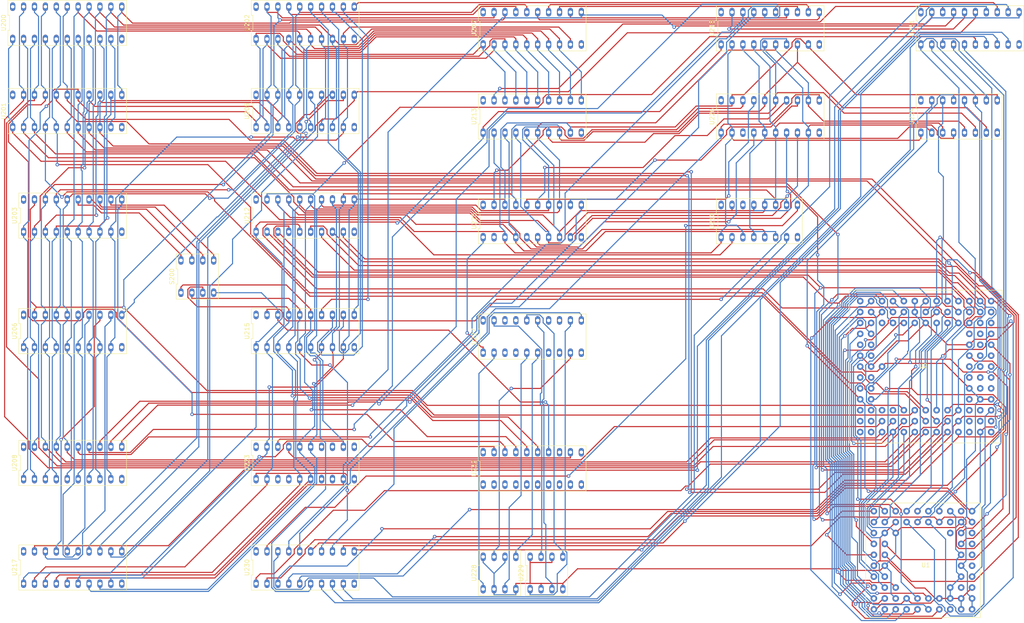
<source format=kicad_pcb>
(kicad_pcb (version 20221018) (generator pcbnew)
  (layers (0 "F.Cu" signal) (31 "B.Cu" signal) (34 "B.Paste" user) (35 "F.Paste" user) (36 "B.SilkS" user "B.Silkscreen") (37 "F.SilkS" user "F.Silkscreen") (38 "B.Mask" user) (39 "F.Mask" user) (44 "Edge.Cuts" user))
  (net 0 "")
  (net 1 "VCC")
  (net 2 "GND")
  (net 3 "/sun3_60_mmu_diag/MODIFYX")
  (net 4 "/sun3_60_mmu_diag/MODIFY")
  (net 5 "/sun3_60_mmu_diag/ACCESSX")
  (net 6 "/sun3_60_mmu_diag/ACCESS")
  (net 7 "/sun3_60_mmu_diag/TYPE0X")
  (net 8 "/sun3_60_mmu_diag/TYPE0")
  (net 9 "/sun3_60_mmu_diag/TYPE1X")
  (net 10 "/sun3_60_mmu_diag/TYPE1")
  (net 11 "/sun3_60_cpu/D22")
  (net 12 "/sun3_60_cpu/D24")
  (net 13 "/sun3_60_cpu/D26")
  (net 14 "/sun3_60_cpu/D27")
  (net 15 "/sun3_60_cpu/D29")
  (net 16 "/sun3_60_cpu/D30")
  (net 17 "/sun3_60_cpu/DSACK1-")
  (net 18 "Net-(U1-Pad92)")
  (net 19 "/sun3_60_cpu/A1")
  (net 20 "/sun3_60_cpu/D21")
  (net 21 "/sun3_60_cpu/D23")
  (net 22 "/sun3_60_cpu/D25")
  (net 23 "/sun3_60_cpu/D28")
  (net 24 "/sun3_60_cpu/D31")
  (net 25 "/sun3_60_cpu/DSACK0-")
  (net 26 "Net-(U1-Pad83)")
  (net 27 "/sun3_60_cpu/A3")
  (net 28 "/sun3_60_cpu/D19")
  (net 29 "Net-(U1-Pad73)")
  (net 30 "/sun3_60_cpu/A2")
  (net 31 "Net-(U1-Pad71)")
  (net 32 "/sun3_60_cpu/D18")
  (net 33 "/sun3_60_cpu/D20")
  (net 34 "/sun3_60_cpu/A4")
  (net 35 "Net-(U1-Pad61)")
  (net 36 "/sun3_60_cpu/D16")
  (net 37 "/sun3_60_cpu/D17")
  (net 38 "Net-(U1-Pad51)")
  (net 39 "/sun3_60_cpu/D15")
  (net 40 "/sun3_60_cpu/D12")
  (net 41 "Net-(U1-Pad31)")
  (net 42 "/sun3_60_cpu/D14")
  (net 43 "/sun3_60_cpu/D13")
  (net 44 "/sun3_60_cpu/D9")
  (net 45 "Net-(U1-Pad22)")
  (net 46 "/sun3_60_cpu/D11")
  (net 47 "/sun3_60_cpu/D10")
  (net 48 "/sun3_60_cpu/D5")
  (net 49 "/sun3_60_cpu/D2")
  (net 50 "/sun3_60_cpu/D8")
  (net 51 "/sun3_60_cpu/D7")
  (net 52 "/sun3_60_cpu/D6")
  (net 53 "/sun3_60_cpu/D4")
  (net 54 "/sun3_60_cpu/D3")
  (net 55 "/sun3_60_cpu/D1")
  (net 56 "/sun3_60_cpu/D0")
  (net 57 "Net-(U2-Pad1)")
  (net 58 "/sun3_60_cpu/A31")
  (net 59 "/sun3_60_cpu/A28")
  (net 60 "/sun3_60_cpu/A26")
  (net 61 "/sun3_60_cpu/A23")
  (net 62 "/sun3_60_cpu/A22")
  (net 63 "/sun3_60_cpu/A19")
  (net 64 "/sun3_60_cpu/A14")
  (net 65 "/sun3_60_cpu/A11")
  (net 66 "/sun3_60_cpu/A8")
  (net 67 "Net-(U2-Pad15)")
  (net 68 "Net-(U2-Pad16)")
  (net 69 "/sun3_60_cpu/A30")
  (net 70 "/sun3_60_cpu/A27")
  (net 71 "/sun3_60_cpu/A24")
  (net 72 "/sun3_60_cpu/A20")
  (net 73 "/sun3_60_cpu/A18")
  (net 74 "/sun3_60_cpu/A15")
  (net 75 "/sun3_60_cpu/A13")
  (net 76 "/sun3_60_cpu/A10")
  (net 77 "/sun3_60_cpu/A6")
  (net 78 "Net-(U2-Pad28)")
  (net 79 "/sun3_60_cpu/A0")
  (net 80 "/sun3_60_cpu/A29")
  (net 81 "/sun3_60_cpu/A25")
  (net 82 "/sun3_60_cpu/A21")
  (net 83 "/sun3_60_cpu/A17")
  (net 84 "/sun3_60_cpu/A16")
  (net 85 "/sun3_60_cpu/A12")
  (net 86 "/sun3_60_cpu/A9")
  (net 87 "/sun3_60_cpu/A7")
  (net 88 "/sun3_60_cpu/A5")
  (net 89 "Net-(U2-Pad53)")
  (net 90 "Net-(U2-Pad54)")
  (net 91 "Net-(U2-Pad65)")
  (net 92 "Net-(U2-Pad66)")
  (net 93 "Net-(U2-Pad67)")
  (net 94 "Net-(U2-Pad68)")
  (net 95 "Net-(U2-Pad78)")
  (net 96 "Net-(U2-Pad79)")
  (net 97 "Net-(U2-Pad80)")
  (net 98 "Net-(U2-Pad81)")
  (net 99 "Net-(U2-Pad92)")
  (net 100 "Net-(U2-Pad93)")
  (net 101 "Net-(U2-Pad103)")
  (net 102 "Net-(U2-Pad106)")
  (net 103 "Net-(U2-Pad116)")
  (net 104 "Net-(U2-Pad117)")
  (net 105 "Net-(U2-Pad119)")
  (net 106 "Net-(U2-Pad131)")
  (net 107 "Net-(U2-Pad132)")
  (net 108 "Net-(U2-Pad144)")
  (net 109 "Net-(U200-Pad11)")
  (net 110 "/sun3_60_mmu_diag/WE.SMAP-")
  (net 111 "/sun3_60_mmu_diag/PD0-")
  (net 112 "/sun3_60_mmu_diag/SA24")
  (net 113 "/sun3_60_mmu_diag/SA23")
  (net 114 "/sun3_60_mmu_diag/SA22")
  (net 115 "/sun3_60_mmu_diag/SA21")
  (net 116 "/sun3_60_mmu_diag/CX2")
  (net 117 "/sun3_60_mmu_diag/CX1")
  (net 118 "/sun3_60_mmu_diag/CX0")
  (net 119 "Net-(U200-Pad22)")
  (net 120 "Net-(U201-Pad11)")
  (net 121 "/sun3_60_mmu_diag/SA20")
  (net 122 "/sun3_60_mmu_diag/SA19")
  (net 123 "/sun3_60_mmu_diag/SA18")
  (net 124 "/sun3_60_mmu_diag/SA17")
  (net 125 "Net-(U201-Pad22)")
  (net 126 "Net-(U202-Pad10)")
  (net 127 "/sun3_60_mmu_diag/WE.PMAP0-")
  (net 128 "/sun3_60_mmu_diag/PD1-")
  (net 129 "/sun3_60_mmu_diag/MMU.X")
  (net 130 "/sun3_60_mmu_diag/MMU.S")
  (net 131 "/sun3_60_mmu_diag/MMU.W")
  (net 132 "/sun3_60_mmu_diag/MMU.V")
  (net 133 "Net-(U202-Pad20)")
  (net 134 "Net-(U203-Pad10)")
  (net 135 "/sun3_60_mmu_diag/WE.STAT-")
  (net 136 "Net-(U203-Pad20)")
  (net 137 "Net-(U205-Pad10)")
  (net 138 "/sun3_60_mmu_diag/WE.PMAP2-")
  (net 139 "/sun3_60_mmu_diag/PA25")
  (net 140 "/sun3_60_mmu_diag/PA26")
  (net 141 "/sun3_60_mmu_diag/PA27")
  (net 142 "/sun3_60_mmu_diag/PA28")
  (net 143 "Net-(U205-Pad20)")
  (net 144 "Net-(U206-Pad10)")
  (net 145 "/sun3_60_mmu_diag/PA21")
  (net 146 "/sun3_60_mmu_diag/PA22")
  (net 147 "/sun3_60_mmu_diag/PA23")
  (net 148 "/sun3_60_mmu_diag/PA24")
  (net 149 "Net-(U206-Pad20)")
  (net 150 "Net-(U207-Pad10)")
  (net 151 "/sun3_60_mmu_diag/WE.PMAP3-")
  (net 152 "/sun3_60_mmu_diag/PA17")
  (net 153 "/sun3_60_mmu_diag/PA18")
  (net 154 "/sun3_60_mmu_diag/PA19")
  (net 155 "/sun3_60_mmu_diag/PA20")
  (net 156 "Net-(U207-Pad20)")
  (net 157 "Net-(U208-Pad10)")
  (net 158 "/sun3_60_mmu_diag/PA13")
  (net 159 "/sun3_60_mmu_diag/PA14")
  (net 160 "/sun3_60_mmu_diag/PA15")
  (net 161 "/sun3_60_mmu_diag/PA16")
  (net 162 "Net-(U208-Pad20)")
  (net 163 "Net-(U210-Pad8)")
  (net 164 "/sun3_60_mmu_diag/WR.CX-")
  (net 165 "/sun3_60_mmu_diag/RD.CX-")
  (net 166 "/sun3_60_mmu_diag/MMU2")
  (net 167 "/sun3_60_mmu_diag/MMU1")
  (net 168 "/sun3_60_mmu_diag/MMU3")
  (net 169 "/sun3_60_mmu_diag/MMU0")
  (net 170 "Net-(U210-Pad14)")
  (net 171 "Net-(U210-Pad16)")
  (net 172 "Net-(U212-Pad10)")
  (net 173 "/sun3_60_mmu_diag/MMU7")
  (net 174 "/sun3_60_mmu_diag/MMU6")
  (net 175 "/sun3_60_mmu_diag/MMU5")
  (net 176 "/sun3_60_mmu_diag/MMU4")
  (net 177 "/sun3_60_mmu_diag/EN.CTL-")
  (net 178 "/sun3_60_mmu_diag/READ-")
  (net 179 "Net-(U212-Pad20)")
  (net 180 "Net-(U213-Pad10)")
  (net 181 "/sun3_60_mmu_diag/EN.SMAP-")
  (net 182 "Net-(U213-Pad20)")
  (net 183 "Net-(U215-Pad10)")
  (net 184 "/sun3_60_mmu_diag/EN.PMAP0-")
  (net 185 "Net-(U215-Pad20)")
  (net 186 "Net-(U217-Pad10)")
  (net 187 "/sun3_60_mmu_diag/EN.PMAP2-")
  (net 188 "Net-(U217-Pad20)")
  (net 189 "Net-(U218-Pad10)")
  (net 190 "/sun3_60_mmu_diag/EN.PMAP3-")
  (net 191 "Net-(U218-Pad20)")
  (net 192 "Net-(U223-Pad10)")
  (net 193 "/sun3_60_mmu_diag/BERRCLK")
  (net 194 "Net-(U223-Pad8)")
  (net 195 "Net-(U223-Pad13)")
  (net 196 "Net-(U223-Pad7)")
  (net 197 "/sun3_60_mmu_diag/BERR.T-")
  (net 198 "Net-(U223-Pad4)")
  (net 199 "/sun3_60_mmu_diag/BERR.P-")
  (net 200 "Net-(U223-Pad3)")
  (net 201 "/sun3_60_mmu_diag/BERR.V-")
  (net 202 "/sun3_60_mmu_diag/RD.BERR-")
  (net 203 "Net-(U224-Pad8)")
  (net 204 "/sun3_60_mmu_diag/RD.ID-")
  (net 205 "Net-(U224-Pad16)")
  (net 206 "Net-(U225-Pad10)")
  (net 207 "/sun3_60_mmu_diag/WR.SYSEN-")
  (net 208 "/sun3_60_mmu_diag/EN.VIDEO")
  (net 209 "Net-(U225-Pad12)")
  (net 210 "Net-(U225-Pad6)")
  (net 211 "Net-(U225-Pad15)")
  (net 212 "Net-(U225-Pad5)")
  (net 213 "/sun3_60_mmu_diag/EN.FPP")
  (net 214 "Net-(U225-Pad2)")
  (net 215 "/sun3_60_mmu_diag/EN.BOOT-")
  (net 216 "/sun3_60_mmu_diag/INIT-")
  (net 217 "Net-(U225-Pad20)")
  (net 218 "Net-(U226-Pad10)")
  (net 219 "/sun3_60_mmu_diag/RD.SYSEN-")
  (net 220 "/sun3_60_mmu_diag/DIAG-")
  (net 221 "Net-(U226-Pad20)")
  (net 222 "Net-(U227-Pad10)")
  (net 223 "/sun3_60_mmu_diag/WR.DIAG-")
  (net 224 "/sun3_60_mmu_diag/LED3")
  (net 225 "/sun3_60_mmu_diag/LED4")
  (net 226 "/sun3_60_mmu_diag/IO.D3")
  (net 227 "/sun3_60_mmu_diag/IO.D4")
  (net 228 "/sun3_60_mmu_diag/IO.D2")
  (net 229 "/sun3_60_mmu_diag/IO.D5")
  (net 230 "/sun3_60_mmu_diag/LED2")
  (net 231 "/sun3_60_mmu_diag/LED5")
  (net 232 "/sun3_60_mmu_diag/LED1")
  (net 233 "/sun3_60_mmu_diag/LED6")
  (net 234 "/sun3_60_mmu_diag/IO.D1")
  (net 235 "/sun3_60_mmu_diag/IO.D6")
  (net 236 "/sun3_60_mmu_diag/IO.D0")
  (net 237 "/sun3_60_mmu_diag/IO.D7")
  (net 238 "/sun3_60_mmu_diag/LED0")
  (net 239 "/sun3_60_mmu_diag/LED7")
  (net 240 "Net-(U227-Pad20)")
  (net 241 "Net-(U230-Pad10)")
  (net 242 "/sun3_60_mmu_diag/C.S7X-")
  (net 243 "/sun3_60_mmu_diag/C.S5-")
  (net 244 "/sun3_60_mmu_diag/C.S3-")
  (net 245 "/sun3_60_mmu_diag/WRITE-")
  (net 246 "Net-(U230-Pad20)")
  (net 247 "Net-(U231-Pad10)")
  (net 248 "Net-(U231-Pad20)")
  (net 249 "Net-(U232-Pad10)")
  (net 250 "Net-(U232-Pad11)")
  (net 251 "Net-(U232-Pad9)")
  (net 252 "Net-(U232-Pad8)")
  (net 253 "/sun3_60_mmu_diag/DISACC-")
  (net 254 "Net-(U232-Pad7)")
  (net 255 "Net-(U232-Pad6)")
  (net 256 "Net-(U232-Pad5)")
  (net 257 "Net-(U232-Pad4)")
  (net 258 "Net-(U232-Pad3)")
  (net 259 "Net-(U232-Pad2)")
  (net 260 "Net-(U232-Pad1)")
  (net 261 "Net-(U232-Pad20)")
  (footprint "sun3_60:68881" (layer "F.Cu") (at 240.03 151.13)
    (fp_text reference "U1")
    (fp_text value "68881")
  )
  (footprint "sun3_60:68020" (layer "F.Cu") (at 240.03 105.41)
    (fp_text reference "U2")
    (fp_text value "68020")
  )
  (footprint "sun3_60:7188" (layer "F.Cu") (at 40.84 26.04)
    (fp_text reference "U200")
    (fp_text value "7188")
  )
  (footprint "sun3_60:7188" (layer "F.Cu") (at 40.84 46.57)
    (fp_text reference "U201")
    (fp_text value "7188")
  )
  (footprint "sun3_60:2168" (layer "F.Cu") (at 42.11 70.91)
    (fp_text reference "U203")
    (fp_text value "2168")
  )
  (footprint "sun3_60:2168" (layer "F.Cu") (at 42.11 97.79)
    (fp_text reference "U206")
    (fp_text value "2168")
  )
  (footprint "sun3_60:2168" (layer "F.Cu") (at 149.08 27.31)
    (fp_text reference "U207")
    (fp_text value "2168")
  )
  (footprint "sun3_60:2168" (layer "F.Cu") (at 42.11 128.48)
    (fp_text reference "U208")
    (fp_text value "2168")
  )
  (footprint "sun3_60:ALS245" (layer "F.Cu") (at 149.08 47.84)
    (fp_text reference "U213")
    (fp_text value "ALS245")
  )
  (footprint "sun3_60:ALS245" (layer "F.Cu") (at 42.11 152.82)
    (fp_text reference "U217")
    (fp_text value "ALS245")
  )
  (footprint "sun3_60:ALS273" (layer "F.Cu") (at 149.08 72.18)
    (fp_text reference "U225")
    (fp_text value "ALS273")
  )
  (footprint "sun3_60:ALS273" (layer "F.Cu") (at 149.08 99.06)
    (fp_text reference "U227")
    (fp_text value "ALS273")
  )
  (footprint "sun3_60:DIP-8_296_ELL" (layer "F.Cu") (at 141.46 154.09)
    (fp_text reference "U228")
    (fp_text value "LED_Block")
  )
  (footprint "sun3_60:DIP-8_296_ELL" (layer "F.Cu") (at 152.4 154.09)
    (fp_text reference "U229")
    (fp_text value "LED_Block")
  )
  (footprint "sun3_60:DIP-20_296_ELL" (layer "F.Cu") (at 149.08 129.75)
    (fp_text reference "U232")
    (fp_text value "PAL16L8")
  )
  (footprint "sun3_60:ALS273" (layer "F.Cu") (at 204.47 47.84)
    (fp_text reference "U226")
    (fp_text value "ALS373")
  )
  (footprint "sun3_60:DIP-8_296_ELL" (layer "F.Cu") (at 71.12 85.09)
    (fp_text reference "S200")
    (fp_text value "68-ohm")
  )
  (footprint "sun3_60:2168" (layer "F.Cu") (at 96.23 26.04)
    (fp_text reference "U202")
    (fp_text value "2168")
  )
  (footprint "sun3_60:2168" (layer "F.Cu") (at 96.23 46.57)
    (fp_text reference "U205")
    (fp_text value "2168")
  )
  (footprint "sun3_60:LS2518" (layer "F.Cu") (at 201.93 72.18)
    (fp_text reference "U210")
    (fp_text value "LS2518")
  )
  (footprint "sun3_60:ALS245" (layer "F.Cu") (at 96.23 70.91)
    (fp_text reference "U212")
    (fp_text value "ALS245")
  )
  (footprint "sun3_60:ALS245" (layer "F.Cu") (at 96.23 97.79)
    (fp_text reference "U215")
    (fp_text value "ALS245")
  )
  (footprint "sun3_60:ALS245" (layer "F.Cu") (at 204.47 27.31)
    (fp_text reference "U218")
    (fp_text value "ALS245")
  )
  (footprint "sun3_60:F534" (layer "F.Cu") (at 96.23 128.48)
    (fp_text reference "U223")
    (fp_text value "74F534")
  )
  (footprint "sun3_60:AM27S19" (layer "F.Cu") (at 248.43 47.84)
    (fp_text reference "U224")
    (fp_text value "AM27S19")
  )
  (footprint "sun3_60:DIP-20_296_ELL" (layer "F.Cu") (at 250.97 27.31)
    (fp_text reference "U231")
    (fp_text value "PAL16L8")
  )
  (footprint "sun3_60:DIP-20_296_ELL" (layer "F.Cu") (at 96.23 152.82)
    (fp_text reference "U230")
    (fp_text value "PAL16L8")
  )
  (segment (start 148.59 150.33) (end 148.59 151.6553) (width 0.25) (layer "F.Cu") (net 1))
  (segment (start 159.6257 153.109) (end 156.21 156.5247) (width 0.25) (layer "F.Cu") (net 1))
  (segment (start 226.5362 107.1562) (end 225.425 106.045) (width 0.25) (layer "F.Cu") (net 1))
  (segment (start 220.5881 153.109) (end 159.6257 153.109) (width 0.25) (layer "F.Cu") (net 1))
  (segment (start 234.95 143.51) (end 247.65 143.51) (width 0.25) (layer "F.Cu") (net 1))
  (segment (start 253.365 113.665) (end 255.905 113.665) (width 0.25) (layer "F.Cu") (net 1))
  (segment (start 231.2443 105.3057) (end 230.505 106.045) (width 0.25) (layer "F.Cu") (net 1))
  (segment (start 230.505 106.045) (end 229.3938 107.1562) (width 0.25) (layer "F.Cu") (net 1))
  (segment (start 230.0519 153.4881) (end 220.9672 153.4881) (width 0.25) (layer "F.Cu") (net 1))
  (segment (start 151.13 156.5247) (end 156.21 156.5247) (width 0.25) (layer "F.Cu") (net 1))
  (segment (start 237.0207 105.0573) (end 237.0207 105.3057) (width 0.25) (layer "F.Cu") (net 1))
  (segment (start 245.0057 105.3057) (end 237.0207 105.3057) (width 0.25) (layer "F.Cu") (net 1))
  (segment (start 250.825 111.125) (end 245.0057 105.3057) (width 0.25) (layer "F.Cu") (net 1))
  (segment (start 237.0207 105.3057) (end 231.2443 105.3057) (width 0.25) (layer "F.Cu") (net 1))
  (segment (start 148.59 156.5247) (end 151.13 156.5247) (width 0.25) (layer "F.Cu") (net 1))
  (segment (start 231.14 152.4) (end 230.0519 153.4881) (width 0.25) (layer "F.Cu") (net 1))
  (segment (start 156.21 157.85) (end 156.21 156.5247) (width 0.25) (layer "F.Cu") (net 1))
  (segment (start 247.65 143.51) (end 248.92 142.24) (width 0.25) (layer "F.Cu") (net 1))
  (segment (start 145.27 156.5247) (end 148.59 156.5247) (width 0.25) (layer "F.Cu") (net 1))
  (segment (start 233.68 144.78) (end 234.95 143.51) (width 0.25) (layer "F.Cu") (net 1))
  (segment (start 220.9672 153.4881) (end 220.5881 153.109) (width 0.25) (layer "F.Cu") (net 1))
  (segment (start 145.27 157.85) (end 145.27 156.5247) (width 0.25) (layer "F.Cu") (net 1))
  (segment (start 151.13 157.85) (end 151.13 156.5247) (width 0.25) (layer "F.Cu") (net 1))
  (segment (start 148.59 156.5247) (end 148.59 151.6553) (width 0.25) (layer "F.Cu") (net 1))
  (segment (start 153.67 150.33) (end 153.67 151.6553) (width 0.25) (layer "F.Cu") (net 1))
  (segment (start 229.3938 107.1562) (end 226.5362 107.1562) (width 0.25) (layer "F.Cu") (net 1))
  (segment (start 148.59 151.6553) (end 153.67 151.6553) (width 0.25) (layer "F.Cu") (net 1))
  (via (at 237.0207 105.0573) (size 0.8) (drill 0.4) (layers "F.Cu" "B.Cu") (net 1))
  (segment (start 232.5927 153.8526) (end 232.5926 153.8526) (width 0.25) (layer "B.Cu") (net 1))
  (segment (start 140.19 157.85) (end 140.19 159.1753) (width 0.25) (layer "B.Cu") (net 1))
  (segment (start 250.0364 143.3564) (end 250.0364 151.2836) (width 0.25) (layer "B.Cu") (net 1))
  (segment (start 252.235 114.795) (end 252.235 125.623) (width 0.25) (layer "B.Cu") (net 1))
  (segment (start 232.41 143.51) (end 228.2932 143.51) (width 0.25) (layer "B.Cu") (net 1))
  (segment (start 237.0207 102.59) (end 237.0207 105.0573) (width 0.25) (layer "B.Cu") (net 1))
  (segment (start 248.92 142.24) (end 250.0364 143.3564) (width 0.25) (layer "B.Cu") (net 1))
  (segment (start 233.68 149.86) (end 231.14 152.4) (width 0.25) (layer "B.Cu") (net 1))
  (segment (start 250.1882 140.9718) (end 248.92 142.24) (width 0.25) (layer "B.Cu") (net 1))
  (segment (start 140.19 159.1753) (end 145.27 159.1753) (width 0.25) (layer "B.Cu") (net 1))
  (segment (start 251.46 162.56) (end 251.46 160.02) (width 0.25) (layer "B.Cu") (net 1))
  (segment (start 239.2362 95.0931) (end 239.2362 100.3745) (width 0.25) (layer "B.Cu") (net 1))
  (segment (start 250.825 111.125) (end 253.365 113.665) (width 0.25) (layer "B.Cu") (net 1))
  (segment (start 137.65 150.33) (end 137.65 151.6553) (width 0.25) (layer "B.Cu") (net 1))
  (segment (start 238.125 90.805) (end 238.125 93.345) (width 0.25) (layer "B.Cu") (net 1))
  (segment (start 239.2362 100.3745) (end 237.0207 102.59) (width 0.25) (layer "B.Cu") (net 1))
  (segment (start 140.19 154.1953) (end 137.65 151.6553) (width 0.25) (layer "B.Cu") (net 1))
  (segment (start 250.1882 127.6698) (end 250.1882 140.9718) (width 0.25) (layer "B.Cu") (net 1))
  (segment (start 227.5057 142.7225) (end 227.5057 139.2565) (width 0.25) (layer "B.Cu") (net 1))
  (segment (start 252.235 125.623) (end 250.1882 127.6698) (width 0.25) (layer "B.Cu") (net 1))
  (segment (start 235.585 131.1772) (end 235.585 121.285) (width 0.25) (layer "B.Cu") (net 1))
  (segment (start 250.3726 158.9326) (end 250.3726 153.8526) (width 0.25) (layer "B.Cu") (net 1))
  (segment (start 238.125 93.9819) (end 239.2362 95.0931) (width 0.25) (layer "B.Cu") (net 1))
  (segment (start 232.5927 158.9327) (end 232.5927 153.8526) (width 0.25) (layer "B.Cu") (net 1))
  (segment (start 233.68 144.78) (end 233.68 149.86) (width 0.25) (layer "B.Cu") (net 1))
  (segment (start 228.2932 143.51) (end 227.5057 142.7225) (width 0.25) (layer "B.Cu") (net 1))
  (segment (start 145.27 157.85) (end 145.27 159.1753) (width 0.25) (layer "B.Cu") (net 1))
  (segment (start 253.365 113.665) (end 252.235 114.795) (width 0.25) (layer "B.Cu") (net 1))
  (segment (start 232.5926 153.8526) (end 231.14 152.4) (width 0.25) (layer "B.Cu") (net 1))
  (segment (start 233.68 160.02) (end 232.5927 158.9327) (width 0.25) (layer "B.Cu") (net 1))
  (segment (start 251.46 160.02) (end 250.3726 158.9326) (width 0.25) (layer "B.Cu") (net 1))
  (segment (start 250.3726 153.8526) (end 248.92 152.4) (width 0.25) (layer "B.Cu") (net 1))
  (segment (start 140.19 154.1953) (end 142.73 151.6553) (width 0.25) (layer "B.Cu") (net 1))
  (segment (start 142.73 150.33) (end 142.73 151.6553) (width 0.25) (layer "B.Cu") (net 1))
  (segment (start 140.19 154.1953) (end 140.19 157.85) (width 0.25) (layer "B.Cu") (net 1))
  (segment (start 233.68 144.78) (end 232.41 143.51) (width 0.25) (layer "B.Cu") (net 1))
  (segment (start 250.0364 151.2836) (end 248.92 152.4) (width 0.25) (layer "B.Cu") (net 1))
  (segment (start 238.125 93.345) (end 238.125 93.9819) (width 0.25) (layer "B.Cu") (net 1))
  (segment (start 227.5057 139.2565) (end 235.585 131.1772) (width 0.25) (layer "B.Cu") (net 1))
  (segment (start 237.1948 160.9947) (end 237.1947 160.9947) (width 0.25) (layer "F.Cu") (net 2))
  (segment (start 227.965 106.045) (end 233.9532 100.0568) (width 0.25) (layer "F.Cu") (net 2))
  (segment (start 254.635 99.695) (end 252.095 99.695) (width 0.25) (layer "F.Cu") (net 2))
  (segment (start 243.8357 160.0243) (end 242.8999 160.0243) (width 0.25) (layer "F.Cu") (net 2))
  (segment (start 230.0517 151.2888) (end 229.7112 151.2888) (width 0.25) (layer "F.Cu") (net 2))
  (segment (start 230.4106 123.9194) (end 223.9462 123.9194) (width 0.25) (layer "F.Cu") (net 2))
  (segment (start 231.14 144.78) (end 233.68 142.24) (width 0.25) (layer "F.Cu") (net 2))
  (segment (start 240.4655 157.5899) (end 238.233 157.5899) (width 0.25) (layer "F.Cu") (net 2))
  (segment (start 234.95 161.29) (end 230.3709 161.29) (width 0.25) (layer "F.Cu") (net 2))
  (segment (start 248.92 160.02) (end 246.38 160.02) (width 0.25) (layer "F.Cu") (net 2))
  (segment (start 252.095 99.695) (end 250.825 100.965) (width 0.25) (layer "F.Cu") (net 2))
  (segment (start 245.745 100.965) (end 250.825 100.965) (width 0.25) (layer "F.Cu") (net 2))
  (segment (start 230.0517 151.2888) (end 230.0517 145.8683) (width 0.25) (layer "F.Cu") (net 2))
  (segment (start 241.8167 161.1074) (end 237.3075 161.1074) (width 0.25) (layer "F.Cu") (net 2))
  (segment (start 236.22 160.02) (end 234.95 161.29) (width 0.25) (layer "F.Cu") (net 2))
  (segment (start 233.045 121.285) (end 230.4106 123.9194) (width 0.25) (layer "F.Cu") (net 2))
  (segment (start 229.1009 162.56) (end 228.6 162.56) (width 0.25) (layer "F.Cu") (net 2))
  (segment (start 251.46 157.48) (end 248.92 160.02) (width 0.25) (layer "F.Cu") (net 2))
  (segment (start 233.9532 100.0568) (end 236.4932 100.0568) (width 0.25) (layer "F.Cu") (net 2))
  (segment (start 230.0517 145.8683) (end 231.14 144.78) (width 0.25) (layer "F.Cu") (net 2))
  (segment (start 235.585 118.745) (end 233.045 121.285) (width 0.25) (layer "F.Cu") (net 2))
  (segment (start 230.3709 161.29) (end 229.1009 162.56) (width 0.25) (layer "F.Cu") (net 2))
  (segment (start 231.9319 151.2888) (end 230.0517 151.2888) (width 0.25) (layer "F.Cu") (net 2))
  (segment (start 242.8999 160.0243) (end 242.8999 160.0242) (width 0.25) (layer "F.Cu") (net 2))
  (segment (start 242.8999 160.0242) (end 241.8167 161.1074) (width 0.25) (layer "F.Cu") (net 2))
  (segment (start 240.665 95.885) (end 245.745 100.965) (width 0.25) (layer "F.Cu") (net 2))
  (segment (start 243.84 160.02) (end 243.8357 160.0243) (width 0.25) (layer "F.Cu") (net 2))
  (segment (start 246.38 160.02) (end 243.84 160.02) (width 0.25) (layer "F.Cu") (net 2))
  (segment (start 238.233 157.5899) (end 231.9319 151.2888) (width 0.25) (layer "F.Cu") (net 2))
  (segment (start 237.3075 161.1074) (end 237.1948 160.9947) (width 0.25) (layer "F.Cu") (net 2))
  (segment (start 225.425 103.505) (end 227.965 106.045) (width 0.25) (layer "F.Cu") (net 2))
  (segment (start 255.905 98.425) (end 254.635 99.695) (width 0.25) (layer "F.Cu") (net 2))
  (segment (start 229.7112 151.2888) (end 228.6 152.4) (width 0.25) (layer "F.Cu") (net 2))
  (segment (start 236.4932 100.0568) (end 240.665 95.885) (width 0.25) (layer "F.Cu") (net 2))
  (segment (start 237.1947 160.9947) (end 236.22 160.02) (width 0.25) (layer "F.Cu") (net 2))
  (segment (start 242.8999 160.0242) (end 240.4655 157.5899) (width 0.25) (layer "F.Cu") (net 2))
  (via (at 223.9462 123.9194) (size 0.8) (drill 0.4) (layers "F.Cu" "B.Cu") (net 2))
  (segment (start 247.65 148.59) (end 247.65 140.97) (width 0.25) (layer "B.Cu") (net 2))
  (segment (start 248.92 149.86) (end 247.65 148.59) (width 0.25) (layer "B.Cu") (net 2))
  (segment (start 228.1499 145.8687) (end 230.0513 145.8687) (width 0.25) (layer "B.Cu") (net 2))
  (segment (start 247.83 150.95) (end 247.83 153.85) (width 0.25) (layer "B.Cu") (net 2))
  (segment (start 246.38 160.02) (end 246.38 157.48) (width 0.25) (layer "B.Cu") (net 2))
  (segment (start 247.65 140.97) (end 246.38 139.7) (width 0.25) (layer "B.Cu") (net 2))
  (segment (start 233.045 131.7137) (end 226.5969 138.1618) (width 0.25) (layer "B.Cu") (net 2))
  (segment (start 226.5969 138.1618) (end 226.5969 144.3157) (width 0.25) (layer "B.Cu") (net 2))
  (segment (start 223.9462 123.9194) (end 223.4025 123.3757) (width 0.25) (layer "B.Cu") (net 2))
  (segment (start 223.4025 123.3757) (end 223.4025 105.5275) (width 0.25) (layer "B.Cu") (net 2))
  (segment (start 233.045 121.285) (end 233.045 131.7137) (width 0.25) (layer "B.Cu") (net 2))
  (segment (start 239.5537 94.7737) (end 240.665 95.885) (width 0.25) (layer "B.Cu") (net 2))
  (segment (start 246.38 157.48) (end 248.92 154.94) (width 0.25) (layer "B.Cu") (net 2))
  (segment (start 230.0513 145.8687) (end 231.14 144.78) (width 0.25) (layer "B.Cu") (net 2))
  (segment (start 239.5537 91.9163) (end 239.5537 94.7737) (width 0.25) (layer "B.Cu") (net 2))
  (segment (start 223.4025 105.5275) (end 225.425 103.505) (width 0.25) (layer "B.Cu") (net 2))
  (segment (start 247.83 153.85) (end 248.92 154.94) (width 0.25) (layer "B.Cu") (net 2))
  (segment (start 248.92 149.86) (end 247.83 150.95) (width 0.25) (layer "B.Cu") (net 2))
  (segment (start 248.92 162.56) (end 248.92 160.02) (width 0.25) (layer "B.Cu") (net 2))
  (segment (start 226.5969 144.3157) (end 228.1499 145.8687) (width 0.25) (layer "B.Cu") (net 2))
  (segment (start 240.665 90.805) (end 239.5537 91.9163) (width 0.25) (layer "B.Cu") (net 2))
  (segment (start 89.88 95.3553) (end 92.0998 97.5751) (width 0.25) (layer "F.Cu") (net 3))
  (segment (start 129.6227 97.5751) (end 146.3469 114.2993) (width 0.25) (layer "F.Cu") (net 3))
  (segment (start 89.88 94.03) (end 89.88 95.3553) (width 0.25) (layer "F.Cu") (net 3))
  (segment (start 146.3469 114.2993) (end 152.1451 114.2993) (width 0.25) (layer "F.Cu") (net 3))
  (segment (start 92.0998 97.5751) (end 129.6227 97.5751) (width 0.25) (layer "F.Cu") (net 3))
  (via (at 152.1451 114.2993) (size 0.8) (drill 0.4) (layers "F.Cu" "B.Cu") (net 3))
  (segment (start 152.89 115.0442) (end 152.89 125.99) (width 0.25) (layer "B.Cu") (net 3))
  (segment (start 74.93 88.85) (end 86.0253 88.85) (width 0.25) (layer "B.Cu") (net 3))
  (segment (start 152.1451 114.2993) (end 152.89 115.0442) (width 0.25) (layer "B.Cu") (net 3))
  (segment (start 86.0253 88.85) (end 89.88 92.7047) (width 0.25) (layer "B.Cu") (net 3))
  (segment (start 89.88 94.03) (end 89.88 92.7047) (width 0.25) (layer "B.Cu") (net 3))
  (segment (start 74.93 81.33) (end 74.93 80.0047) (width 0.25) (layer "F.Cu") (net 4))
  (segment (start 51 67.15) (end 51 68.4753) (width 0.25) (layer "F.Cu") (net 4))
  (segment (start 63.4006 68.4753) (end 74.93 80.0047) (width 0.25) (layer "F.Cu") (net 4))
  (segment (start 51 68.4753) (end 63.4006 68.4753) (width 0.25) (layer "F.Cu") (net 4))
  (segment (start 93.253 112.8059) (end 93.3901 112.6688) (width 0.25) (layer "F.Cu") (net 5))
  (segment (start 92.42 94.03) (end 92.42 92.7047) (width 0.25) (layer "F.Cu") (net 5))
  (segment (start 72.39 87.5247) (end 69.4666 87.5247) (width 0.25) (layer "F.Cu") (net 5))
  (segment (start 93.3901 112.6688) (end 120.6318 112.6688) (width 0.25) (layer "F.Cu") (net 5))
  (segment (start 125.7447 117.7817) (end 143.467 117.7817) (width 0.25) (layer "F.Cu") (net 5))
  (segment (start 68.9178 89.9488) (end 71.0971 92.1281) (width 0.25) (layer "F.Cu") (net 5))
  (segment (start 68.9178 88.0735) (end 68.9178 89.9488) (width 0.25) (layer "F.Cu") (net 5))
  (segment (start 120.6318 112.6688) (end 125.7447 117.7817) (width 0.25) (layer "F.Cu") (net 5))
  (segment (start 143.467 117.7817) (end 150.35 124.6647) (width 0.25) (layer "F.Cu") (net 5))
  (segment (start 71.0971 92.1281) (end 91.8434 92.1281) (width 0.25) (layer "F.Cu") (net 5))
  (segment (start 72.39 88.85) (end 72.39 87.5247) (width 0.25) (layer "F.Cu") (net 5))
  (segment (start 91.8434 92.1281) (end 92.42 92.7047) (width 0.25) (layer "F.Cu") (net 5))
  (segment (start 69.4666 87.5247) (end 68.9178 88.0735) (width 0.25) (layer "F.Cu") (net 5))
  (segment (start 150.35 125.99) (end 150.35 124.6647) (width 0.25) (layer "F.Cu") (net 5))
  (via (at 93.253 112.8059) (size 0.8) (drill 0.4) (layers "F.Cu" "B.Cu") (net 5))
  (segment (start 88.9062 102.5384) (end 93.253 106.8852) (width 0.25) (layer "B.Cu") (net 5))
  (segment (start 88.9062 99.2954) (end 88.9062 102.5384) (width 0.25) (layer "B.Cu") (net 5))
  (segment (start 93.253 106.8852) (end 93.253 112.8059) (width 0.25) (layer "B.Cu") (net 5))
  (segment (start 92.42 95.7816) (end 88.9062 99.2954) (width 0.25) (layer "B.Cu") (net 5))
  (segment (start 92.42 94.03) (end 92.42 95.7816) (width 0.25) (layer "B.Cu") (net 5))
  (segment (start 61.3109 68.9256) (end 48.9103 68.9256) (width 0.25) (layer "F.Cu") (net 6))
  (segment (start 72.39 81.33) (end 72.39 80.0047) (width 0.25) (layer "F.Cu") (net 6))
  (segment (start 48.9103 68.9256) (end 48.46 68.4753) (width 0.25) (layer "F.Cu") (net 6))
  (segment (start 48.46 67.15) (end 48.46 68.4753) (width 0.25) (layer "F.Cu") (net 6))
  (segment (start 72.39 80.0047) (end 61.3109 68.9256) (width 0.25) (layer "F.Cu") (net 6))
  (segment (start 141.7506 118.6052) (end 141.7506 118.6053) (width 0.25) (layer "F.Cu") (net 7))
  (segment (start 92.4306 90.1753) (end 94.96 92.7047) (width 0.25) (layer "F.Cu") (net 7))
  (segment (start 141.7506 118.6053) (end 147.81 124.6647) (width 0.25) (layer "F.Cu") (net 7))
  (segment (start 94.96 94.03) (end 94.96 92.7047) (width 0.25) (layer "F.Cu") (net 7))
  (segment (start 125.9309 118.6052) (end 141.7506 118.6052) (width 0.25) (layer "F.Cu") (net 7))
  (segment (start 97.2531 113.3983) (end 97.3505 113.3009) (width 0.25) (layer "F.Cu") (net 7))
  (segment (start 147.81 125.99) (end 147.81 124.6647) (width 0.25) (layer "F.Cu") (net 7))
  (segment (start 69.85 90.1753) (end 92.4306 90.1753) (width 0.25) (layer "F.Cu") (net 7))
  (segment (start 97.3505 113.3009) (end 120.6266 113.3009) (width 0.25) (layer "F.Cu") (net 7))
  (segment (start 69.85 88.85) (end 69.85 90.1753) (width 0.25) (layer "F.Cu") (net 7))
  (segment (start 120.6266 113.3009) (end 125.9309 118.6052) (width 0.25) (layer "F.Cu") (net 7))
  (via (at 97.2531 113.3983) (size 0.8) (drill 0.4) (layers "F.Cu" "B.Cu") (net 7))
  (segment (start 97.2531 113.3983) (end 95.0791 111.2243) (width 0.25) (layer "B.Cu") (net 7))
  (segment (start 95.0791 104.2928) (end 94.0048 103.2185) (width 0.25) (layer "B.Cu") (net 7))
  (segment (start 94.0048 100.5506) (end 94.5067 100.0487) (width 0.25) (layer "B.Cu") (net 7))
  (segment (start 94.5067 100.0487) (end 94.5067 95.8086) (width 0.25) (layer "B.Cu") (net 7))
  (segment (start 95.0791 111.2243) (end 95.0791 104.2928) (width 0.25) (layer "B.Cu") (net 7))
  (segment (start 94.5067 95.8086) (end 94.96 95.3553) (width 0.25) (layer "B.Cu") (net 7))
  (segment (start 94.96 94.03) (end 94.96 95.3553) (width 0.25) (layer "B.Cu") (net 7))
  (segment (start 94.0048 103.2185) (end 94.0048 100.5506) (width 0.25) (layer "B.Cu") (net 7))
  (segment (start 48.7512 69.4034) (end 46.4978 67.15) (width 0.25) (layer "F.Cu") (net 8))
  (segment (start 69.85 80.0047) (end 59.2487 69.4034) (width 0.25) (layer "F.Cu") (net 8))
  (segment (start 69.85 81.33) (end 69.85 80.0047) (width 0.25) (layer "F.Cu") (net 8))
  (segment (start 46.4978 67.15) (end 45.92 67.15) (width 0.25) (layer "F.Cu") (net 8))
  (segment (start 59.2487 69.4034) (end 48.7512 69.4034) (width 0.25) (layer "F.Cu") (net 8))
  (segment (start 67.31 88.85) (end 67.31 87.5247) (width 0.25) (layer "F.Cu") (net 9))
  (segment (start 97.5 92.7047) (end 91.8422 87.0469) (width 0.25) (layer "F.Cu") (net 9))
  (segment (start 91.8422 87.0469) (end 67.7878 87.0469) (width 0.25) (layer "F.Cu") (net 9))
  (segment (start 142.9551 122.3498) (end 145.27 124.6647) (width 0.25) (layer "F.Cu") (net 9))
  (segment (start 97.689 116.0964) (end 118.3873 116.0964) (width 0.25) (layer "F.Cu") (net 9))
  (segment (start 67.7878 87.0469) (end 67.31 87.5247) (width 0.25) (layer "F.Cu") (net 9))
  (segment (start 118.3873 116.0964) (end 124.6407 122.3498) (width 0.25) (layer "F.Cu") (net 9))
  (segment (start 145.27 125.99) (end 145.27 124.6647) (width 0.25) (layer "F.Cu") (net 9))
  (segment (start 97.5 94.03) (end 97.5 92.7047) (width 0.25) (layer "F.Cu") (net 9))
  (segment (start 124.6407 122.3498) (end 142.9551 122.3498) (width 0.25) (layer "F.Cu") (net 9))
  (via (at 97.689 116.0964) (size 0.8) (drill 0.4) (layers "F.Cu" "B.Cu") (net 9))
  (segment (start 97.5 97.6847) (end 96.1022 99.0825) (width 0.25) (layer "B.Cu") (net 9))
  (segment (start 97.9784 111.6048) (end 97.9784 115.807) (width 0.25) (layer "B.Cu") (net 9))
  (segment (start 96.1022 99.0825) (end 96.1022 109.7286) (width 0.25) (layer "B.Cu") (net 9))
  (segment (start 97.9784 115.807) (end 97.689 116.0964) (width 0.25) (layer "B.Cu") (net 9))
  (segment (start 97.5 94.03) (end 97.5 97.6847) (width 0.25) (layer "B.Cu") (net 9))
  (segment (start 96.1022 109.7286) (end 97.9784 111.6048) (width 0.25) (layer "B.Cu") (net 9))
  (segment (start 67.31 81.33) (end 67.31 80.0047) (width 0.25) (layer "F.Cu") (net 10))
  (segment (start 43.38 67.15) (end 43.38 68.4753) (width 0.25) (layer "F.Cu") (net 10))
  (segment (start 48.7896 70.2764) (end 57.5817 70.2764) (width 0.25) (layer "F.Cu") (net 10))
  (segment (start 46.9885 68.4753) (end 48.7896 70.2764) (width 0.25) (layer "F.Cu") (net 10))
  (segment (start 57.5817 70.2764) (end 67.31 80.0047) (width 0.25) (layer "F.Cu") (net 10))
  (segment (start 43.38 68.4753) (end 46.9885 68.4753) (width 0.25) (layer "F.Cu") (net 10))
  (segment (start 246.6632 89.1832) (end 248.285 90.805) (width 0.25) (layer "F.Cu") (net 11))
  (segment (start 220.1254 89.1832) (end 246.6632 89.1832) (width 0.25) (layer "F.Cu") (net 11))
  (segment (start 221.2083 139.7) (end 228.6 139.7) (width 0.25) (layer "F.Cu") (net 11))
  (segment (start 216.6839 141.7273) (end 219.181 141.7273) (width 0.25) (layer "F.Cu") (net 11))
  (segment (start 219.181 141.7273) (end 221.2083 139.7) (width 0.25) (layer "F.Cu") (net 11))
  (segment (start 218.8105 90.4981) (end 220.1254 89.1832) (width 0.25) (layer "F.Cu") (net 11))
  (via (at 218.8105 90.4981) (size 0.8) (drill 0.4) (layers "F.Cu" "B.Cu") (net 11))
  (via (at 216.6839 141.7273) (size 0.8) (drill 0.4) (layers "F.Cu" "B.Cu") (net 11))
  (segment (start 215.9286 93.38) (end 215.9286 140.972) (width 0.25) (layer "B.Cu") (net 11))
  (segment (start 215.9286 140.972) (end 216.6839 141.7273) (width 0.25) (layer "B.Cu") (net 11))
  (segment (start 218.8105 90.4981) (end 215.9286 93.38) (width 0.25) (layer "B.Cu") (net 11))
  (segment (start 246.9469 92.0069) (end 248.285 93.345) (width 0.25) (layer "F.Cu") (net 12))
  (segment (start 219.36 138.597) (end 230.037 138.597) (width 0.25) (layer "F.Cu") (net 12))
  (segment (start 218.1983 91.2466) (end 220.4112 91.2466) (width 0.25) (layer "F.Cu") (net 12))
  (segment (start 244.475 90.4849) (end 244.475 91.0819) (width 0.25) (layer "F.Cu") (net 12))
  (segment (start 220.4112 91.6783) (end 220.4112 91.2466) (width 0.25) (layer "F.Cu") (net 12))
  (segment (start 97.8873 85.2173) (end 212.169 85.2173) (width 0.25) (layer "F.Cu") (net 12))
  (segment (start 243.6769 89.6868) (end 244.475 90.4849) (width 0.25) (layer "F.Cu") (net 12))
  (segment (start 245.4 92.0069) (end 246.9469 92.0069) (width 0.25) (layer "F.Cu") (net 12))
  (segment (start 230.037 138.597) (end 231.14 139.7) (width 0.25) (layer "F.Cu") (net 12))
  (segment (start 221.971 89.6868) (end 243.6769 89.6868) (width 0.25) (layer "F.Cu") (net 12))
  (segment (start 87.34 74.67) (end 97.8873 85.2173) (width 0.25) (layer "F.Cu") (net 12))
  (segment (start 244.475 91.0819) (end 245.4 92.0069) (width 0.25) (layer "F.Cu") (net 12))
  (segment (start 217.7153 140.2417) (end 219.36 138.597) (width 0.25) (layer "F.Cu") (net 12))
  (segment (start 212.169 85.2173) (end 218.1983 91.2466) (width 0.25) (layer "F.Cu") (net 12))
  (segment (start 220.4112 91.2466) (end 221.971 89.6868) (width 0.25) (layer "F.Cu") (net 12))
  (via (at 220.4112 91.6783) (size 0.8) (drill 0.4) (layers "F.Cu" "B.Cu") (net 12))
  (via (at 217.7153 140.2417) (size 0.8) (drill 0.4) (layers "F.Cu" "B.Cu") (net 12))
  (segment (start 217.7153 140.2417) (end 217.7153 129.9232) (width 0.25) (layer "B.Cu") (net 12))
  (segment (start 216.879 129.0869) (end 216.879 95.2105) (width 0.25) (layer "B.Cu") (net 12))
  (segment (start 217.7153 129.9232) (end 216.879 129.0869) (width 0.25) (layer "B.Cu") (net 12))
  (segment (start 216.879 95.2105) (end 220.4112 91.6783) (width 0.25) (layer "B.Cu") (net 12))
  (segment (start 88.9484 75.4541) (end 88.9484 73.883) (width 0.25) (layer "F.Cu") (net 13))
  (segment (start 88.9484 73.883) (end 89.4867 73.3447) (width 0.25) (layer "F.Cu") (net 13))
  (segment (start 246.7399 87.6936) (end 216.2087 87.6936) (width 0.25) (layer "F.Cu") (net 13))
  (segment (start 249.555 90.5087) (end 246.7399 87.6936) (width 0.25) (layer "F.Cu") (net 13))
  (segment (start 92.42 74.67) (end 92.42 73.3447) (width 0.25) (layer "F.Cu") (net 13))
  (segment (start 216.2087 87.6936) (end 213.282 84.7669) (width 0.25) (layer "F.Cu") (net 13))
  (segment (start 215.3316 141.5832) (end 218.7682 138.1466) (width 0.25) (layer "F.Cu") (net 13))
  (segment (start 89.4867 73.3447) (end 92.42 73.3447) (width 0.25) (layer "F.Cu") (net 13))
  (segment (start 213.282 84.7669) (end 98.2612 84.7669) (width 0.25) (layer "F.Cu") (net 13))
  (segment (start 249.555 92.075) (end 249.555 90.5087) (width 0.25) (layer "F.Cu") (net 13))
  (segment (start 250.825 93.345) (end 249.555 92.075) (width 0.25) (layer "F.Cu") (net 13))
  (segment (start 232.1266 138.1466) (end 233.68 139.7) (width 0.25) (layer "F.Cu") (net 13))
  (segment (start 214.6898 141.5832) (end 215.3316 141.5832) (width 0.25) (layer "F.Cu") (net 13))
  (segment (start 98.2612 84.7669) (end 88.9484 75.4541) (width 0.25) (layer "F.Cu") (net 13))
  (segment (start 218.7682 138.1466) (end 232.1266 138.1466) (width 0.25) (layer "F.Cu") (net 13))
  (via (at 216.2087 87.6936) (size 0.8) (drill 0.4) (layers "F.Cu" "B.Cu") (net 13))
  (via (at 214.6898 141.5832) (size 0.8) (drill 0.4) (layers "F.Cu" "B.Cu") (net 13))
  (segment (start 214.3994 129.1415) (end 214.3994 141.2928) (width 0.25) (layer "B.Cu") (net 13))
  (segment (start 214.8527 89.0496) (end 214.8527 128.6882) (width 0.25) (layer "B.Cu") (net 13))
  (segment (start 214.8527 128.6882) (end 214.3994 129.1415) (width 0.25) (layer "B.Cu") (net 13))
  (segment (start 214.3994 141.2928) (end 214.6898 141.5832) (width 0.25) (layer "B.Cu") (net 13))
  (segment (start 216.2087 87.6936) (end 214.8527 89.0496) (width 0.25) (layer "B.Cu") (net 13))
  (segment (start 98.882 87.9581) (end 202.8118 87.9581) (width 0.25) (layer "F.Cu") (net 14))
  (segment (start 207.2573 92.4036) (end 220.7117 92.4036) (width 0.25) (layer "F.Cu") (net 14))
  (segment (start 244.2924 92.8734) (end 244.2924 93.4946) (width 0.25) (layer "F.Cu") (net 14))
  (segment (start 244.2924 93.4946) (end 245.4126 94.6148) (width 0.25) (layer "F.Cu") (net 14))
  (segment (start 94.5096 72.8943) (end 87.3685 72.8943) (width 0.25) (layer "F.Cu") (net 14))
  (segment (start 94.96 74.67) (end 94.96 73.3447) (width 0.25) (layer "F.Cu") (net 14))
  (segment (start 87.3685 72.8943) (end 86.4077 73.8551) (width 0.25) (layer "F.Cu") (net 14))
  (segment (start 86.4077 75.4838) (end 98.882 87.9581) (width 0.25) (layer "F.Cu") (net 14))
  (segment (start 220.7117 92.4036) (end 220.8833 92.232) (width 0.25) (layer "F.Cu") (net 14))
  (segment (start 247.0148 94.6148) (end 248.285 95.885) (width 0.25) (layer "F.Cu") (net 14))
  (segment (start 245.4126 94.6148) (end 247.0148 94.6148) (width 0.25) (layer "F.Cu") (net 14))
  (segment (start 202.8118 87.9581) (end 207.2573 92.4036) (width 0.25) (layer "F.Cu") (net 14))
  (segment (start 86.4077 73.8551) (end 86.4077 75.4838) (width 0.25) (layer "F.Cu") (net 14))
  (segment (start 94.96 73.3447) (end 94.5096 72.8943) (width 0.25) (layer "F.Cu") (net 14))
  (segment (start 243.651 92.232) (end 244.2924 92.8734) (width 0.25) (layer "F.Cu") (net 14))
  (segment (start 220.8833 92.232) (end 243.651 92.232) (width 0.25) (layer "F.Cu") (net 14))
  (segment (start 236.22 139.7) (end 241.935 133.985) (width 0.25) (layer "B.Cu") (net 14))
  (segment (start 241.935 102.235) (end 248.285 95.885) (width 0.25) (layer "B.Cu") (net 14))
  (segment (start 241.935 133.985) (end 241.935 102.235) (width 0.25) (layer "B.Cu") (net 14))
  (segment (start 252.095 90.4814) (end 252.095 92.075) (width 0.25) (layer "F.Cu") (net 15))
  (segment (start 107.6495 83.6048) (end 243.9715 83.6048) (width 0.25) (layer "F.Cu") (net 15))
  (segment (start 243.9715 83.6048) (end 246.8887 86.522) (width 0.25) (layer "F.Cu") (net 15))
  (segment (start 100.04 74.67) (end 100.04 75.9953) (width 0.25) (layer "F.Cu") (net 15))
  (segment (start 248.1356 86.522) (end 252.095 90.4814) (width 0.25) (layer "F.Cu") (net 15))
  (segment (start 246.8887 86.522) (end 248.1356 86.522) (width 0.25) (layer "F.Cu") (net 15))
  (segment (start 100.04 75.9953) (end 107.6495 83.6048) (width 0.25) (layer "F.Cu") (net 15))
  (segment (start 252.095 92.075) (end 253.365 93.345) (width 0.25) (layer "F.Cu") (net 15))
  (segment (start 238.76 139.7) (end 244.6173 133.8427) (width 0.25) (layer "B.Cu") (net 15))
  (segment (start 245.371 103.8565) (end 245.371 100.4011) (width 0.25) (layer "B.Cu") (net 15))
  (segment (start 252.2405 92.2205) (end 253.365 93.345) (width 0.25) (layer "B.Cu") (net 15))
  (segment (start 250.341 92.2205) (end 252.2405 92.2205) (width 0.25) (layer "B.Cu") (net 15))
  (segment (start 244.6173 133.8427) (end 244.6173 104.6102) (width 0.25) (layer "B.Cu") (net 15))
  (segment (start 249.5358 96.2363) (end 249.5358 93.0257) (width 0.25) (layer "B.Cu") (net 15))
  (segment (start 244.6173 104.6102) (end 245.371 103.8565) (width 0.25) (layer "B.Cu") (net 15))
  (segment (start 249.5358 93.0257) (end 250.341 92.2205) (width 0.25) (layer "B.Cu") (net 15))
  (segment (start 245.371 100.4011) (end 249.5358 96.2363) (width 0.25) (layer "B.Cu") (net 15))
  (segment (start 246.2419 84.2831) (end 248.4165 84.2831) (width 0.25) (layer "F.Cu") (net 16))
  (segment (start 254.4806 93.7765) (end 253.8247 94.4324) (width 0.25) (layer "F.Cu") (net 16))
  (segment (start 243.5956 81.6368) (end 246.2419 84.2831) (width 0.25) (layer "F.Cu") (net 16))
  (segment (start 254.4806 90.3472) (end 254.4806 93.7765) (width 0.25) (layer "F.Cu") (net 16))
  (segment (start 248.4165 84.2831) (end 254.4806 90.3472) (width 0.25) (layer "F.Cu") (net 16))
  (segment (start 102.58 74.67) (end 109.5468 81.6368) (width 0.25) (layer "F.Cu") (net 16))
  (segment (start 109.5468 81.6368) (end 243.5956 81.6368) (width 0.25) (layer "F.Cu") (net 16))
  (segment (start 252.2776 94.4324) (end 250.825 95.885) (width 0.25) (layer "F.Cu") (net 16))
  (segment (start 253.8247 94.4324) (end 252.2776 94.4324) (width 0.25) (layer "F.Cu") (net 16))
  (segment (start 250.825 95.885) (end 246.855 99.855) (width 0.25) (layer "B.Cu") (net 16))
  (segment (start 246.855 134.145) (end 241.3 139.7) (width 0.25) (layer "B.Cu") (net 16))
  (segment (start 246.855 99.855) (end 246.855 134.145) (width 0.25) (layer "B.Cu") (net 16))
  (segment (start 260.2728 107.9416) (end 260.2728 105.3328) (width 0.25) (layer "F.Cu") (net 17))
  (segment (start 257.2586 125.4688) (end 257.2586 124.8104) (width 0.25) (layer "F.Cu") (net 17))
  (segment (start 247.5799 135.1475) (end 257.2586 125.4688) (width 0.25) (layer "F.Cu") (net 17))
  (segment (start 260.2728 105.3328) (end 255.905 100.965) (width 0.25) (layer "F.Cu") (net 17))
  (via (at 247.5799 135.1475) (size 0.8) (drill 0.4) (layers "F.Cu" "B.Cu") (net 17))
  (via (at 260.2728 107.9416) (size 0.8) (drill 0.4) (layers "F.Cu" "B.Cu") (net 17))
  (via (at 257.2586 124.8104) (size 0.8) (drill 0.4) (layers "F.Cu" "B.Cu") (net 17))
  (segment (start 257.2586 124.8104) (end 258.1778 123.8912) (width 0.25) (layer "B.Cu") (net 17))
  (segment (start 258.1778 120.4751) (end 260.2728 118.3801) (width 0.25) (layer "B.Cu") (net 17))
  (segment (start 243.84 138.8874) (end 247.5799 135.1475) (width 0.25) (layer "B.Cu") (net 17))
  (segment (start 243.84 139.7) (end 243.84 138.8874) (width 0.25) (layer "B.Cu") (net 17))
  (segment (start 260.2728 118.3801) (end 260.2728 107.9416) (width 0.25) (layer "B.Cu") (net 17))
  (segment (start 258.1778 123.8912) (end 258.1778 120.4751) (width 0.25) (layer "B.Cu") (net 17))
  (segment (start 87.34 156.58) (end 87.34 155.2547) (width 0.25) (layer "F.Cu") (net 19))
  (segment (start 215.4565 140.8214) (end 221.9478 134.3301) (width 0.25) (layer "F.Cu") (net 19))
  (segment (start 90.4941 155.2547) (end 96.23 149.5188) (width 0.25) (layer "F.Cu") (net 19))
  (segment (start 245.7368 134.3301) (end 251.1067 139.7) (width 0.25) (layer "F.Cu") (net 19))
  (segment (start 98.4737 146.3447) (end 177.7652 146.3447) (width 0.25) (layer "F.Cu") (net 19))
  (segment (start 251.1067 139.7) (end 251.46 139.7) (width 0.25) (layer "F.Cu") (net 19))
  (segment (start 221.9478 134.3301) (end 245.7368 134.3301) (width 0.25) (layer "F.Cu") (net 19))
  (segment (start 96.23 149.5188) (end 96.23 148.5884) (width 0.25) (layer "F.Cu") (net 19))
  (segment (start 253.365 121.285) (end 254.5468 120.1032) (width 0.25) (layer "F.Cu") (net 19))
  (segment (start 254.5468 120.1032) (end 256.9665 120.1032) (width 0.25) (layer "F.Cu") (net 19))
  (segment (start 183.2885 140.8214) (end 215.4565 140.8214) (width 0.25) (layer "F.Cu") (net 19))
  (segment (start 87.34 155.2547) (end 90.4941 155.2547) (width 0.25) (layer "F.Cu") (net 19))
  (segment (start 96.23 148.5884) (end 98.4737 146.3447) (width 0.25) (layer "F.Cu") (net 19))
  (segment (start 177.7652 146.3447) (end 183.2885 140.8214) (width 0.25) (layer "F.Cu") (net 19))
  (via (at 256.9665 120.1032) (size 0.8) (drill 0.4) (layers "F.Cu" "B.Cu") (net 19))
  (segment (start 253.6833 85.7716) (end 257.9422 90.0305) (width 0.25) (layer "B.Cu") (net 19))
  (segment (start 257.5053 113.6554) (end 256.598 114.5627) (width 0.25) (layer "B.Cu") (net 19))
  (segment (start 256.9991 116.9412) (end 256.8631 117.0772) (width 0.25) (layer "B.Cu") (net 19))
  (segment (start 256.598 114.5627) (end 256.598 115.1635) (width 0.25) (layer "B.Cu") (net 19))
  (segment (start 253.365 137.795) (end 253.365 121.285) (width 0.25) (layer "B.Cu") (net 19))
  (segment (start 252.24 44.08) (end 252.24 45.4053) (width 0.25) (layer "B.Cu") (net 19))
  (segment (start 257.5053 106.6949) (end 257.5053 113.6554) (width 0.25) (layer "B.Cu") (net 19))
  (segment (start 252.24 44.08) (end 252.24 42.7547) (width 0.25) (layer "B.Cu") (net 19))
  (segment (start 256.8631 118.1652) (end 257.0408 118.3429) (width 0.25) (layer "B.Cu") (net 19))
  (segment (start 256.598 115.1635) (end 256.9991 115.5646) (width 0.25) (layer "B.Cu") (net 19))
  (segment (start 252.24 42.7547) (end 242.08 32.5947) (width 0.25) (layer "B.Cu") (net 19))
  (segment (start 242.08 32.5947) (end 242.08 31.07) (width 0.25) (layer "B.Cu") (net 19))
  (segment (start 253.6833 46.8486) (end 253.6833 85.7716) (width 0.25) (layer "B.Cu") (net 19))
  (segment (start 256.9991 115.5646) (end 256.9991 116.9412) (width 0.25) (layer "B.Cu") (net 19))
  (segment (start 257.9422 90.0305) (end 257.9422 106.258) (width 0.25) (layer "B.Cu") (net 19))
  (segment (start 257.0408 118.3429) (end 257.0408 120.0289) (width 0.25) (layer "B.Cu") (net 19))
  (segment (start 257.9422 106.258) (end 257.5053 106.6949) (width 0.25) (layer "B.Cu") (net 19))
  (segment (start 256.8631 117.0772) (end 256.8631 118.1652) (width 0.25) (layer "B.Cu") (net 19))
  (segment (start 252.24 45.4053) (end 253.6833 46.8486) (width 0.25) (layer "B.Cu") (net 19))
  (segment (start 251.46 139.7) (end 253.365 137.795) (width 0.25) (layer "B.Cu") (net 19))
  (segment (start 257.0408 120.0289) (end 256.9665 120.1032) (width 0.25) (layer "B.Cu") (net 19))
  (segment (start 236.8978 109.4089) (end 239.6537 106.653) (width 0.25) (layer "B.Cu") (net 20))
  (segment (start 239.6537 106.653) (end 239.6537 102.6056) (width 0.25) (layer "B.Cu") (net 20))
  (segment (start 236.8978 131.5848) (end 236.8978 109.4089) (width 0.25) (layer "B.Cu") (net 20))
  (segment (start 244.475 97.7843) (end 244.475 94.615) (width 0.25) (layer "B.Cu") (net 20))
  (segment (start 229.87 138.6126) (end 236.8978 131.5848) (width 0.25) (layer "B.Cu") (net 20))
  (segment (start 228.6 142.24) (end 229.87 140.97) (width 0.25) (layer "B.Cu") (net 20))
  (segment (start 244.475 94.615) (end 245.745 93.345) (width 0.25) (layer "B.Cu") (net 20))
  (segment (start 239.6537 102.6056) (end 244.475 97.7843) (width 0.25) (layer "B.Cu") (net 20))
  (segment (start 229.87 140.97) (end 229.87 138.6126) (width 0.25) (layer "B.Cu") (net 20))
  (segment (start 240.5543 102.3419) (end 245.745 97.1512) (width 0.25) (layer "B.Cu") (net 21))
  (segment (start 232.41 140.97) (end 232.41 138.3491) (width 0.25) (layer "B.Cu") (net 21))
  (segment (start 245.745 97.1512) (end 245.745 95.885) (width 0.25) (layer "B.Cu") (net 21))
  (segment (start 239.4186 131.3405) (end 239.4186 107.525) (width 0.25) (layer "B.Cu") (net 21))
  (segment (start 231.14 142.24) (end 232.41 140.97) (width 0.25) (layer "B.Cu") (net 21))
  (segment (start 240.5543 106.3893) (end 240.5543 102.3419) (width 0.25) (layer "B.Cu") (net 21))
  (segment (start 232.41 138.3491) (end 239.4186 131.3405) (width 0.25) (layer "B.Cu") (net 21))
  (segment (start 239.4186 107.525) (end 240.5543 106.3893) (width 0.25) (layer "B.Cu") (net 21))
  (segment (start 250.3978 94.7744) (end 250.9414 94.7744) (width 0.25) (layer "F.Cu") (net 22))
  (segment (start 243.785 84.0552) (end 250.5348 90.805) (width 0.25) (layer "F.Cu") (net 22))
  (segment (start 250.5348 90.805) (end 250.825 90.805) (width 0.25) (layer "F.Cu") (net 22))
  (segment (start 99.2652 84.0552) (end 243.785 84.0552) (width 0.25) (layer "F.Cu") (net 22))
  (segment (start 260.4955 95.4527) (end 258.9718 96.9764) (width 0.25) (layer "F.Cu") (net 22))
  (segment (start 251.9172 93.7986) (end 251.9172 92.5526) (width 0.25) (layer "F.Cu") (net 22))
  (segment (start 250.9414 94.7744) (end 251.9172 93.7986) (width 0.25) (layer "F.Cu") (net 22))
  (segment (start 89.88 74.67) (end 99.2652 84.0552) (width 0.25) (layer "F.Cu") (net 22))
  (segment (start 250.825 91.4604) (end 250.825 90.805) (width 0.25) (layer "F.Cu") (net 22))
  (segment (start 250.321 96.9764) (end 249.7347 96.3901) (width 0.25) (layer "F.Cu") (net 22))
  (segment (start 249.7347 95.4375) (end 250.3978 94.7744) (width 0.25) (layer "F.Cu") (net 22))
  (segment (start 249.7347 96.3901) (end 249.7347 95.4375) (width 0.25) (layer "F.Cu") (net 22))
  (segment (start 258.9718 96.9764) (end 250.321 96.9764) (width 0.25) (layer "F.Cu") (net 22))
  (segment (start 251.9172 92.5526) (end 250.825 91.4604) (width 0.25) (layer "F.Cu") (net 22))
  (via (at 260.4955 95.4527) (size 0.8) (drill 0.4) (layers "F.Cu" "B.Cu") (net 22))
  (segment (start 245.11 162.2277) (end 245.11 162.8489) (width 0.25) (layer "B.Cu") (net 22))
  (segment (start 245.11 162.8489) (end 246.377 164.1159) (width 0.25) (layer "B.Cu") (net 22))
  (segment (start 242.6981 160.4805) (end 243.6902 161.4726) (width 0.25) (layer "B.Cu") (net 22))
  (segment (start 244.3549 161.4726) (end 245.11 162.2277) (width 0.25) (layer "B.Cu") (net 22))
  (segment (start 261.0315 95.9887) (end 260.4955 95.4527) (width 0.25) (layer "B.Cu") (net 22))
  (segment (start 243.6902 161.4726) (end 244.3549 161.4726) (width 0.25) (layer "B.Cu") (net 22))
  (segment (start 261.0315 155.1647) (end 261.0315 95.9887) (width 0.25) (layer "B.Cu") (net 22))
  (segment (start 236.22 142.24) (end 242.6981 148.7181) (width 0.25) (layer "B.Cu") (net 22))
  (segment (start 252.0803 164.1159) (end 261.0315 155.1647) (width 0.25) (layer "B.Cu") (net 22))
  (segment (start 246.377 164.1159) (end 252.0803 164.1159) (width 0.25) (layer "B.Cu") (net 22))
  (segment (start 242.6981 148.7181) (end 242.6981 160.4805) (width 0.25) (layer "B.Cu") (net 22))
  (segment (start 100.4668 73.3447) (end 101.31 74.1879) (width 0.25) (layer "F.Cu") (net 23))
  (segment (start 101.31 75.1625) (end 108.6849 82.5374) (width 0.25) (layer "F.Cu") (net 23))
  (segment (start 108.6849 82.5374) (end 243.541 82.5374) (width 0.25) (layer "F.Cu") (net 23))
  (segment (start 97.5 73.3447) (end 100.4668 73.3447) (width 0.25) (layer "F.Cu") (net 23))
  (segment (start 101.31 74.1879) (end 101.31 75.1625) (width 0.25) (layer "F.Cu") (net 23))
  (segment (start 97.5 74.67) (end 97.5 73.3447) (width 0.25) (layer "F.Cu") (net 23))
  (segment (start 243.541 82.5374) (end 245.8416 84.838) (width 0.25) (layer "F.Cu") (net 23))
  (segment (start 247.398 84.838) (end 253.365 90.805) (width 0.25) (layer "F.Cu") (net 23))
  (segment (start 245.8416 84.838) (end 247.398 84.838) (width 0.25) (layer "F.Cu") (net 23))
  (segment (start 253.6384 104.775) (end 253.0497 104.775) (width 0.25) (layer "B.Cu") (net 23))
  (segment (start 242.7513 138.9504) (end 242.7513 139.7882) (width 0.25) (layer "B.Cu") (net 23))
  (segment (start 253.365 90.805) (end 254.7943 92.2343) (width 0.25) (layer "B.Cu") (net 23))
  (segment (start 256.0538 94.7977) (end 255.4546 94.7977) (width 0.25) (layer "B.Cu") (net 23))
  (segment (start 240.03 140.97) (end 238.76 142.24) (width 0.25) (layer "B.Cu") (net 23))
  (segment (start 252.0991 106.3579) (end 251.142 107.315) (width 0.25) (layer "B.Cu") (net 23))
  (segment (start 249.7141 131.9876) (end 242.7513 138.9504) (width 0.25) (layer "B.Cu") (net 23))
  (segment (start 250.5427 107.315) (end 249.7141 108.1436) (width 0.25) (layer "B.Cu") (net 23))
  (segment (start 249.7141 108.1436) (end 249.7141 131.9876) (width 0.25) (layer "B.Cu") (net 23))
  (segment (start 257.0414 92.8944) (end 257.0414 93.8101) (width 0.25) (layer "B.Cu") (net 23))
  (segment (start 254.7943 92.2343) (end 256.3813 92.2343) (width 0.25) (layer "B.Cu") (net 23))
  (segment (start 257.0414 93.8101) (end 256.0538 94.7977) (width 0.25) (layer "B.Cu") (net 23))
  (segment (start 253.0497 104.775) (end 252.0991 105.7256) (width 0.25) (layer "B.Cu") (net 23))
  (segment (start 254.8177 95.4346) (end 254.8177 103.5957) (width 0.25) (layer "B.Cu") (net 23))
  (segment (start 252.0991 105.7256) (end 252.0991 106.3579) (width 0.25) (layer "B.Cu") (net 23))
  (segment (start 242.7513 139.7882) (end 241.5695 140.97) (width 0.25) (layer "B.Cu") (net 23))
  (segment (start 256.3813 92.2343) (end 257.0414 92.8944) (width 0.25) (layer "B.Cu") (net 23))
  (segment (start 241.5695 140.97) (end 240.03 140.97) (width 0.25) (layer "B.Cu") (net 23))
  (segment (start 254.8177 103.5957) (end 253.6384 104.775) (width 0.25) (layer "B.Cu") (net 23))
  (segment (start 251.142 107.315) (end 250.5427 107.315) (width 0.25) (layer "B.Cu") (net 23))
  (segment (start 255.4546 94.7977) (end 254.8177 95.4346) (width 0.25) (layer "B.Cu") (net 23))
  (segment (start 105.12 74.67) (end 105.12 75.9953) (width 0.25) (layer "F.Cu") (net 24))
  (segment (start 255.905 90.805) (end 247.8325 82.7325) (width 0.25) (layer "F.Cu") (net 24))
  (segment (start 243.6334 80.994) (end 110.1187 80.994) (width 0.25) (layer "F.Cu") (net 24))
  (segment (start 245.3719 82.7325) (end 243.6334 80.994) (width 0.25) (layer "F.Cu") (net 24))
  (segment (start 110.1187 80.994) (end 105.12 75.9953) (width 0.25) (layer "F.Cu") (net 24))
  (segment (start 256.7877 90.805) (end 255.905 90.805) (width 0.25) (layer "F.Cu") (net 24))
  (segment (start 260.2185 94.2358) (end 256.7877 90.805) (width 0.25) (layer "F.Cu") (net 24))
  (segment (start 247.8325 82.7325) (end 245.3719 82.7325) (width 0.25) (layer "F.Cu") (net 24))
  (via (at 260.2185 94.2358) (size 0.8) (drill 0.4) (layers "F.Cu" "B.Cu") (net 24))
  (segment (start 255.7414 124.2477) (end 257.7274 122.2617) (width 0.25) (layer "B.Cu") (net 24))
  (segment (start 259.7569 107.2162) (end 259.7569 94.6974) (width 0.25) (layer "B.Cu") (net 24))
  (segment (start 248.4203 163.6656) (end 251.8937 163.6656) (width 0.25) (layer "B.Cu") (net 24))
  (segment (start 245.2926 160.5349) (end 246.2303 161.4726) (width 0.25) (layer "B.Cu") (net 24))
  (segment (start 247.6501 162.8954) (end 248.4203 163.6656) (width 0.25) (layer "B.Cu") (net 24))
  (segment (start 246.8949 161.4726) (end 247.6501 162.2278) (width 0.25) (layer "B.Cu") (net 24))
  (segment (start 246.2303 161.4726) (end 246.8949 161.4726) (width 0.25) (layer "B.Cu") (net 24))
  (segment (start 251.8937 163.6656) (end 254.2208 161.3385) (width 0.25) (layer "B.Cu") (net 24))
  (segment (start 245.2926 146.2326) (end 245.2926 160.5349) (width 0.25) (layer "B.Cu") (net 24))
  (segment (start 241.3 142.24) (end 245.2926 146.2326) (width 0.25) (layer "B.Cu") (net 24))
  (segment (start 259.5316 107.4415) (end 259.7569 107.2162) (width 0.25) (layer "B.Cu") (net 24))
  (segment (start 257.7274 118.837) (end 259.5316 117.0328) (width 0.25) (layer "B.Cu") (net 24))
  (segment (start 255.7414 137.7511) (end 255.7414 124.2477) (width 0.25) (layer "B.Cu") (net 24))
  (segment (start 254.2208 161.3385) (end 254.2208 139.2717) (width 0.25) (layer "B.Cu") (net 24))
  (segment (start 259.5316 117.0328) (end 259.5316 107.4415) (width 0.25) (layer "B.Cu") (net 24))
  (segment (start 259.7569 94.6974) (end 260.2185 94.2358) (width 0.25) (layer "B.Cu") (net 24))
  (segment (start 254.2208 139.2717) (end 255.7414 137.7511) (width 0.25) (layer "B.Cu") (net 24))
  (segment (start 257.7274 122.2617) (end 257.7274 118.837) (width 0.25) (layer "B.Cu") (net 24))
  (segment (start 247.6501 162.2278) (end 247.6501 162.8954) (width 0.25) (layer "B.Cu") (net 24))
  (segment (start 105.12 149.06) (end 105.12 147.7347) (width 0.25) (layer "F.Cu") (net 25))
  (segment (start 243.84 142.24) (end 242.6851 141.0851) (width 0.25) (layer "F.Cu") (net 25))
  (segment (start 224.8456 141.0851) (end 224.8085 141.048) (width 0.25) (layer "F.Cu") (net 25))
  (segment (start 249.2153 143.5098) (end 248.6418 143.5098) (width 0.25) (layer "F.Cu") (net 25))
  (segment (start 250.0356 142.6895) (end 249.2153 143.5098) (width 0.25) (layer "F.Cu") (net 25))
  (segment (start 248.4115 148.4104) (end 251.9135 148.4104) (width 0.25) (layer "F.Cu") (net 25))
  (segment (start 258.8626 107.4557) (end 256.1819 104.775) (width 0.25) (layer "F.Cu") (net 25))
  (segment (start 252.095 104.775) (end 250.825 103.505) (width 0.25) (layer "F.Cu") (net 25))
  (segment (start 260.1552 109.1116) (end 258.8626 107.819) (width 0.25) (layer "F.Cu") (net 25))
  (segment (start 247.8249 147.8238) (end 248.4115 148.4104) (width 0.25) (layer "F.Cu") (net 25))
  (segment (start 249.3507 141.1007) (end 250.0356 141.7856) (width 0.25) (layer "F.Cu") (net 25))
  (segment (start 258.8626 107.819) (end 258.8626 107.4557) (width 0.25) (layer "F.Cu") (net 25))
  (segment (start 242.6851 141.0851) (end 224.8456 141.0851) (width 0.25) (layer "F.Cu") (net 25))
  (segment (start 244.9793 141.1007) (end 249.3507 141.1007) (width 0.25) (layer "F.Cu") (net 25))
  (segment (start 247.8249 144.3267) (end 247.8249 147.8238) (width 0.25) (layer "F.Cu") (net 25))
  (segment (start 243.84 142.24) (end 244.9793 141.1007) (width 0.25) (layer "F.Cu") (net 25))
  (segment (start 250.0356 141.7856) (end 250.0356 142.6895) (width 0.25) (layer "F.Cu") (net 25))
  (segment (start 248.6418 143.5098) (end 247.8249 144.3267) (width 0.25) (layer "F.Cu") (net 25))
  (segment (start 256.1819 104.775) (end 252.095 104.775) (width 0.25) (layer "F.Cu") (net 25))
  (segment (start 251.9135 148.4104) (end 260.1552 140.1687) (width 0.25) (layer "F.Cu") (net 25))
  (segment (start 214.0635 147.7347) (end 105.12 147.7347) (width 0.25) (layer "F.Cu") (net 25))
  (segment (start 224.8085 141.048) (end 220.7502 141.048) (width 0.25) (layer "F.Cu") (net 25))
  (segment (start 260.1552 140.1687) (end 260.1552 109.1116) (width 0.25) (layer "F.Cu") (net 25))
  (segment (start 220.7502 141.048) (end 214.0635 147.7347) (width 0.25) (layer "F.Cu") (net 25))
  (segment (start 250.19 140.97) (end 250.19 139.4229) (width 0.25) (layer "F.Cu") (net 27))
  (segment (start 225.425 113.665) (end 213.0806 101.3206) (width 0.25) (layer "F.Cu") (net 27))
  (segment (start 251.46 142.24) (end 250.19 140.97) (width 0.25) (layer "F.Cu") (net 27))
  (segment (start 250.19 139.4229) (end 245.8225 135.0554) (width 0.25) (layer "F.Cu") (net 27))
  (segment (start 213.0806 101.3206) (end 213.0806 101.2071) (width 0.25) (layer "F.Cu") (net 27))
  (segment (start 245.8225 135.0554) (end 227.3488 135.0554) (width 0.25) (layer "F.Cu") (net 27))
  (via (at 227.3488 135.0554) (size 0.8) (drill 0.4) (layers "F.Cu" "B.Cu") (net 27))
  (via (at 213.0806 101.2071) (size 0.8) (drill 0.4) (layers "F.Cu" "B.Cu") (net 27))
  (segment (start 213.0806 101.2071) (end 213.0806 81.4065) (width 0.25) (layer "B.Cu") (net 27))
  (segment (start 240.9308 53.5563) (end 240.9308 47.2547) (width 0.25) (layer "B.Cu") (net 27))
  (segment (start 247.16 44.08) (end 247.16 42.7547) (width 0.25) (layer "B.Cu") (net 27))
  (segment (start 243.35 43.6121) (end 244.2074 42.7547) (width 0.25) (layer "B.Cu") (net 27))
  (segment (start 213.0806 81.4065) (end 240.9308 53.5563) (width 0.25) (layer "B.Cu") (net 27))
  (segment (start 244.2074 42.7547) (end 247.16 42.7547) (width 0.25) (layer "B.Cu") (net 27))
  (segment (start 240.9308 47.2547) (end 243.35 44.8355) (width 0.25) (layer "B.Cu") (net 27))
  (segment (start 225.425 113.665) (end 226.5123 114.7523) (width 0.25) (layer "B.Cu") (net 27))
  (segment (start 243.35 44.8355) (end 243.35 43.6121) (width 0.25) (layer "B.Cu") (net 27))
  (segment (start 226.5123 134.2189) (end 227.3488 135.0554) (width 0.25) (layer "B.Cu") (net 27))
  (segment (start 226.5123 114.7523) (end 226.5123 134.2189) (width 0.25) (layer "B.Cu") (net 27))
  (segment (start 227.0473 143.2273) (end 227.0473 139.078) (width 0.25) (layer "B.Cu") (net 28))
  (segment (start 234.315 131.8103) (end 234.315 111.0963) (width 0.25) (layer "B.Cu") (net 28))
  (segment (start 239.2033 102.4191) (end 243.205 98.4174) (width 0.25) (layer "B.Cu") (net 28))
  (segment (start 243.205 98.4174) (end 243.205 95.885) (width 0.25) (layer "B.Cu") (net 28))
  (segment (start 227.0473 139.078) (end 234.315 131.8103) (width 0.25) (layer "B.Cu") (net 28))
  (segment (start 239.2033 106.208) (end 239.2033 102.4191) (width 0.25) (layer "B.Cu") (net 28))
  (segment (start 228.6 144.78) (end 227.0473 143.2273) (width 0.25) (layer "B.Cu") (net 28))
  (segment (start 234.315 111.0963) (end 239.2033 106.208) (width 0.25) (layer "B.Cu") (net 28))
  (segment (start 250.0074 143.6926) (end 251.5949 143.6926) (width 0.25) (layer "F.Cu") (net 30))
  (segment (start 251.5949 143.6926) (end 254.9542 140.3333) (width 0.25) (layer "F.Cu") (net 30))
  (segment (start 259.7049 121.4873) (end 259.7049 110.7294) (width 0.25) (layer "F.Cu") (net 30))
  (segment (start 249.3957 107.315) (end 255.2232 107.315) (width 0.25) (layer "F.Cu") (net 30))
  (segment (start 259.3671 121.8251) (end 259.7049 121.4873) (width 0.25) (layer "F.Cu") (net 30))
  (segment (start 246.4098 104.3291) (end 249.3957 107.315) (width 0.25) (layer "F.Cu") (net 30))
  (segment (start 248.92 144.78) (end 250.0074 143.6926) (width 0.25) (layer "F.Cu") (net 30))
  (segment (start 259.7049 110.7294) (end 256.2905 107.315) (width 0.25) (layer "F.Cu") (net 30))
  (segment (start 256.2905 107.315) (end 255.2232 107.315) (width 0.25) (layer "F.Cu") (net 30))
  (segment (start 233.8321 104.3291) (end 246.4098 104.3291) (width 0.25) (layer "F.Cu") (net 30))
  (via (at 233.8321 104.3291) (size 0.8) (drill 0.4) (layers "F.Cu" "B.Cu") (net 30))
  (via (at 255.2232 107.315) (size 0.8) (drill 0.4) (layers "F.Cu" "B.Cu") (net 30))
  (via (at 259.3671 121.8251) (size 0.8) (drill 0.4) (layers "F.Cu" "B.Cu") (net 30))
  (via (at 254.9542 140.3333) (size 0.8) (drill 0.4) (layers "F.Cu" "B.Cu") (net 30))
  (segment (start 227.965 110.7808) (end 227.965 111.125) (width 0.25) (layer "B.Cu") (net 30))
  (segment (start 259.3671 121.8251) (end 259.3671 135.9204) (width 0.25) (layer "B.Cu") (net 30))
  (segment (start 249.7 44.08) (end 249.7 45.4053) (width 0.25) (layer "B.Cu") (net 30))
  (segment (start 249.7 45.4053) (end 253.2329 48.9382) (width 0.25) (layer "B.Cu") (net 30))
  (segment (start 259.3671 135.9204) (end 254.9542 140.3333) (width 0.25) (layer "B.Cu") (net 30))
  (segment (start 253.2329 86.0512) (end 257.4919 90.3102) (width 0.25) (layer "B.Cu") (net 30))
  (segment (start 257.4919 90.3102) (end 257.4919 106.0266) (width 0.25) (layer "B.Cu") (net 30))
  (segment (start 233.8321 104.9137) (end 227.965 110.7808) (width 0.25) (layer "B.Cu") (net 30))
  (segment (start 253.2329 48.9382) (end 253.2329 86.0512) (width 0.25) (layer "B.Cu") (net 30))
  (segment (start 256.2035 107.315) (end 255.2232 107.315) (width 0.25) (layer "B.Cu") (net 30))
  (segment (start 233.8321 104.3291) (end 233.8321 104.9137) (width 0.25) (layer "B.Cu") (net 30))
  (segment (start 257.4919 106.0266) (end 256.2035 107.315) (width 0.25) (layer "B.Cu") (net 30))
  (segment (start 226.6694 99.8151) (end 228.121 99.8151) (width 0.25) (layer "F.Cu") (net 32))
  (segment (start 228.121 99.8151) (end 231.9576 95.9785) (width 0.25) (layer "F.Cu") (net 32))
  (segment (start 241.935 94.615) (end 243.205 93.345) (width 0.25) (layer "F.Cu") (net 32))
  (segment (start 228.6 147.32) (end 224.5207 143.2407) (width 0.25) (layer "F.Cu") (net 32))
  (segment (start 224.5207 143.2407) (end 224.5207 141.786) (width 0.25) (layer "F.Cu") (net 32))
  (segment (start 232.7245 94.615) (end 241.935 94.615) (width 0.25) (layer "F.Cu") (net 32))
  (segment (start 231.9576 95.9785) (end 231.9576 95.3819) (width 0.25) (layer "F.Cu") (net 32))
  (segment (start 231.9576 95.3819) (end 232.7245 94.615) (width 0.25) (layer "F.Cu") (net 32))
  (via (at 226.6694 99.8151) (size 0.8) (drill 0.4) (layers "F.Cu" "B.Cu") (net 32))
  (via (at 224.5207 141.786) (size 0.8) (drill 0.4) (layers "F.Cu" "B.Cu") (net 32))
  (segment (start 223.4843 104.6211) (end 223.4843 103.8534) (width 0.25) (layer "B.Cu") (net 32))
  (segment (start 223.4843 103.8534) (end 224.9201 102.4176) (width 0.25) (layer "B.Cu") (net 32))
  (segment (start 222.9296 125.4802) (end 222.9296 105.1758) (width 0.25) (layer "B.Cu") (net 32))
  (segment (start 226.6694 101.2662) (end 226.6694 99.8151) (width 0.25) (layer "B.Cu") (net 32))
  (segment (start 224.5207 141.786) (end 223.9088 141.1741) (width 0.25) (layer "B.Cu") (net 32))
  (segment (start 223.9088 126.4594) (end 222.9296 125.4802) (width 0.25) (layer "B.Cu") (net 32))
  (segment (start 222.9296 105.1758) (end 223.4843 104.6211) (width 0.25) (layer "B.Cu") (net 32))
  (segment (start 224.9201 102.4176) (end 225.518 102.4176) (width 0.25) (layer "B.Cu") (net 32))
  (segment (start 223.9088 141.1741) (end 223.9088 126.4594) (width 0.25) (layer "B.Cu") (net 32))
  (segment (start 225.518 102.4176) (end 226.6694 101.2662) (width 0.25) (layer "B.Cu") (net 32))
  (segment (start 261.7165 141.1649) (end 261.7165 94.0711) (width 0.25) (layer "F.Cu") (net 33))
  (segment (start 261.7165 94.0711) (end 251.8391 84.1937) (width 0.25) (layer "F.Cu") (net 33))
  (segment (start 251.9089 150.9725) (end 261.7165 141.1649) (width 0.25) (layer "F.Cu") (net 33))
  (segment (start 231.14 147.32) (end 234.7925 150.9725) (width 0.25) (layer "F.Cu") (net 33))
  (segment (start 251.8391 84.1937) (end 250.9873 84.1937) (width 0.25) (layer "F.Cu") (net 33))
  (segment (start 234.7925 150.9725) (end 251.9089 150.9725) (width 0.25) (layer "F.Cu") (net 33))
  (via (at 250.9873 84.1937) (size 0.8) (drill 0.4) (layers "F.Cu" "B.Cu") (net 33))
  (segment (start 245.3352 90.3952) (end 245.745 90.805) (width 0.25) (layer "B.Cu") (net 33))
  (segment (start 250.9873 84.1937) (end 247.9821 81.1885) (width 0.25) (layer "B.Cu") (net 33))
  (segment (start 247.9821 81.1885) (end 245.771 81.1885) (width 0.25) (layer "B.Cu") (net 33))
  (segment (start 245.3352 81.6243) (end 245.3352 90.3952) (width 0.25) (layer "B.Cu") (net 33))
  (segment (start 245.771 81.1885) (end 245.3352 81.6243) (width 0.25) (layer "B.Cu") (net 33))
  (segment (start 259.2546 120.9119) (end 259.2546 115.4733) (width 0.25) (layer "F.Cu") (net 34))
  (segment (start 248.92 147.32) (end 250.19 146.05) (width 0.25) (layer "F.Cu") (net 34))
  (segment (start 238.7982 112.5734) (end 237.3809 111.1561) (width 0.25) (layer "F.Cu") (net 34))
  (segment (start 256.3547 112.5734) (end 238.7982 112.5734) (width 0.25) (layer "F.Cu") (net 34))
  (segment (start 250.19 146.05) (end 251.7322 146.05) (width 0.25) (layer "F.Cu") (net 34))
  (segment (start 231.5488 111.1561) (end 237.3809 111.1561) (width 0.25) (layer "F.Cu") (net 34))
  (segment (start 237.3809 107.0045) (end 238.3248 106.0606) (width 0.25) (layer "F.Cu") (net 34))
  (segment (start 258.6418 121.5247) (end 259.2546 120.9119) (width 0.25) (layer "F.Cu") (net 34))
  (segment (start 259.2546 115.4733) (end 256.3547 112.5734) (width 0.25) (layer "F.Cu") (net 34))
  (segment (start 237.3809 111.1561) (end 237.3809 107.0045) (width 0.25) (layer "F.Cu") (net 34))
  (segment (start 251.7322 146.05) (end 258.6418 139.1404) (width 0.25) (layer "F.Cu") (net 34))
  (segment (start 258.6418 139.1404) (end 258.6418 121.5247) (width 0.25) (layer "F.Cu") (net 34))
  (via (at 238.3248 106.0606) (size 0.8) (drill 0.4) (layers "F.Cu" "B.Cu") (net 34))
  (via (at 231.5488 111.1561) (size 0.8) (drill 0.4) (layers "F.Cu" "B.Cu") (net 34))
  (segment (start 238.3248 102.3662) (end 238.3248 106.0606) (width 0.25) (layer "B.Cu") (net 34))
  (segment (start 244.62 49.455) (end 243.648 50.427) (width 0.25) (layer "B.Cu") (net 34))
  (segment (start 231.5488 111.1561) (end 229.0399 113.665) (width 0.25) (layer "B.Cu") (net 34))
  (segment (start 229.0399 113.665) (end 227.965 113.665) (width 0.25) (layer "B.Cu") (net 34))
  (segment (start 243.648 50.427) (end 243.648 60.7364) (width 0.25) (layer "B.Cu") (net 34))
  (segment (start 244.7788 76.2504) (end 244.475 76.5542) (width 0.25) (layer "B.Cu") (net 34))
  (segment (start 243.648 60.7364) (end 244.7788 61.8672) (width 0.25) (layer "B.Cu") (net 34))
  (segment (start 243.1163 91.8924) (end 241.9784 93.0303) (width 0.25) (layer "B.Cu") (net 34))
  (segment (start 244.7788 61.8672) (end 244.7788 76.2504) (width 0.25) (layer "B.Cu") (net 34))
  (segment (start 241.9784 98.7126) (end 238.3248 102.3662) (width 0.25) (layer "B.Cu") (net 34))
  (segment (start 243.7199 91.8924) (end 243.1163 91.8924) (width 0.25) (layer "B.Cu") (net 34))
  (segment (start 241.9784 93.0303) (end 241.9784 98.7126) (width 0.25) (layer "B.Cu") (net 34))
  (segment (start 244.475 76.5542) (end 244.475 91.1373) (width 0.25) (layer "B.Cu") (net 34))
  (segment (start 244.475 91.1373) (end 243.7199 91.8924) (width 0.25) (layer "B.Cu") (net 34))
  (segment (start 244.62 44.08) (end 244.62 49.455) (width 0.25) (layer "B.Cu") (net 34))
  (segment (start 228.6 149.86) (end 222.2687 149.86) (width 0.25) (layer "F.Cu") (net 36))
  (segment (start 222.2687 149.86) (end 217.6163 145.2076) (width 0.25) (layer "F.Cu") (net 36))
  (via (at 217.6163 145.2076) (size 0.8) (drill 0.4) (layers "F.Cu" "B.Cu") (net 36))
  (segment (start 217.3751 95.6569) (end 220.6284 92.4036) (width 0.25) (layer "B.Cu") (net 36))
  (segment (start 239.2138 87.7876) (end 241.7533 90.3271) (width 0.25) (layer "B.Cu") (net 36))
  (segment (start 241.7533 90.3271) (end 241.7533 92.2567) (width 0.25) (layer "B.Cu") (net 36))
  (segment (start 224.2996 87.7876) (end 239.2138 87.7876) (width 0.25) (layer "B.Cu") (net 36))
  (segment (start 217.6163 145.2076) (end 218.4406 144.3833) (width 0.25) (layer "B.Cu") (net 36))
  (segment (start 220.6284 92.4036) (end 220.7117 92.4036) (width 0.25) (layer "B.Cu") (net 36))
  (segment (start 221.1365 91.9788) (end 221.1365 90.9507) (width 0.25) (layer "B.Cu") (net 36))
  (segment (start 218.4406 144.3833) (end 218.4406 128.7909) (width 0.25) (layer "B.Cu") (net 36))
  (segment (start 217.3751 127.7255) (end 217.3751 95.6569) (width 0.25) (layer "B.Cu") (net 36))
  (segment (start 218.4406 128.7909) (end 218.4405 128.7909) (width 0.25) (layer "B.Cu") (net 36))
  (segment (start 220.7117 92.4036) (end 221.1365 91.9788) (width 0.25) (layer "B.Cu") (net 36))
  (segment (start 241.7533 92.2567) (end 240.665 93.345) (width 0.25) (layer "B.Cu") (net 36))
  (segment (start 218.4405 128.7909) (end 217.3751 127.7255) (width 0.25) (layer "B.Cu") (net 36))
  (segment (start 221.1365 90.9507) (end 224.2996 87.7876) (width 0.25) (layer "B.Cu") (net 36))
  (segment (start 251.9695 156.0497) (end 262.2226 145.7966) (width 0.25) (layer "F.Cu") (net 37))
  (segment (start 237.3297 156.0497) (end 251.9695 156.0497) (width 0.25) (layer "F.Cu") (net 37))
  (segment (start 244.2593 75.977) (end 244.0263 75.977) (width 0.25) (layer "F.Cu") (net 37))
  (segment (start 231.14 149.86) (end 237.3297 156.0497) (width 0.25) (layer "F.Cu") (net 37))
  (segment (start 262.2226 145.7966) (end 262.2226 93.9403) (width 0.25) (layer "F.Cu") (net 37))
  (segment (start 262.2226 93.9403) (end 244.2593 75.977) (width 0.25) (layer "F.Cu") (net 37))
  (via (at 244.0263 75.977) (size 0.8) (drill 0.4) (layers "F.Cu" "B.Cu") (net 37))
  (segment (start 244.0263 75.977) (end 243.205 76.7983) (width 0.25) (layer "B.Cu") (net 37))
  (segment (start 243.205 76.7983) (end 243.205 90.805) (width 0.25) (layer "B.Cu") (net 37))
  (segment (start 235.3387 98.6713) (end 238.125 95.885) (width 0.25) (layer "F.Cu") (net 39))
  (segment (start 233.7151 98.6713) (end 235.3387 98.6713) (width 0.25) (layer "F.Cu") (net 39))
  (via (at 233.7151 98.6713) (size 0.8) (drill 0.4) (layers "F.Cu" "B.Cu") (net 39))
  (segment (start 225.246 137.5631) (end 225.5858 137.2233) (width 0.25) (layer "B.Cu") (net 39))
  (segment (start 226.6991 105.7256) (end 227.6497 104.775) (width 0.25) (layer "B.Cu") (net 39))
  (segment (start 224.3211 110.6799) (end 224.9634 110.0376) (width 0.25) (layer "B.Cu") (net 39))
  (segment (start 224.3211 122.0148) (end 224.3211 110.6799) (width 0.25) (layer "B.Cu") (net 39))
  (segment (start 225.5371 110.0376) (end 226.6991 108.8756) (width 0.25) (layer "B.Cu") (net 39))
  (segment (start 225.5858 123.2795) (end 224.3211 122.0148) (width 0.25) (layer "B.Cu") (net 39))
  (segment (start 227.6497 104.775) (end 228.2409 104.775) (width 0.25) (layer "B.Cu") (net 39))
  (segment (start 224.9634 110.0376) (end 225.5371 110.0376) (width 0.25) (layer "B.Cu") (net 39))
  (segment (start 233.7151 99.3008) (end 233.7151 98.6713) (width 0.25) (layer "B.Cu") (net 39))
  (segment (start 228.2409 104.775) (end 233.7151 99.3008) (width 0.25) (layer "B.Cu") (net 39))
  (segment (start 226.6991 108.8756) (end 226.6991 105.7256) (width 0.25) (layer "B.Cu") (net 39))
  (segment (start 225.5858 137.2233) (end 225.5858 123.2795) (width 0.25) (layer "B.Cu") (net 39))
  (segment (start 228.6 154.94) (end 225.246 151.586) (width 0.25) (layer "B.Cu") (net 39))
  (segment (start 225.246 151.586) (end 225.246 137.5631) (width 0.25) (layer "B.Cu") (net 39))
  (segment (start 236.4507 102.5231) (end 236.4507 103.0025) (width 0.25) (layer "B.Cu") (net 40))
  (segment (start 229.87 153.67) (end 231.14 154.94) (width 0.25) (layer "B.Cu") (net 40))
  (segment (start 231.9045 132.1784) (end 226.1466 137.9363) (width 0.25) (layer "B.Cu") (net 40))
  (segment (start 228.9025 151.13) (end 229.87 152.0975) (width 0.25) (layer "B.Cu") (net 40))
  (segment (start 234.4976 92.2576) (end 236.0447 92.2576) (width 0.25) (layer "B.Cu") (net 40))
  (segment (start 232.2741 111.4566) (end 231.9045 111.8262) (width 0.25) (layer "B.Cu") (net 40))
  (segment (start 236.6759 92.8888) (end 236.6759 102.2979) (width 0.25) (layer "B.Cu") (net 40))
  (segment (start 236.4507 103.0025) (end 232.2741 107.1791) (width 0.25) (layer "B.Cu") (net 40))
  (segment (start 236.6759 102.2979) (end 236.4507 102.5231) (width 0.25) (layer "B.Cu") (net 40))
  (segment (start 232.2741 107.1791) (end 232.2741 111.4566) (width 0.25) (layer "B.Cu") (net 40))
  (segment (start 228.3263 151.13) (end 228.9025 151.13) (width 0.25) (layer "B.Cu") (net 40))
  (segment (start 233.045 90.805) (end 234.4976 92.2576) (width 0.25) (layer "B.Cu") (net 40))
  (segment (start 229.87 152.0975) (end 229.87 153.67) (width 0.25) (layer "B.Cu") (net 40))
  (segment (start 236.0447 92.2576) (end 236.6759 92.8888) (width 0.25) (layer "B.Cu") (net 40))
  (segment (start 226.1466 148.9503) (end 228.3263 151.13) (width 0.25) (layer "B.Cu") (net 40))
  (segment (start 226.1466 137.9363) (end 226.1466 148.9503) (width 0.25) (layer "B.Cu") (net 40))
  (segment (start 231.9045 111.8262) (end 231.9045 132.1784) (width 0.25) (layer "B.Cu") (net 40))
  (segment (start 255.905 116.205) (end 254.4839 117.6261) (width 0.25) (layer "B.Cu") (net 41))
  (segment (start 253.7705 152.6295) (end 251.46 154.94) (width 0.25) (layer "B.Cu") (net 41))
  (segment (start 253.7705 138.8598) (end 253.7705 152.6295) (width 0.25) (layer "B.Cu") (net 41))
  (segment (start 254.4839 138.1464) (end 253.7705 138.8598) (width 0.25) (layer "B.Cu") (net 41))
  (segment (start 254.4839 117.6261) (end 254.4839 138.1464) (width 0.25) (layer "B.Cu") (net 41))
  (segment (start 223.3362 156.4468) (end 220.716 159.067) (width 0.25) (layer "F.Cu") (net 42))
  (segment (start 227.5668 156.4468) (end 223.3362 156.4468) (width 0.25) (layer "F.Cu") (net 42))
  (segment (start 228.6 157.48) (end 227.5668 156.4468) (width 0.25) (layer "F.Cu") (net 42))
  (via (at 220.716 159.067) (size 0.8) (drill 0.4) (layers "F.Cu" "B.Cu") (net 42))
  (segment (start 218.8909 157.2419) (end 218.8909 128.6043) (width 0.25) (layer "B.Cu") (net 42))
  (segment (start 217.8254 127.5389) (end 217.8254 95.9267) (width 0.25) (layer "B.Cu") (net 42))
  (segment (start 221.5868 91.1926) (end 224.5105 88.2689) (width 0.25) (layer "B.Cu") (net 42))
  (segment (start 220.716 159.067) (end 218.8909 157.2419) (width 0.25) (layer "B.Cu") (net 42))
  (segment (start 217.8255 95.9267) (end 221.5868 92.1654) (width 0.25) (layer "B.Cu") (net 42))
  (segment (start 224.5105 88.2689) (end 233.0489 88.2689) (width 0.25) (layer "B.Cu") (net 42))
  (segment (start 233.0489 88.2689) (end 235.585 90.805) (width 0.25) (layer "B.Cu") (net 42))
  (segment (start 221.5868 92.1654) (end 221.5868 91.1926) (width 0.25) (layer "B.Cu") (net 42))
  (segment (start 217.8254 95.9267) (end 217.8255 95.9267) (width 0.25) (layer "B.Cu") (net 42))
  (segment (start 217.8255 127.5389) (end 217.8254 127.5389) (width 0.25) (layer "B.Cu") (net 42))
  (segment (start 218.8909 128.6043) (end 217.8255 127.5389) (width 0.25) (layer "B.Cu") (net 42))
  (segment (start 228.2539 109.855) (end 231.8529 106.256) (width 0.25) (layer "B.Cu") (net 43))
  (segment (start 229.0621 134.3839) (end 229.0621 115.7643) (width 0.25) (layer "B.Cu") (net 43))
  (segment (start 231.8529 102.8965) (end 234.4557 100.2937) (width 0.25) (layer "B.Cu") (net 43))
  (segment (start 231.8529 106.256) (end 231.8529 102.8965) (width 0.25) (layer "B.Cu") (net 43))
  (segment (start 226.8776 110.6101) (end 227.6327 109.855) (width 0.25) (layer "B.Cu") (net 43))
  (segment (start 229.6874 156.0274) (end 229.6874 154.4251) (width 0.25) (layer "B.Cu") (net 43))
  (segment (start 229.6874 154.4251) (end 228.9323 153.67) (width 0.25) (layer "B.Cu") (net 43))
  (segment (start 225.6963 151.0356) (end 225.6963 137.7497) (width 0.25) (layer "B.Cu") (net 43))
  (segment (start 229.0621 115.7643) (end 228.0506 114.7528) (width 0.25) (layer "B.Cu") (net 43))
  (segment (start 228.9323 153.67) (end 228.3307 153.67) (width 0.25) (layer "B.Cu") (net 43))
  (segment (start 225.6963 137.7497) (end 229.0621 134.3839) (width 0.25) (layer "B.Cu") (net 43))
  (segment (start 234.4557 100.2937) (end 234.4557 94.4743) (width 0.25) (layer "B.Cu") (net 43))
  (segment (start 228.3307 153.67) (end 225.6963 151.0356) (width 0.25) (layer "B.Cu") (net 43))
  (segment (start 228.0506 114.7528) (end 227.464 114.7528) (width 0.25) (layer "B.Cu") (net 43))
  (segment (start 227.464 114.7528) (end 226.8776 114.1664) (width 0.25) (layer "B.Cu") (net 43))
  (segment (start 234.4557 94.4743) (end 235.585 93.345) (width 0.25) (layer "B.Cu") (net 43))
  (segment (start 227.6327 109.855) (end 228.2539 109.855) (width 0.25) (layer "B.Cu") (net 43))
  (segment (start 226.8776 114.1664) (end 226.8776 110.6101) (width 0.25) (layer "B.Cu") (net 43))
  (segment (start 231.14 157.48) (end 229.6874 156.0274) (width 0.25) (layer "B.Cu") (net 43))
  (segment (start 227.6434 155.8021) (end 222.0738 155.8021) (width 0.25) (layer "F.Cu") (net 44))
  (segment (start 232.5205 156.3205) (end 228.1618 156.3205) (width 0.25) (layer "F.Cu") (net 44))
  (segment (start 222.0738 155.8021) (end 220.1383 153.8666) (width 0.25) (layer "F.Cu") (net 44))
  (segment (start 233.68 157.48) (end 232.5205 156.3205) (width 0.25) (layer "F.Cu") (net 44))
  (segment (start 228.1618 156.3205) (end 227.6434 155.8021) (width 0.25) (layer "F.Cu") (net 44))
  (via (at 220.1383 153.8666) (size 0.8) (drill 0.4) (layers "F.Cu" "B.Cu") (net 44))
  (segment (start 228.9259 89.2259) (end 230.505 90.805) (width 0.25) (layer "B.Cu") (net 44))
  (segment (start 219.8559 153.5842) (end 219.8559 128.1386) (width 0.25) (layer "B.Cu") (net 44))
  (segment (start 222.4874 92.5386) (end 222.4874 91.5658) (width 0.25) (layer "B.Cu") (net 44))
  (segment (start 220.1383 153.8666) (end 219.8559 153.5842) (width 0.25) (layer "B.Cu") (net 44))
  (segment (start 219.8559 128.1386) (end 218.726 127.0087) (width 0.25) (layer "B.Cu") (net 44))
  (segment (start 218.726 127.0087) (end 218.726 96.3) (width 0.25) (layer "B.Cu") (net 44))
  (segment (start 218.726 96.3) (end 222.4874 92.5386) (width 0.25) (layer "B.Cu") (net 44))
  (segment (start 224.8273 89.2259) (end 228.9259 89.2259) (width 0.25) (layer "B.Cu") (net 44))
  (segment (start 222.4874 91.5658) (end 224.8273 89.2259) (width 0.25) (layer "B.Cu") (net 44))
  (segment (start 228.454 102.235) (end 221.8583 102.235) (width 0.25) (layer "F.Cu") (net 46))
  (segment (start 234.804 95.885) (end 228.454 102.235) (width 0.25) (layer "F.Cu") (net 46))
  (segment (start 235.585 95.885) (end 234.804 95.885) (width 0.25) (layer "F.Cu") (net 46))
  (via (at 221.8583 102.235) (size 0.8) (drill 0.4) (layers "F.Cu" "B.Cu") (net 46))
  (segment (start 221.4956 125.9569) (end 221.4956 102.5977) (width 0.25) (layer "B.Cu") (net 46))
  (segment (start 221.4956 102.5977) (end 221.8583 102.235) (width 0.25) (layer "B.Cu") (net 46))
  (segment (start 222.5577 127.019) (end 221.4956 125.9569) (width 0.25) (layer "B.Cu") (net 46))
  (segment (start 223.7904 155.4139) (end 223.7904 152.8163) (width 0.25) (layer "B.Cu") (net 46))
  (segment (start 228.6 160.02) (end 228.3965 160.02) (width 0.25) (layer "B.Cu") (net 46))
  (segment (start 223.7904 152.8163) (end 222.5577 151.5836) (width 0.25) (layer "B.Cu") (net 46))
  (segment (start 222.5577 151.5836) (end 222.5577 127.019) (width 0.25) (layer "B.Cu") (net 46))
  (segment (start 228.3965 160.02) (end 223.7904 155.4139) (width 0.25) (layer "B.Cu") (net 46))
  (segment (start 227.753 161.1579) (end 227.553 160.9579) (width 0.25) (layer "F.Cu") (net 47))
  (segment (start 227.553 160.9579) (end 224.6996 160.9579) (width 0.25) (layer "F.Cu") (net 47))
  (segment (start 231.14 160.02) (end 230.8217 160.02) (width 0.25) (layer "F.Cu") (net 47))
  (segment (start 229.6838 161.1579) (end 227.753 161.1579) (width 0.25) (layer "F.Cu") (net 47))
  (segment (start 224.6996 160.9579) (end 224.3392 161.3183) (width 0.25) (layer "F.Cu") (net 47))
  (segment (start 230.8217 160.02) (end 229.6838 161.1579) (width 0.25) (layer "F.Cu") (net 47))
  (via (at 224.3392 161.3183) (size 0.8) (drill 0.4) (layers "F.Cu" "B.Cu") (net 47))
  (segment (start 219.4056 156.3847) (end 219.4056 128.4821) (width 0.25) (layer "B.Cu") (net 47))
  (segment (start 218.2757 127.3522) (end 218.2757 96.1134) (width 0.25) (layer "B.Cu") (net 47))
  (segment (start 230.0672 88.7755) (end 231.775 90.4833) (width 0.25) (layer "B.Cu") (net 47))
  (segment (start 231.775 90.4833) (end 231.775 92.075) (width 0.25) (layer "B.Cu") (net 47))
  (segment (start 224.3392 161.3183) (end 219.4056 156.3847) (width 0.25) (layer "B.Cu") (net 47))
  (segment (start 218.2757 96.1134) (end 222.0371 92.352) (width 0.25) (layer "B.Cu") (net 47))
  (segment (start 231.775 92.075) (end 233.045 93.345) (width 0.25) (layer "B.Cu") (net 47))
  (segment (start 222.0371 91.3792) (end 224.6408 88.7755) (width 0.25) (layer "B.Cu") (net 47))
  (segment (start 222.0371 92.352) (end 222.0371 91.3792) (width 0.25) (layer "B.Cu") (net 47))
  (segment (start 219.4056 128.4821) (end 218.2757 127.3522) (width 0.25) (layer "B.Cu") (net 47))
  (segment (start 224.6408 88.7755) (end 230.0672 88.7755) (width 0.25) (layer "B.Cu") (net 47))
  (segment (start 234.95 140.3596) (end 234.95 139.3767) (width 0.25) (layer "F.Cu") (net 48))
  (segment (start 234.95 139.3767) (end 232.4974 136.9241) (width 0.25) (layer "F.Cu") (net 48))
  (segment (start 232.4974 136.9241) (end 224.8592 136.9241) (width 0.25) (layer "F.Cu") (net 48))
  (via (at 224.8592 136.9241) (size 0.8) (drill 0.4) (layers "F.Cu" "B.Cu") (net 48))
  (via (at 234.95 140.3596) (size 0.8) (drill 0.4) (layers "F.Cu" "B.Cu") (net 48))
  (segment (start 234.95 140.3596) (end 234.95 156.21) (width 0.25) (layer "B.Cu") (net 48))
  (segment (start 228.4365 102.0524) (end 229.1352 101.3537) (width 0.25) (layer "B.Cu") (net 48))
  (segment (start 226.8776 102.9901) (end 227.8153 102.0524) (width 0.25) (layer "B.Cu") (net 48))
  (segment (start 223.8708 106.0532) (end 225.3316 104.5924) (width 0.25) (layer "B.Cu") (net 48))
  (segment (start 226.8776 103.6547) (end 226.8776 102.9901) (width 0.25) (layer "B.Cu") (net 48))
  (segment (start 225.9399 104.5924) (end 226.8776 103.6547) (width 0.25) (layer "B.Cu") (net 48))
  (segment (start 224.8592 123.1898) (end 223.8708 122.2014) (width 0.25) (layer "B.Cu") (net 48))
  (segment (start 234.95 156.21) (end 238.76 160.02) (width 0.25) (layer "B.Cu") (net 48))
  (segment (start 224.8592 136.9241) (end 224.8592 123.1898) (width 0.25) (layer "B.Cu") (net 48))
  (segment (start 227.8153 102.0524) (end 228.4365 102.0524) (width 0.25) (layer "B.Cu") (net 48))
  (segment (start 225.3316 104.5924) (end 225.9399 104.5924) (width 0.25) (layer "B.Cu") (net 48))
  (segment (start 229.1352 94.5152) (end 227.965 93.345) (width 0.25) (layer "B.Cu") (net 48))
  (segment (start 223.8708 122.2014) (end 223.8708 106.0532) (width 0.25) (layer "B.Cu") (net 48))
  (segment (start 229.1352 101.3537) (end 229.1352 94.5152) (width 0.25) (layer "B.Cu") (net 48))
  (segment (start 240.0916 158.8116) (end 229.3528 158.8116) (width 0.25) (layer "F.Cu") (net 49))
  (segment (start 241.3 160.02) (end 240.0916 158.8116) (width 0.25) (layer "F.Cu") (net 49))
  (via (at 229.3528 158.8116) (size 0.8) (drill 0.4) (layers "F.Cu" "B.Cu") (net 49))
  (segment (start 223.008 151.397) (end 223.008 126.8324) (width 0.25) (layer "B.Cu") (net 49))
  (segment (start 224.2407 152.6297) (end 223.008 151.397) (width 0.25) (layer "B.Cu") (net 49))
  (segment (start 222.0209 125.8453) (end 222.0209 104.5854) (width 0.25) (layer "B.Cu") (net 49))
  (segment (start 222.0209 104.5854) (end 222.5836 104.0227) (width 0.25) (layer "B.Cu") (net 49))
  (segment (start 223.008 126.8324) (end 222.0209 125.8453) (width 0.25) (layer "B.Cu") (net 49))
  (segment (start 227.825 158.8116) (end 224.2407 155.2273) (width 0.25) (layer "B.Cu") (net 49))
  (segment (start 222.5836 104.0227) (end 222.5836 98.7264) (width 0.25) (layer "B.Cu") (net 49))
  (segment (start 224.2407 155.2273) (end 224.2407 152.6297) (width 0.25) (layer "B.Cu") (net 49))
  (segment (start 222.5836 98.7264) (end 225.425 95.885) (width 0.25) (layer "B.Cu") (net 49))
  (segment (start 229.3528 158.8116) (end 227.825 158.8116) (width 0.25) (layer "B.Cu") (net 49))
  (segment (start 225.8639 162.0222) (end 225.8639 161.0926) (width 0.25) (layer "B.Cu") (net 50))
  (segment (start 220.7565 152.5551) (end 220.7565 127.7654) (width 0.25) (layer "B.Cu") (net 50))
  (segment (start 231.14 163.1239) (end 230.0723 164.1916) (width 0.25) (layer "B.Cu") (net 50))
  (segment (start 219.6266 97.5971) (end 225.1487 92.075) (width 0.25) (layer "B.Cu") (net 50))
  (segment (start 221.4265 156.6552) (end 221.4265 153.2251) (width 0.25) (layer "B.Cu") (net 50))
  (segment (start 225.8639 161.0926) (end 221.4265 156.6552) (width 0.25) (layer "B.Cu") (net 50))
  (segment (start 230.0723 164.1916) (end 228.0333 164.1916) (width 0.25) (layer "B.Cu") (net 50))
  (segment (start 225.1487 92.075) (end 226.695 92.075) (width 0.25) (layer "B.Cu") (net 50))
  (segment (start 228.0333 164.1916) (end 225.8639 162.0222) (width 0.25) (layer "B.Cu") (net 50))
  (segment (start 220.7565 127.7654) (end 219.6266 126.6355) (width 0.25) (layer "B.Cu") (net 50))
  (segment (start 221.4265 153.2251) (end 220.7565 152.5551) (width 0.25) (layer "B.Cu") (net 50))
  (segment (start 219.6266 126.6355) (end 219.6266 97.5971) (width 0.25) (layer "B.Cu") (net 50))
  (segment (start 231.14 162.56) (end 231.14 163.1239) (width 0.25) (layer "B.Cu") (net 50))
  (segment (start 226.695 92.075) (end 227.965 90.805) (width 0.25) (layer "B.Cu") (net 50))
  (segment (start 228.3774 89.6763) (end 229.235 90.5339) (width 0.25) (layer "B.Cu") (net 51))
  (segment (start 231.775 94.615) (end 233.045 95.885) (width 0.25) (layer "B.Cu") (net 51))
  (segment (start 220.3062 127.952) (end 219.1763 126.8221) (width 0.25) (layer "B.Cu") (net 51))
  (segment (start 220.3062 152.7417) (end 220.3062 127.952) (width 0.25) (layer "B.Cu") (net 51))
  (segment (start 222.9377 91.7524) (end 225.0138 89.6763) (width 0.25) (layer "B.Cu") (net 51))
  (segment (start 230.1726 92.0748) (end 230.8274 92.0748) (width 0.25) (layer "B.Cu") (net 51))
  (segment (start 233.68 162.56) (end 231.5387 164.7013) (width 0.25) (layer "B.Cu") (net 51))
  (segment (start 225.1805 162.0397) (end 225.1805 161.1231) (width 0.25) (layer "B.Cu") (net 51))
  (segment (start 220.8637 156.8063) (end 220.8637 153.2992) (width 0.25) (layer "B.Cu") (net 51))
  (segment (start 222.9377 92.7252) (end 222.9377 91.7524) (width 0.25) (layer "B.Cu") (net 51))
  (segment (start 230.8274 92.0748) (end 231.775 93.0224) (width 0.25) (layer "B.Cu") (net 51))
  (segment (start 231.5387 164.7013) (end 227.8421 164.7013) (width 0.25) (layer "B.Cu") (net 51))
  (segment (start 229.235 90.5339) (end 229.235 91.1372) (width 0.25) (layer "B.Cu") (net 51))
  (segment (start 219.1763 126.8221) (end 219.1763 96.4866) (width 0.25) (layer "B.Cu") (net 51))
  (segment (start 229.235 91.1372) (end 230.1726 92.0748) (width 0.25) (layer "B.Cu") (net 51))
  (segment (start 231.775 93.0224) (end 231.775 94.615) (width 0.25) (layer "B.Cu") (net 51))
  (segment (start 225.0138 89.6763) (end 228.3774 89.6763) (width 0.25) (layer "B.Cu") (net 51))
  (segment (start 227.8421 164.7013) (end 225.1805 162.0397) (width 0.25) (layer "B.Cu") (net 51))
  (segment (start 219.1763 96.4866) (end 222.9377 92.7252) (width 0.25) (layer "B.Cu") (net 51))
  (segment (start 220.8637 153.2992) (end 220.3062 152.7417) (width 0.25) (layer "B.Cu") (net 51))
  (segment (start 225.1805 161.1231) (end 220.8637 156.8063) (width 0.25) (layer "B.Cu") (net 51))
  (segment (start 218.8949 94.615) (end 214.1273 99.3826) (width 0.25) (layer "F.Cu") (net 52))
  (segment (start 229.235 94.615) (end 218.8949 94.615) (width 0.25) (layer "F.Cu") (net 52))
  (segment (start 230.505 93.345) (end 229.235 94.615) (width 0.25) (layer "F.Cu") (net 52))
  (via (at 214.1273 99.3826) (size 0.8) (drill 0.4) (layers "F.Cu" "B.Cu") (net 52))
  (segment (start 213.921 153.3852) (end 213.921 99.5889) (width 0.25) (layer "B.Cu") (net 52))
  (segment (start 233.6112 165.1688) (end 225.7046 165.1688) (width 0.25) (layer "B.Cu") (net 52))
  (segment (start 213.921 99.5889) (end 214.1273 99.3826) (width 0.25) (layer "B.Cu") (net 52))
  (segment (start 236.22 162.56) (end 233.6112 165.1688) (width 0.25) (layer "B.Cu") (net 52))
  (segment (start 225.7046 165.1688) (end 213.921 153.3852) (width 0.25) (layer "B.Cu") (net 52))
  (segment (start 237.6726 163.6474) (end 230.0583 163.6474) (width 0.25) (layer "F.Cu") (net 53))
  (segment (start 230.0583 163.6474) (end 229.8243 163.4134) (width 0.25) (layer "F.Cu") (net 53))
  (segment (start 238.76 162.56) (end 237.6726 163.6474) (width 0.25) (layer "F.Cu") (net 53))
  (via (at 229.8243 163.4134) (size 0.8) (drill 0.4) (layers "F.Cu" "B.Cu") (net 53))
  (segment (start 221.2068 152.3685) (end 221.2068 127.5788) (width 0.25) (layer "B.Cu") (net 53))
  (segment (start 221.2068 127.5788) (end 220.0769 126.4489) (width 0.25) (layer "B.Cu") (net 53))
  (segment (start 222.1018 153.2635) (end 221.2068 152.3685) (width 0.25) (layer "B.Cu") (net 53))
  (segment (start 220.0769 98.6931) (end 225.425 93.345) (width 0.25) (layer "B.Cu") (net 53))
  (segment (start 226.4732 161.9946) (end 226.4732 160.8238) (width 0.25) (layer "B.Cu") (net 53))
  (segment (start 229.8243 163.4134) (end 229.5858 163.6519) (width 0.25) (layer "B.Cu") (net 53))
  (segment (start 220.0769 126.4489) (end 220.0769 98.6931) (width 0.25) (layer "B.Cu") (net 53))
  (segment (start 228.1305 163.6519) (end 226.4732 161.9946) (width 0.25) (layer "B.Cu") (net 53))
  (segment (start 229.5858 163.6519) (end 228.1305 163.6519) (width 0.25) (layer "B.Cu") (net 53))
  (segment (start 222.1018 156.4524) (end 222.1018 153.2635) (width 0.25) (layer "B.Cu") (net 53))
  (segment (start 226.4732 160.8238) (end 222.1018 156.4524) (width 0.25) (layer "B.Cu") (net 53))
  (segment (start 221.8504 98.9104) (end 223.6058 97.155) (width 0.25) (layer "F.Cu") (net 54))
  (segment (start 226.695 97.155) (end 227.965 95.885) (width 0.25) (layer "F.Cu") (net 54))
  (segment (start 223.6058 97.155) (end 226.695 97.155) (width 0.25) (layer "F.Cu") (net 54))
  (via (at 221.8504 98.9104) (size 0.8) (drill 0.4) (layers "F.Cu" "B.Cu") (net 54))
  (segment (start 241.3 162.56) (end 240.1893 161.4493) (width 0.25) (layer "B.Cu") (net 54))
  (segment (start 223.3401 153.003) (end 222.1074 151.7703) (width 0.25) (layer "B.Cu") (net 54))
  (segment (start 221.0197 99.7411) (end 221.8504 98.9104) (width 0.25) (layer "B.Cu") (net 54))
  (segment (start 222.1074 151.7703) (end 222.1074 127.2056) (width 0.25) (layer "B.Cu") (net 54))
  (segment (start 228.4766 161.4493) (end 223.3401 156.3128) (width 0.25) (layer "B.Cu") (net 54))
  (segment (start 223.3401 156.3128) (end 223.3401 153.003) (width 0.25) (layer "B.Cu") (net 54))
  (segment (start 240.1893 161.4493) (end 228.4766 161.4493) (width 0.25) (layer "B.Cu") (net 54))
  (segment (start 222.1074 127.2056) (end 221.0197 126.1179) (width 0.25) (layer "B.Cu") (net 54))
  (segment (start 221.0197 126.1179) (end 221.0197 99.7411) (width 0.25) (layer "B.Cu") (net 54))
  (segment (start 227.2525 162.7952) (end 227.2525 161.6832) (width 0.25) (layer "F.Cu") (net 55))
  (segment (start 228.6245 164.1672) (end 227.2525 162.7952) (width 0.25) (layer "F.Cu") (net 55))
  (segment (start 242.2328 164.1672) (end 228.6245 164.1672) (width 0.25) (layer "F.Cu") (net 55))
  (segment (start 243.84 162.56) (end 242.2328 164.1672) (width 0.25) (layer "F.Cu") (net 55))
  (via (at 227.2525 161.6832) (size 0.8) (drill 0.4) (layers "F.Cu" "B.Cu") (net 55))
  (segment (start 224.9375 94.7976) (end 225.9399 94.7976) (width 0.25) (layer "B.Cu") (net 55))
  (segment (start 222.6645 156.3782) (end 222.6645 153.1892) (width 0.25) (layer "B.Cu") (net 55))
  (segment (start 227.2525 160.9662) (end 222.6645 156.3782) (width 0.25) (layer "B.Cu") (net 55))
  (segment (start 221.6571 127.3922) (end 220.5694 126.3045) (width 0.25) (layer "B.Cu") (net 55))
  (segment (start 220.5694 126.3045) (end 220.5694 99.1657) (width 0.25) (layer "B.Cu") (net 55))
  (segment (start 220.5694 99.1657) (end 224.9375 94.7976) (width 0.25) (layer "B.Cu") (net 55))
  (segment (start 222.6645 153.1892) (end 221.6571 152.1818) (width 0.25) (layer "B.Cu") (net 55))
  (segment (start 226.695 95.5527) (end 226.695 97.155) (width 0.25) (layer "B.Cu") (net 55))
  (segment (start 225.9399 94.7976) (end 226.695 95.5527) (width 0.25) (layer "B.Cu") (net 55))
  (segment (start 227.2525 161.6832) (end 227.2525 160.9662) (width 0.25) (layer "B.Cu") (net 55))
  (segment (start 221.6571 152.1818) (end 221.6571 127.3922) (width 0.25) (layer "B.Cu") (net 55))
  (segment (start 226.695 97.155) (end 227.965 98.425) (width 0.25) (layer "B.Cu") (net 55))
  (segment (start 223.582 161.662) (end 223.582 160.8409) (width 0.25) (layer "F.Cu") (net 56))
  (segment (start 244.2845 164.6555) (end 226.5755 164.6555) (width 0.25) (layer "F.Cu") (net 56))
  (segment (start 223.582 160.8409) (end 227.231 157.1919) (width 0.25) (layer "F.Cu") (net 56))
  (segment (start 226.5755 164.6555) (end 223.582 161.662) (width 0.25) (layer "F.Cu") (net 56))
  (segment (start 246.38 162.56) (end 244.2845 164.6555) (width 0.25) (layer "F.Cu") (net 56))
  (via (at 227.231 157.1919) (size 0.8) (drill 0.4) (layers "F.Cu" "B.Cu") (net 56))
  (segment (start 223.034 104.4345) (end 223.034 100.816) (width 0.25) (layer "B.Cu") (net 56))
  (segment (start 224.7829 154.7438) (end 224.7829 147.065) (width 0.25) (layer "B.Cu") (net 56))
  (segment (start 223.4583 145.7404) (end 223.4583 126.6458) (width 0.25) (layer "B.Cu") (net 56))
  (segment (start 227.231 157.1919) (end 224.7829 154.7438) (width 0.25) (layer "B.Cu") (net 56))
  (segment (start 222.4713 104.9972) (end 223.034 104.4345) (width 0.25) (layer "B.Cu") (net 56))
  (segment (start 223.4583 126.6458) (end 222.4713 125.6588) (width 0.25) (layer "B.Cu") (net 56))
  (segment (start 224.7829 147.065) (end 223.4583 145.7404) (width 0.25) (layer "B.Cu") (net 56))
  (segment (start 223.034 100.816) (end 225.425 98.425) (width 0.25) (layer "B.Cu") (net 56))
  (segment (start 222.4713 125.6588) (end 222.4713 104.9972) (width 0.25) (layer "B.Cu") (net 56))
  (segment (start 258.354 120.3784) (end 258.354 116.8454) (width 0.25) (layer "F.Cu") (net 59))
  (segment (start 248.285 122.4073) (end 256.3251 122.4073) (width 0.25) (layer "F.Cu") (net 59))
  (segment (start 176.5616 143.8018) (end 114.1012 143.8018) (width 0.25) (layer "F.Cu") (net 59))
  (segment (start 256.3251 122.4073) (end 258.354 120.3784) (width 0.25) (layer "F.Cu") (net 59))
  (segment (start 237.4737 133.2186) (end 221.7629 133.2186) (width 0.25) (layer "F.Cu") (net 59))
  (segment (start 248.285 122.4073) (end 237.4737 133.2186) (width 0.25) (layer "F.Cu") (net 59))
  (segment (start 180.5822 139.7812) (end 176.5616 143.8018) (width 0.25) (layer "F.Cu") (net 59))
  (segment (start 258.354 116.8454) (end 257.7244 116.2158) (width 0.25) (layer "F.Cu") (net 59))
  (segment (start 221.7629 133.2186) (end 215.2003 139.7812) (width 0.25) (layer "F.Cu") (net 59))
  (segment (start 215.2003 139.7812) (end 180.5822 139.7812) (width 0.25) (layer "F.Cu") (net 59))
  (segment (start 248.285 122.4073) (end 248.285 121.285) (width 0.25) (layer "F.Cu") (net 59))
  (via (at 114.1012 143.8018) (size 0.8) (drill 0.4) (layers "F.Cu" "B.Cu") (net 59))
  (via (at 257.7244 116.2158) (size 0.8) (drill 0.4) (layers "F.Cu" "B.Cu") (net 59))
  (segment (start 248.43 30.6061) (end 248.43 32.4623) (width 0.25) (layer "B.Cu") (net 59))
  (segment (start 258.8428 42.8751) (end 258.8428 106.6312) (width 0.25) (layer "B.Cu") (net 59))
  (segment (start 114.1012 143.8018) (end 114.1012 144.3285) (width 0.25) (layer "B.Cu") (net 59))
  (segment (start 114.1012 144.3285) (end 105.9555 152.4742) (width 0.25) (layer "B.Cu") (net 59))
  (segment (start 258.4059 115.5343) (end 257.7244 116.2158) (width 0.25) (layer "B.Cu") (net 59))
  (segment (start 247.5686 29.7447) (end 248.43 30.6061) (width 0.25) (layer "B.Cu") (net 59))
  (segment (start 244.62 31.07) (end 244.62 29.7447) (width 0.25) (layer "B.Cu") (net 59))
  (segment (start 105.9555 152.4742) (end 92.6604 152.4742) (width 0.25) (layer "B.Cu") (net 59))
  (segment (start 258.4059 107.0681) (end 258.4059 115.5343) (width 0.25) (layer "B.Cu") (net 59))
  (segment (start 92.6604 152.4742) (end 92.6604 152.4743) (width 0.25) (layer "B.Cu") (net 59))
  (segment (start 244.62 29.7447) (end 247.5686 29.7447) (width 0.25) (layer "B.Cu") (net 59))
  (segment (start 248.43 32.4623) (end 258.8428 42.8751) (width 0.25) (layer "B.Cu") (net 59))
  (segment (start 89.88 156.58) (end 89.88 155.2547) (width 0.25) (layer "B.Cu") (net 59))
  (segment (start 258.8428 106.6312) (end 258.4059 107.0681) (width 0.25) (layer "B.Cu") (net 59))
  (segment (start 92.6604 152.4743) (end 89.88 155.2547) (width 0.25) (layer "B.Cu") (net 59))
  (segment (start 98.9663 61.0923) (end 184.5976 61.0923) (width 0.25) (layer "F.Cu") (net 60))
  (segment (start 40.84 44.1353) (end 45.2164 48.5117) (width 0.25) (layer "F.Cu") (net 60))
  (segment (start 184.9732 60.7167) (end 186.0923 60.7167) (width 0.25) (layer "F.Cu") (net 60))
  (segment (start 91.222 53.348) (end 98.9663 61.0923) (width 0.25) (layer "F.Cu") (net 60))
  (segment (start 184.5976 61.0923) (end 184.9732 60.7167) (width 0.25) (layer "F.Cu") (net 60))
  (segment (start 217.1911 135.3246) (end 185.7287 135.3246) (width 0.25) (layer "F.Cu") (net 60))
  (segment (start 45.2164 48.5117) (end 78.5082 48.5117) (width 0.25) (layer "F.Cu") (net 60))
  (segment (start 78.5082 48.5117) (end 83.3445 53.348) (width 0.25) (layer "F.Cu") (net 60))
  (segment (start 40.84 42.81) (end 40.84 44.1353) (width 0.25) (layer "F.Cu") (net 60))
  (segment (start 83.3445 53.348) (end 91.222 53.348) (width 0.25) (layer "F.Cu") (net 60))
  (segment (start 245.745 121.285) (end 235.9196 131.1104) (width 0.25) (layer "F.Cu") (net 60))
  (segment (start 235.9196 131.1104) (end 221.4053 131.1104) (width 0.25) (layer "F.Cu") (net 60))
  (segment (start 221.4053 131.1104) (end 217.1911 135.3246) (width 0.25) (layer "F.Cu") (net 60))
  (via (at 186.0923 60.7167) (size 0.8) (drill 0.4) (layers "F.Cu" "B.Cu") (net 60))
  (via (at 185.7287 135.3246) (size 0.8) (drill 0.4) (layers "F.Cu" "B.Cu") (net 60))
  (segment (start 186.0923 134.961) (end 185.7287 135.3246) (width 0.25) (layer "B.Cu") (net 60))
  (segment (start 186.0923 60.7167) (end 186.0923 134.961) (width 0.25) (layer "B.Cu") (net 60))
  (segment (start 40.84 40.7499) (end 39.9072 39.8171) (width 0.25) (layer "B.Cu") (net 60))
  (segment (start 39.9072 39.8171) (end 39.9072 24.5381) (width 0.25) (layer "B.Cu") (net 60))
  (segment (start 40.84 41.4847) (end 40.84 40.7499) (width 0.25) (layer "B.Cu") (net 60))
  (segment (start 40.84 42.81) (end 40.84 41.4847) (width 0.25) (layer "B.Cu") (net 60))
  (segment (start 39.9072 24.5381) (end 40.84 23.6053) (width 0.25) (layer "B.Cu") (net 60))
  (segment (start 40.84 22.28) (end 40.84 23.6053) (width 0.25) (layer "B.Cu") (net 60))
  (segment (start 47.3501 55.6254) (end 43.38 51.6553) (width 0.25) (layer "F.Cu") (net 61))
  (segment (start 43.38 50.33) (end 43.38 51.6553) (width 0.25) (layer "F.Cu") (net 61))
  (segment (start 87.3674 55.6254) (end 47.3501 55.6254) (width 0.25) (layer "F.Cu") (net 61))
  (segment (start 234.3744 130.1156) (end 216.6539 130.1156) (width 0.25) (layer "F.Cu") (net 61))
  (segment (start 243.205 121.285) (end 234.3744 130.1156) (width 0.25) (layer "F.Cu") (net 61))
  (segment (start 220.2395 75.2996) (end 208.2331 63.2932) (width 0.25) (layer "F.Cu") (net 61))
  (segment (start 95.0352 63.2932) (end 87.3674 55.6254) (width 0.25) (layer "F.Cu") (net 61))
  (segment (start 208.2331 63.2932) (end 95.0352 63.2932) (width 0.25) (layer "F.Cu") (net 61))
  (via (at 220.2395 75.2996) (size 0.8) (drill 0.4) (layers "F.Cu" "B.Cu") (net 61))
  (via (at 216.6539 130.1156) (size 0.8) (drill 0.4) (layers "F.Cu" "B.Cu") (net 61))
  (segment (start 216.4014 129.8631) (end 216.6539 130.1156) (width 0.25) (layer "B.Cu") (net 61))
  (segment (start 43.38 45.1522) (end 44.3097 44.2225) (width 0.25) (layer "B.Cu") (net 61))
  (segment (start 43.38 29.8) (end 43.38 31.1253) (width 0.25) (layer "B.Cu") (net 61))
  (segment (start 44.3097 44.2225) (end 44.3097 32.055) (width 0.25) (layer "B.Cu") (net 61))
  (segment (start 216.4014 93.9712) (end 216.4014 129.8631) (width 0.25) (layer "B.Cu") (net 61))
  (segment (start 220.2395 90.1331) (end 216.4014 93.9712) (width 0.25) (layer "B.Cu") (net 61))
  (segment (start 220.2395 75.2996) (end 220.2395 90.1331) (width 0.25) (layer "B.Cu") (net 61))
  (segment (start 43.38 50.33) (end 43.38 45.1522) (width 0.25) (layer "B.Cu") (net 61))
  (segment (start 44.3097 32.055) (end 43.38 31.1253) (width 0.25) (layer "B.Cu") (net 61))
  (segment (start 215.4308 129.2872) (end 215.1793 129.5387) (width 0.25) (layer "F.Cu") (net 62))
  (segment (start 45.2605 56.0758) (end 40.84 51.6553) (width 0.25) (layer "F.Cu") (net 62))
  (segment (start 85.2922 56.0758) (end 45.2605 56.0758) (width 0.25) (layer "F.Cu") (net 62))
  (segment (start 232.6628 129.2872) (end 215.4308 129.2872) (width 0.25) (layer "F.Cu") (net 62))
  (segment (start 93.4103 64.1939) (end 85.2922 56.0758) (width 0.25) (layer "F.Cu") (net 62))
  (segment (start 208.4914 64.1939) (end 93.4103 64.1939) (width 0.25) (layer "F.Cu") (net 62))
  (segment (start 215.5056 80.0394) (end 215.5056 71.2081) (width 0.25) (layer "F.Cu") (net 62))
  (segment (start 240.665 121.285) (end 232.6628 129.2872) (width 0.25) (layer "F.Cu") (net 62))
  (segment (start 40.84 50.33) (end 40.84 51.6553) (width 0.25) (layer "F.Cu") (net 62))
  (segment (start 215.5056 71.2081) (end 208.4914 64.1939) (width 0.25) (layer "F.Cu") (net 62))
  (via (at 215.5056 80.0394) (size 0.8) (drill 0.4) (layers "F.Cu" "B.Cu") (net 62))
  (via (at 215.1793 129.5387) (size 0.8) (drill 0.4) (layers "F.Cu" "B.Cu") (net 62))
  (segment (start 215.5057 85.9648) (end 216.9354 87.3945) (width 0.25) (layer "B.Cu") (net 62))
  (segment (start 215.5056 80.0394) (end 215.5056 85.9648) (width 0.25) (layer "B.Cu") (net 62))
  (segment (start 215.303 129.415) (end 215.1793 129.5387) (width 0.25) (layer "B.Cu") (net 62))
  (segment (start 215.303 93.2588) (end 215.303 129.415) (width 0.25) (layer "B.Cu") (net 62))
  (segment (start 41.7775 48.0672) (end 41.7775 32.0628) (width 0.25) (layer "B.Cu") (net 62))
  (segment (start 216.9354 87.3945) (end 216.9354 91.6264) (width 0.25) (layer "B.Cu") (net 62))
  (segment (start 40.84 29.8) (end 40.84 31.1253) (width 0.25) (layer "B.Cu") (net 62))
  (segment (start 41.7775 32.0628) (end 40.84 31.1253) (width 0.25) (layer "B.Cu") (net 62))
  (segment (start 215.5056 85.9648) (end 215.5057 85.9648) (width 0.25) (layer "B.Cu") (net 62))
  (segment (start 40.84 50.33) (end 40.84 49.0047) (width 0.25) (layer "B.Cu") (net 62))
  (segment (start 216.9354 91.6264) (end 215.303 93.2588) (width 0.25) (layer "B.Cu") (net 62))
  (segment (start 40.84 49.0047) (end 41.7775 48.0672) (width 0.25) (layer "B.Cu") (net 62))
  (segment (start 31.95 123.3946) (end 31.95 125.1894) (width 0.25) (layer "F.Cu") (net 63))
  (segment (start 26.2646 117.7092) (end 31.95 123.3946) (width 0.25) (layer "F.Cu") (net 63))
  (segment (start 31.95 125.1894) (end 36.3577 129.5971) (width 0.25) (layer "F.Cu") (net 63))
  (segment (start 26.2646 48.5507) (end 26.2646 117.7092) (width 0.25) (layer "F.Cu") (net 63))
  (segment (start 188.2488 128.2116) (end 231.1985 128.2116) (width 0.25) (layer "F.Cu") (net 63))
  (segment (start 231.1985 128.2115) (end 238.125 121.285) (width 0.25) (layer "F.Cu") (net 63))
  (segment (start 186.8633 129.5971) (end 188.2488 128.2116) (width 0.25) (layer "F.Cu") (net 63))
  (segment (start 30.68 42.81) (end 30.68 44.1353) (width 0.25) (layer "F.Cu") (net 63))
  (segment (start 36.3577 129.5971) (end 186.8633 129.5971) (width 0.25) (layer "F.Cu") (net 63))
  (segment (start 30.68 44.1353) (end 26.2646 48.5507) (width 0.25) (layer "F.Cu") (net 63))
  (segment (start 231.1985 128.2116) (end 231.1985 128.2115) (width 0.25) (layer "F.Cu") (net 63))
  (segment (start 29.7276 40.5323) (end 30.68 41.4847) (width 0.25) (layer "B.Cu") (net 63))
  (segment (start 30.68 42.81) (end 30.68 41.4847) (width 0.25) (layer "B.Cu") (net 63))
  (segment (start 30.68 22.28) (end 30.68 23.6053) (width 0.25) (layer "B.Cu") (net 63))
  (segment (start 29.7276 24.5577) (end 29.7276 40.5323) (width 0.25) (layer "B.Cu") (net 63))
  (segment (start 30.68 23.6053) (end 29.7276 24.5577) (width 0.25) (layer "B.Cu") (net 63))
  (segment (start 145.27 23.55) (end 145.27 22.2247) (width 0.25) (layer "F.Cu") (net 64))
  (segment (start 230.505 121.285) (end 229.1395 122.6505) (width 0.25) (layer "F.Cu") (net 64))
  (segment (start 39.2306 64.8941) (end 78.4103 64.8941) (width 0.25) (layer "F.Cu") (net 64))
  (segment (start 190.6126 122.6505) (end 185.0223 128.2408) (width 0.25) (layer "F.Cu") (net 64))
  (segment (start 229.1395 122.6505) (end 190.6126 122.6505) (width 0.25) (layer "F.Cu") (net 64))
  (segment (start 40.4955 128.2408) (end 38.3 126.0453) (width 0.25) (layer "F.Cu") (net 64))
  (segment (start 38.3 67.15) (end 38.3 65.8247) (width 0.25) (layer "F.Cu") (net 64))
  (segment (start 185.0223 128.2408) (end 40.4955 128.2408) (width 0.25) (layer "F.Cu") (net 64))
  (segment (start 92.42 22.28) (end 92.42 23.6053) (width 0.25) (layer "F.Cu") (net 64))
  (segment (start 137.175 22.2247) (end 135.3028 24.0969) (width 0.25) (layer "F.Cu") (net 64))
  (segment (start 135.3028 24.0969) (end 92.9116 24.0969) (width 0.25) (layer "F.Cu") (net 64))
  (segment (start 38.3 124.72) (end 38.3 126.0453) (width 0.25) (layer "F.Cu") (net 64))
  (segment (start 92.9116 24.0969) (end 92.42 23.6053) (width 0.25) (layer "F.Cu") (net 64))
  (segment (start 38.3 65.8247) (end 39.2306 64.8941) (width 0.25) (layer "F.Cu") (net 64))
  (segment (start 145.27 22.2247) (end 137.175 22.2247) (width 0.25) (layer "F.Cu") (net 64))
  (via (at 78.4103 64.8941) (size 0.8) (drill 0.4) (layers "F.Cu" "B.Cu") (net 64))
  (segment (start 39.2253 122.2091) (end 38.3 123.1344) (width 0.25) (layer "B.Cu") (net 64))
  (segment (start 39.2253 96.2806) (end 39.2253 122.2091) (width 0.25) (layer "B.Cu") (net 64))
  (segment (start 92.42 42.81) (end 92.42 44.1353) (width 0.25) (layer "B.Cu") (net 64))
  (segment (start 38.3 68.4753) (end 39.2268 69.4021) (width 0.25) (layer "B.Cu") (net 64))
  (segment (start 93.3958 40.5089) (end 92.42 41.4847) (width 0.25) (layer "B.Cu") (net 64))
  (segment (start 93.3598 45.0751) (end 93.3598 51.1002) (width 0.25) (layer "B.Cu") (net 64))
  (segment (start 92.42 42.81) (end 92.42 41.4847) (width 0.25) (layer "B.Cu") (net 64))
  (segment (start 93.3598 51.1002) (end 79.5659 64.8941) (width 0.25) (layer "B.Cu") (net 64))
  (segment (start 38.3 124.72) (end 38.3 123.3947) (width 0.25) (layer "B.Cu") (net 64))
  (segment (start 92.42 44.1353) (end 93.3598 45.0751) (width 0.25) (layer "B.Cu") (net 64))
  (segment (start 79.5659 64.8941) (end 78.4103 64.8941) (width 0.25) (layer "B.Cu") (net 64))
  (segment (start 38.3 123.1344) (end 38.3 123.3947) (width 0.25) (layer "B.Cu") (net 64))
  (segment (start 39.2268 91.7779) (end 38.3 92.7047) (width 0.25) (layer "B.Cu") (net 64))
  (segment (start 38.3 67.15) (end 38.3 68.4753) (width 0.25) (layer "B.Cu") (net 64))
  (segment (start 93.3958 24.5811) (end 93.3958 40.5089) (width 0.25) (layer "B.Cu") (net 64))
  (segment (start 92.42 22.28) (end 92.42 23.6053) (width 0.25) (layer "B.Cu") (net 64))
  (segment (start 38.3 94.03) (end 38.3 95.3553) (width 0.25) (layer "B.Cu") (net 64))
  (segment (start 92.42 23.6053) (end 93.3958 24.5811) (width 0.25) (layer "B.Cu") (net 64))
  (segment (start 39.2268 69.4021) (end 39.2268 91.7779) (width 0.25) (layer "B.Cu") (net 64))
  (segment (start 38.3 94.03) (end 38.3 92.7047) (width 0.25) (layer "B.Cu") (net 64))
  (segment (start 38.3 95.3553) (end 39.2253 96.2806) (width 0.25) (layer "B.Cu") (net 64))
  (segment (start 236.1071 132.5289) (end 247.015 121.621) (width 0.25) (layer "F.Cu") (net 69))
  (segment (start 248.285 118.745) (end 249.3957 117.6343) (width 0.25) (layer "F.Cu") (net 69))
  (segment (start 247.015 121.621) (end 247.015 120.015) (width 0.25) (layer "F.Cu") (net 69))
  (segment (start 221.7869 132.5289) (end 236.1071 132.5289) (width 0.25) (layer "F.Cu") (net 69))
  (segment (start 257.44 117.6343) (end 257.6287 117.823) (width 0.25) (layer "F.Cu") (net 69))
  (segment (start 249.3957 117.6343) (end 257.44 117.6343) (width 0.25) (layer "F.Cu") (net 69))
  (segment (start 134.4989 139.3309) (end 214.9849 139.3309) (width 0.25) (layer "F.Cu") (net 69))
  (segment (start 247.015 120.015) (end 248.285 118.745) (width 0.25) (layer "F.Cu") (net 69))
  (segment (start 214.9849 139.3309) (end 221.7869 132.5289) (width 0.25) (layer "F.Cu") (net 69))
  (via (at 257.6287 117.823) (size 0.8) (drill 0.4) (layers "F.Cu" "B.Cu") (net 69))
  (via (at 134.4989 139.3309) (size 0.8) (drill 0.4) (layers "F.Cu" "B.Cu") (net 69))
  (segment (start 119.0254 154.8044) (end 134.4989 139.3309) (width 0.25) (layer "B.Cu") (net 69))
  (segment (start 259.3065 106.8044) (end 258.8563 107.2546) (width 0.25) (layer "B.Cu") (net 69))
  (segment (start 258.8563 107.2546) (end 258.8563 116.5954) (width 0.25) (layer "B.Cu") (net 69))
  (segment (start 249.7 32.3953) (end 259.3065 42.0018) (width 0.25) (layer "B.Cu") (net 69))
  (segment (start 258.8563 116.5954) (end 257.6287 117.823) (width 0.25) (layer "B.Cu") (net 69))
  (segment (start 95.4103 154.8044) (end 119.0254 154.8044) (width 0.25) (layer "B.Cu") (net 69))
  (segment (start 94.96 155.2547) (end 95.4103 154.8044) (width 0.25) (layer "B.Cu") (net 69))
  (segment (start 259.3065 42.0018) (end 259.3065 106.8044) (width 0.25) (layer "B.Cu") (net 69))
  (segment (start 249.7 31.07) (end 249.7 32.3953) (width 0.25) (layer "B.Cu") (net 69))
  (segment (start 94.96 156.58) (end 94.96 155.2547) (width 0.25) (layer "B.Cu") (net 69))
  (segment (start 38.3 44.1353) (end 43.1693 49.0046) (width 0.25) (layer "F.Cu") (net 70))
  (segment (start 59.8815 54.2275) (end 91.2397 54.2275) (width 0.25) (layer "F.Cu") (net 70))
  (segment (start 54.6586 49.0046) (end 59.8815 54.2275) (width 0.25) (layer "F.Cu") (net 70))
  (segment (start 244.475 121.6209) (end 235.4359 130.66) (width 0.25) (layer "F.Cu") (net 70))
  (segment (start 215.6745 134.5905) (end 185.048 134.5905) (width 0.25) (layer "F.Cu") (net 70))
  (segment (start 245.745 118.745) (end 244.475 120.015) (width 0.25) (layer "F.Cu") (net 70))
  (segment (start 91.2397 54.2275) (end 98.6085 61.5963) (width 0.25) (layer "F.Cu") (net 70))
  (segment (start 235.4359 130.66) (end 219.605 130.66) (width 0.25) (layer "F.Cu") (net 70))
  (segment (start 43.1693 49.0046) (end 54.6586 49.0046) (width 0.25) (layer "F.Cu") (net 70))
  (segment (start 219.605 130.66) (end 215.6745 134.5905) (width 0.25) (layer "F.Cu") (net 70))
  (segment (start 244.475 120.015) (end 244.475 121.6209) (width 0.25) (layer "F.Cu") (net 70))
  (segment (start 38.3 42.81) (end 38.3 44.1353) (width 0.25) (layer "F.Cu") (net 70))
  (segment (start 98.6085 61.5963) (end 185.1193 61.5963) (width 0.25) (layer "F.Cu") (net 70))
  (via (at 185.048 134.5905) (size 0.8) (drill 0.4) (layers "F.Cu" "B.Cu") (net 70))
  (via (at 185.1193 61.5963) (size 0.8) (drill 0.4) (layers "F.Cu" "B.Cu") (net 70))
  (segment (start 38.3 22.28) (end 38.3 23.6053) (width 0.25) (layer "B.Cu") (net 70))
  (segment (start 39.2398 40.5449) (end 39.2398 24.5451) (width 0.25) (layer "B.Cu") (net 70))
  (segment (start 185.048 134.5905) (end 185.5468 134.0917) (width 0.25) (layer "B.Cu") (net 70))
  (segment (start 39.2398 24.5451) (end 38.3 23.6053) (width 0.25) (layer "B.Cu") (net 70))
  (segment (start 38.3 41.4847) (end 39.2398 40.5449) (width 0.25) (layer "B.Cu") (net 70))
  (segment (start 38.3 42.81) (end 38.3 41.4847) (width 0.25) (layer "B.Cu") (net 70))
  (segment (start 185.5468 62.0238) (end 185.1193 61.5963) (width 0.25) (layer "B.Cu") (net 70))
  (segment (start 185.5468 134.0917) (end 185.5468 62.0238) (width 0.25) (layer "B.Cu") (net 70))
  (segment (start 241.935 117.475) (end 241.935 114.6758) (width 0.25) (layer "F.Cu") (net 71))
  (segment (start 97.8241 62.8429) (end 90.1562 55.175) (width 0.25) (layer "F.Cu") (net 71))
  (segment (start 243.205 118.745) (end 241.935 117.475) (width 0.25) (layer "F.Cu") (net 71))
  (segment (start 227.0023 62.8429) (end 97.8241 62.8429) (width 0.25) (layer "F.Cu") (net 71))
  (segment (start 45.92 50.33) (end 45.92 51.6553) (width 0.25) (layer "F.Cu") (net 71))
  (segment (start 90.1562 55.175) (end 49.4397 55.175) (width 0.25) (layer "F.Cu") (net 71))
  (segment (start 246.0973 81.9379) (end 227.0023 62.8429) (width 0.25) (layer "F.Cu") (net 71))
  (segment (start 49.4397 55.175) (end 45.92 51.6553) (width 0.25) (layer "F.Cu") (net 71))
  (segment (start 241.935 114.6758) (end 241.0343 113.7751) (width 0.25) (layer "F.Cu") (net 71))
  (via (at 241.0343 113.7751) (size 0.8) (drill 0.4) (layers "F.Cu" "B.Cu") (net 71))
  (via (at 246.0973 81.9379) (size 0.8) (drill 0.4) (layers "F.Cu" "B.Cu") (net 71))
  (segment (start 246.8429 96.6902) (end 246.8429 82.6835) (width 0.25) (layer "B.Cu") (net 71))
  (segment (start 246.8429 82.6835) (end 246.0973 81.9379) (width 0.25) (layer "B.Cu") (net 71))
  (segment (start 46.8724 43.9428) (end 45.92 44.8952) (width 0.25) (layer "B.Cu") (net 71))
  (segment (start 45.92 31.1253) (end 46.8724 32.0777) (width 0.25) (layer "B.Cu") (net 71))
  (segment (start 241.0343 113.7751) (end 241.0343 102.4988) (width 0.25) (layer "B.Cu") (net 71))
  (segment (start 241.0343 102.4988) (end 246.8429 96.6902) (width 0.25) (layer "B.Cu") (net 71))
  (segment (start 45.92 50.33) (end 45.92 49.0047) (width 0.25) (layer "B.Cu") (net 71))
  (segment (start 46.8724 32.0777) (end 46.8724 43.9428) (width 0.25) (layer "B.Cu") (net 71))
  (segment (start 45.92 29.8) (end 45.92 31.1253) (width 0.25) (layer "B.Cu") (net 71))
  (segment (start 45.92 44.8952) (end 45.92 49.0047) (width 0.25) (layer "B.Cu") (net 71))
  (segment (start 227.6328 112.395) (end 226.5124 111.2746) (width 0.25) (layer "F.Cu") (net 72))
  (segment (start 240.665 118.745) (end 239.395 117.475) (width 0.25) (layer "F.Cu") (net 72))
  (segment (start 75.1311 66.959) (end 73.5465 65.3744) (width 0.25) (layer "F.Cu") (net 72))
  (segment (start 239.395 115.9112) (end 235.8788 112.395) (width 0.25) (layer "F.Cu") (net 72))
  (segment (start 239.395 117.475) (end 239.395 115.9112) (width 0.25) (layer "F.Cu") (net 72))
  (segment (start 226.5124 111.2746) (end 226.5124 110.6101) (width 0.25) (layer "F.Cu") (net 72))
  (segment (start 97.331 89.6713) (end 75.1311 67.4714) (width 0.25) (layer "F.Cu") (net 72))
  (segment (start 40.8128 65.3744) (end 39.6088 66.5784) (width 0.25) (layer "F.Cu") (net 72))
  (segment (start 226.5124 110.6101) (end 225.7573 109.855) (width 0.25) (layer "F.Cu") (net 72))
  (segment (start 225.7573 109.855) (end 222.9371 109.855) (width 0.25) (layer "F.Cu") (net 72))
  (segment (start 75.1311 67.4714) (end 75.1311 66.959) (width 0.25) (layer "F.Cu") (net 72))
  (segment (start 73.5465 65.3744) (end 40.8128 65.3744) (width 0.25) (layer "F.Cu") (net 72))
  (segment (start 202.7534 89.6713) (end 97.331 89.6713) (width 0.25) (layer "F.Cu") (net 72))
  (segment (start 222.9371 109.855) (end 202.7534 89.6713) (width 0.25) (layer "F.Cu") (net 72))
  (segment (start 235.8788 112.395) (end 227.6328 112.395) (width 0.25) (layer "F.Cu") (net 72))
  (via (at 39.6088 66.5784) (size 0.8) (drill 0.4) (layers "F.Cu" "B.Cu") (net 72))
  (segment (start 35.76 50.33) (end 35.76 49.0047) (width 0.25) (layer "B.Cu") (net 72))
  (segment (start 36.7359 32.1012) (end 35.76 31.1253) (width 0.25) (layer "B.Cu") (net 72))
  (segment (start 35.76 49.0047) (end 36.7359 48.0288) (width 0.25) (layer "B.Cu") (net 72))
  (segment (start 35.76 29.8) (end 35.76 31.1253) (width 0.25) (layer "B.Cu") (net 72))
  (segment (start 36.7359 48.0288) (end 36.7359 32.1012) (width 0.25) (layer "B.Cu") (net 72))
  (segment (start 35.76 50.33) (end 35.76 62.7296) (width 0.25) (layer "B.Cu") (net 72))
  (segment (start 35.76 62.7296) (end 39.6088 66.5784) (width 0.25) (layer "B.Cu") (net 72))
  (segment (start 191.1787 124.6448) (end 186.6768 129.1467) (width 0.25) (layer "F.Cu") (net 73))
  (segment (start 236.855 120.015) (end 235.285 120.015) (width 0.25) (layer "F.Cu") (net 73))
  (segment (start 33.22 42.81) (end 33.22 44.1353) (width 0.25) (layer "F.Cu") (net 73))
  (segment (start 34.2354 108.9923) (end 26.715 101.4719) (width 0.25) (layer "F.Cu") (net 73))
  (segment (start 26.715 49.3978) (end 31.9775 44.1353) (width 0.25) (layer "F.Cu") (net 73))
  (segment (start 235.285 120.015) (end 234.315 120.985) (width 0.25) (layer "F.Cu") (net 73))
  (segment (start 238.125 118.745) (end 236.855 120.015) (width 0.25) (layer "F.Cu") (net 73))
  (segment (start 31.9775 44.1353) (end 33.22 44.1353) (width 0.25) (layer "F.Cu") (net 73))
  (segment (start 186.6768 129.1467) (end 38.4712 129.1467) (width 0.25) (layer "F.Cu") (net 73))
  (segment (start 234.315 121.5684) (end 231.2386 124.6448) (width 0.25) (layer "F.Cu") (net 73))
  (segment (start 234.315 120.985) (end 234.315 121.5684) (width 0.25) (layer "F.Cu") (net 73))
  (segment (start 38.4712 129.1467) (end 34.2354 124.9109) (width 0.25) (layer "F.Cu") (net 73))
  (segment (start 34.2354 124.9109) (end 34.2354 108.9923) (width 0.25) (layer "F.Cu") (net 73))
  (segment (start 231.2386 124.6448) (end 191.1787 124.6448) (width 0.25) (layer "F.Cu") (net 73))
  (segment (start 26.715 101.4719) (end 26.715 49.3978) (width 0.25) (layer "F.Cu") (net 73))
  (segment (start 33.22 41.4847) (end 34.1598 40.5449) (width 0.25) (layer "B.Cu") (net 73))
  (segment (start 33.22 42.81) (end 33.22 41.4847) (width 0.25) (layer "B.Cu") (net 73))
  (segment (start 34.1598 24.5451) (end 33.22 23.6053) (width 0.25) (layer "B.Cu") (net 73))
  (segment (start 34.1598 40.5449) (end 34.1598 24.5451) (width 0.25) (layer "B.Cu") (net 73))
  (segment (start 33.22 22.28) (end 33.22 23.6053) (width 0.25) (layer "B.Cu") (net 73))
  (segment (start 39.7363 128.6963) (end 35.76 124.72) (width 0.25) (layer "F.Cu") (net 74))
  (segment (start 35.76 67.15) (end 35.76 65.8247) (width 0.25) (layer "F.Cu") (net 74))
  (segment (start 90.3969 25.3814) (end 142.2239 25.3814) (width 0.25) (layer "F.Cu") (net 74))
  (segment (start 231.775 120.015) (end 231.775 121.566) (width 0.25) (layer "F.Cu") (net 74))
  (segment (start 191.4361 123.1008) (end 185.8406 128.6963) (width 0.25) (layer "F.Cu") (net 74))
  (segment (start 185.8406 128.6963) (end 39.7363 128.6963) (width 0.25) (layer "F.Cu") (net 74))
  (segment (start 142.73 23.55) (end 142.73 24.8753) (width 0.25) (layer "F.Cu") (net 74))
  (segment (start 37.918 63.6667) (end 77.184 63.6667) (width 0.25) (layer "F.Cu") (net 74))
  (segment (start 231.775 121.566) (end 230.2402 123.1008) (width 0.25) (layer "F.Cu") (net 74))
  (segment (start 233.045 118.745) (end 231.775 120.015) (width 0.25) (layer "F.Cu") (net 74))
  (segment (start 35.76 65.8247) (end 37.918 63.6667) (width 0.25) (layer "F.Cu") (net 74))
  (segment (start 142.2239 25.3814) (end 142.73 24.8753) (width 0.25) (layer "F.Cu") (net 74))
  (segment (start 230.2402 123.1008) (end 191.4361 123.1008) (width 0.25) (layer "F.Cu") (net 74))
  (via (at 77.184 63.6667) (size 0.8) (drill 0.4) (layers "F.Cu" "B.Cu") (net 74))
  (via (at 90.3969 25.3814) (size 0.8) (drill 0.4) (layers "F.Cu" "B.Cu") (net 74))
  (segment (start 89.88 22.28) (end 89.88 23.4737) (width 0.25) (layer "B.Cu") (net 74))
  (segment (start 89.88 24.8645) (end 90.3969 25.3814) (width 0.25) (layer "B.Cu") (net 74))
  (segment (start 34.8272 96.2881) (end 34.8272 122.4619) (width 0.25) (layer "B.Cu") (net 74))
  (segment (start 35.76 95.3553) (end 34.8272 96.2881) (width 0.25) (layer "B.Cu") (net 74))
  (segment (start 35.76 94.03) (end 35.76 95.3553) (width 0.25) (layer "B.Cu") (net 74))
  (segment (start 35.76 124.72) (end 35.76 123.3947) (width 0.25) (layer "B.Cu") (net 74))
  (segment (start 89.88 23.4737) (end 89.88 24.8645) (width 0.25) (layer "B.Cu") (net 74))
  (segment (start 88.7428 52.1079) (end 88.7428 45.2725) (width 0.25) (layer "B.Cu") (net 74))
  (segment (start 35.76 93.3673) (end 35.76 92.7047) (width 0.25) (layer "B.Cu") (net 74))
  (segment (start 35.76 68.4753) (end 34.8195 69.4158) (width 0.25) (layer "B.Cu") (net 74))
  (segment (start 77.184 63.6667) (end 88.7428 52.1079) (width 0.25) (layer "B.Cu") (net 74))
  (segment (start 35.76 93.3673) (end 35.76 94.03) (width 0.25) (layer "B.Cu") (net 74))
  (segment (start 90.3969 25.3814) (end 88.9494 26.8289) (width 0.25) (layer "B.Cu") (net 74))
  (segment (start 34.8195 91.7642) (end 35.76 92.7047) (width 0.25) (layer "B.Cu") (net 74))
  (segment (start 88.7428 45.2725) (end 89.88 44.1353) (width 0.25) (layer "B.Cu") (net 74))
  (segment (start 89.88 42.81) (end 89.88 41.4847) (width 0.25) (layer "B.Cu") (net 74))
  (segment (start 89.88 42.81) (end 89.88 44.1353) (width 0.25) (layer "B.Cu") (net 74))
  (segment (start 34.8195 69.4158) (end 34.8195 91.7642) (width 0.25) (layer "B.Cu") (net 74))
  (segment (start 88.9494 40.5541) (end 89.88 41.4847) (width 0.25) (layer "B.Cu") (net 74))
  (segment (start 35.76 67.15) (end 35.76 68.4753) (width 0.25) (layer "B.Cu") (net 74))
  (segment (start 88.9494 26.8289) (end 88.9494 40.5541) (width 0.25) (layer "B.Cu") (net 74))
  (segment (start 34.8272 122.4619) (end 35.76 123.3947) (width 0.25) (layer "B.Cu") (net 74))
  (segment (start 42.5614 127.7667) (end 40.84 126.0453) (width 0.25) (layer "F.Cu") (net 75))
  (segment (start 136.7631 21.7744) (end 134.9322 23.6053) (width 0.25) (layer "F.Cu") (net 75))
  (segment (start 229.235 120.015) (end 168.1936 120.015) (width 0.25) (layer "F.Cu") (net 75))
  (segment (start 94.96 22.28) (end 94.96 23.6053) (width 0.25) (layer "F.Cu") (net 75))
  (segment (start 42.1653 65.8247) (end 72.971 65.8247) (width 0.25) (layer "F.Cu") (net 75))
  (segment (start 230.505 118.745) (end 229.235 120.015) (width 0.25) (layer "F.Cu") (net 75))
  (segment (start 160.4419 127.7667) (end 42.5614 127.7667) (width 0.25) (layer "F.Cu") (net 75))
  (segment (start 134.9322 23.6053) (end 94.96 23.6053) (width 0.25) (layer "F.Cu") (net 75))
  (segment (start 40.84 67.15) (end 42.1653 65.8247) (width 0.25) (layer "F.Cu") (net 75))
  (segment (start 72.971 65.8247) (end 74.0015 66.8552) (width 0.25) (layer "F.Cu") (net 75))
  (segment (start 168.1936 120.015) (end 160.4419 127.7667) (width 0.25) (layer "F.Cu") (net 75))
  (segment (start 40.84 124.72) (end 40.84 126.0453) (width 0.25) (layer "F.Cu") (net 75))
  (segment (start 147.81 23.55) (end 147.81 22.2247) (width 0.25) (layer "F.Cu") (net 75))
  (segment (start 147.81 22.2247) (end 147.3597 21.7744) (width 0.25) (layer "F.Cu") (net 75))
  (segment (start 147.3597 21.7744) (end 136.7631 21.7744) (width 0.25) (layer "F.Cu") (net 75))
  (via (at 74.0015 66.8552) (size 0.8) (drill 0.4) (layers "F.Cu" "B.Cu") (net 75))
  (segment (start 94.96 42.81) (end 94.96 44.1353) (width 0.25) (layer "B.Cu") (net 75))
  (segment (start 40.84 94.6926) (end 40.84 95.3553) (width 0.25) (layer "B.Cu") (net 75))
  (segment (start 39.9072 96.2881) (end 39.9072 122.4619) (width 0.25) (layer "B.Cu") (net 75))
  (segment (start 94.96 22.28) (end 94.96 23.6053) (width 0.25) (layer "B.Cu") (net 75))
  (segment (start 94.96 44.1353) (end 93.8463 45.249) (width 0.25) (layer "B.Cu") (net 75))
  (segment (start 94.96 41.4847) (end 94.0272 40.5519) (width 0.25) (layer "B.Cu") (net 75))
  (segment (start 39.9072 122.4619) (end 40.84 123.3947) (width 0.25) (layer "B.Cu") (net 75))
  (segment (start 94.0272 24.5381) (end 94.96 23.6053) (width 0.25) (layer "B.Cu") (net 75))
  (segment (start 40.84 94.03) (end 40.84 92.7047) (width 0.25) (layer "B.Cu") (net 75))
  (segment (start 40.84 124.72) (end 40.84 123.3947) (width 0.25) (layer "B.Cu") (net 75))
  (segment (start 40.84 67.15) (end 40.84 68.4753) (width 0.25) (layer "B.Cu") (net 75))
  (segment (start 40.84 95.3553) (end 39.9072 96.2881) (width 0.25) (layer "B.Cu") (net 75))
  (segment (start 93.8463 45.249) (end 93.8463 51.295) (width 0.25) (layer "B.Cu") (net 75))
  (segment (start 39.9147 91.7794) (end 39.9147 69.4006) (width 0.25) (layer "B.Cu") (net 75))
  (segment (start 94.96 42.81) (end 94.96 41.4847) (width 0.25) (layer "B.Cu") (net 75))
  (segment (start 39.9147 69.4006) (end 40.84 68.4753) (width 0.25) (layer "B.Cu") (net 75))
  (segment (start 78.2861 66.8552) (end 74.0015 66.8552) (width 0.25) (layer "B.Cu") (net 75))
  (segment (start 94.0272 40.5519) (end 94.0272 24.5381) (width 0.25) (layer "B.Cu") (net 75))
  (segment (start 40.84 94.6926) (end 40.84 94.03) (width 0.25) (layer "B.Cu") (net 75))
  (segment (start 40.84 92.7047) (end 39.9147 91.7794) (width 0.25) (layer "B.Cu") (net 75))
  (segment (start 93.8463 51.295) (end 78.2861 66.8552) (width 0.25) (layer "B.Cu") (net 75))
  (segment (start 102.7681 139.4904) (end 93.69 148.5685) (width 0.25) (layer "F.Cu") (net 79))
  (segment (start 239.395 120.9527) (end 239.395 121.5562) (width 0.25) (layer "F.Cu") (net 79))
  (segment (start 243.2949 120.1976) (end 240.1501 120.1976) (width 0.25) (layer "F.Cu") (net 79))
  (segment (start 93.69 148.5685) (end 93.69 149.5829) (width 0.25) (layer "F.Cu") (net 79))
  (segment (start 239.395 121.5562) (end 232.1956 128.7556) (width 0.25) (layer "F.Cu") (net 79))
  (segment (start 84.8 156.58) (end 84.8 155.2547) (width 0.25) (layer "F.Cu") (net 79))
  (segment (start 247.015 117.475) (end 245.473 117.475) (width 0.25) (layer "F.Cu") (net 79))
  (segment (start 114.6859 134.927) (end 110.1225 139.4904) (width 0.25) (layer "F.Cu") (net 79))
  (segment (start 232.1956 128.7556) (end 190.4942 128.7556) (width 0.25) (layer "F.Cu") (net 79))
  (segment (start 240.1501 120.1976) (end 239.395 120.9527) (width 0.25) (layer "F.Cu") (net 79))
  (segment (start 183.6858 134.927) (end 114.6859 134.927) (width 0.25) (layer "F.Cu") (net 79))
  (segment (start 244.6344 118.8581) (end 243.2949 120.1976) (width 0.25) (layer "F.Cu") (net 79))
  (segment (start 244.6344 118.3136) (end 244.6344 118.8581) (width 0.25) (layer "F.Cu") (net 79))
  (segment (start 85.7793 154.2754) (end 84.8 155.2547) (width 0.25) (layer "F.Cu") (net 79))
  (segment (start 185.3846 133.8652) (end 184.7476 133.8652) (width 0.25) (layer "F.Cu") (net 79))
  (segment (start 184.7476 133.8652) (end 183.6858 134.927) (width 0.25) (layer "F.Cu") (net 79))
  (segment (start 190.4942 128.7556) (end 185.3846 133.8652) (width 0.25) (layer "F.Cu") (net 79))
  (segment (start 245.473 117.475) (end 244.6344 118.3136) (width 0.25) (layer "F.Cu") (net 79))
  (segment (start 88.9975 154.2754) (end 85.7793 154.2754) (width 0.25) (layer "F.Cu") (net 79))
  (segment (start 110.1225 139.4904) (end 102.7681 139.4904) (width 0.25) (layer "F.Cu") (net 79))
  (segment (start 93.69 149.5829) (end 88.9975 154.2754) (width 0.25) (layer "F.Cu") (net 79))
  (segment (start 248.285 116.205) (end 247.015 117.475) (width 0.25) (layer "F.Cu") (net 79))
  (segment (start 251.3399 102.0524) (end 250.7316 102.0524) (width 0.25) (layer "B.Cu") (net 79))
  (segment (start 251.9357 101.4566) (end 251.3399 102.0524) (width 0.25) (layer "B.Cu") (net 79))
  (segment (start 248.3976 41.2529) (end 248.3976 77.1315) (width 0.25) (layer "B.Cu") (net 79))
  (segment (start 242.4288 29.6879) (end 243.35 30.6091) (width 0.25) (layer "B.Cu") (net 79))
  (segment (start 251.9357 95.7766) (end 251.9357 101.4566) (width 0.25) (layer "B.Cu") (net 79))
  (segment (start 240.9221 29.6879) (end 242.4288 29.6879) (width 0.25) (layer "B.Cu") (net 79))
  (segment (start 252.1929 80.9268) (end 252.1929 91.1899) (width 0.25) (layer "B.Cu") (net 79))
  (segment (start 239.54 31.07) (end 240.9221 29.6879) (width 0.25) (layer "B.Cu") (net 79))
  (segment (start 254.78 44.08) (end 254.78 42.7547) (width 0.25) (layer "B.Cu") (net 79))
  (segment (start 239.54 32.3953) (end 248.3976 41.2529) (width 0.25) (layer "B.Cu") (net 79))
  (segment (start 243.35 31.5732) (end 254.5315 42.7547) (width 0.25) (layer "B.Cu") (net 79))
  (segment (start 250.7316 102.0524) (end 248.285 104.499) (width 0.25) (layer "B.Cu") (net 79))
  (segment (start 239.54 31.07) (end 239.54 32.3953) (width 0.25) (layer "B.Cu") (net 79))
  (segment (start 243.35 30.6091) (end 243.35 31.5732) (width 0.25) (layer "B.Cu") (net 79))
  (segment (start 252.9146 94.7977) (end 251.9357 95.7766) (width 0.25) (layer "B.Cu") (net 79))
  (segment (start 254.5315 42.7547) (end 254.78 42.7547) (width 0.25) (layer "B.Cu") (net 79))
  (segment (start 254.4523 92.83) (end 254.4523 93.8462) (width 0.25) (layer "B.Cu") (net 79))
  (segment (start 254.4523 93.8462) (end 253.5008 94.7977) (width 0.25) (layer "B.Cu") (net 79))
  (segment (start 248.3976 77.1315) (end 252.1929 80.9268) (width 0.25) (layer "B.Cu") (net 79))
  (segment (start 253.078 92.075) (end 253.6973 92.075) (width 0.25) (layer "B.Cu") (net 79))
  (segment (start 252.1929 91.1899) (end 253.078 92.075) (width 0.25) (layer "B.Cu") (net 79))
  (segment (start 253.5008 94.7977) (end 252.9146 94.7977) (width 0.25) (layer "B.Cu") (net 79))
  (segment (start 253.6973 92.075) (end 254.4523 92.83) (width 0.25) (layer "B.Cu") (net 79))
  (segment (start 248.285 104.499) (end 248.285 116.205) (width 0.25) (layer "B.Cu") (net 79))
  (segment (start 176.0179 145.6193) (end 181.4056 140.2316) (width 0.25) (layer "F.Cu") (net 80))
  (segment (start 258.8043 120.5796) (end 258.8043 116.2515) (width 0.25) (layer "F.Cu") (net 80))
  (segment (start 181.4056 140.2316) (end 215.4094 140.2316) (width 0.25) (layer "F.Cu") (net 80))
  (segment (start 257.4159 114.8631) (end 257.3233 114.8631) (width 0.25) (layer "F.Cu") (net 80))
  (segment (start 215.4094 140.2316) (end 221.9478 133.6932) (width 0.25) (layer "F.Cu") (net 80))
  (segment (start 258.8043 116.2515) (end 257.4159 114.8631) (width 0.25) (layer "F.Cu") (net 80))
  (segment (start 126.3537 145.6193) (end 176.0179 145.6193) (width 0.25) (layer "F.Cu") (net 80))
  (segment (start 221.9478 133.6932) (end 245.6907 133.6932) (width 0.25) (layer "F.Cu") (net 80))
  (segment (start 245.6907 133.6932) (end 258.8043 120.5796) (width 0.25) (layer "F.Cu") (net 80))
  (segment (start 247.0869 114.8631) (end 257.3233 114.8631) (width 0.25) (layer "F.Cu") (net 80))
  (segment (start 245.745 116.205) (end 247.0869 114.8631) (width 0.25) (layer "F.Cu") (net 80))
  (via (at 257.3233 114.8631) (size 0.8) (drill 0.4) (layers "F.Cu" "B.Cu") (net 80))
  (via (at 126.3537 145.6193) (size 0.8) (drill 0.4) (layers "F.Cu" "B.Cu") (net 80))
  (segment (start 117.6784 154.2946) (end 126.3537 145.6193) (width 0.25) (layer "B.Cu") (net 80))
  (segment (start 247.16 31.07) (end 247.16 32.3953) (width 0.25) (layer "B.Cu") (net 80))
  (segment (start 256.05 41.2853) (end 256.05 87.5014) (width 0.25) (layer "B.Cu") (net 80))
  (segment (start 258.3925 89.8439) (end 258.3925 106.4446) (width 0.25) (layer "B.Cu") (net 80))
  (segment (start 93.3801 154.2946) (end 117.6784 154.2946) (width 0.25) (layer "B.Cu") (net 80))
  (segment (start 257.9556 114.2308) (end 257.3233 114.8631) (width 0.25) (layer "B.Cu") (net 80))
  (segment (start 92.42 155.2547) (end 93.3801 154.2946) (width 0.25) (layer "B.Cu") (net 80))
  (segment (start 92.42 156.58) (end 92.42 155.2547) (width 0.25) (layer "B.Cu") (net 80))
  (segment (start 257.9556 106.8815) (end 257.9556 114.2308) (width 0.25) (layer "B.Cu") (net 80))
  (segment (start 247.16 32.3953) (end 256.05 41.2853) (width 0.25) (layer "B.Cu") (net 80))
  (segment (start 258.3925 106.4446) (end 257.9556 106.8815) (width 0.25) (layer "B.Cu") (net 80))
  (segment (start 256.05 87.5014) (end 258.3925 89.8439) (width 0.25) (layer "B.Cu") (net 80))
  (segment (start 261.2246 94.2161) (end 254.2733 87.2648) (width 0.25) (layer "F.Cu") (net 81))
  (segment (start 253.0327 87.2648) (end 228.1604 62.3925) (width 0.25) (layer "F.Cu") (net 81))
  (segment (start 254.635 100.665) (end 255.605 99.695) (width 0.25) (layer "F.Cu") (net 81))
  (segment (start 98.691 62.3925) (end 91.0231 54.7246) (width 0.25) (layer "F.Cu") (net 81))
  (segment (start 48.46 50.33) (end 48.46 51.6553) (width 0.25) (layer "F.Cu") (net 81))
  (segment (start 246.1493 102.0524) (end 253.8799 102.0524) (width 0.25) (layer "F.Cu") (net 81))
  (segment (start 228.1604 62.3925) (end 98.691 62.3925) (width 0.25) (layer "F.Cu") (net 81))
  (segment (start 257.3098 99.695) (end 261.2246 95.7802) (width 0.25) (layer "F.Cu") (net 81))
  (segment (start 91.0231 54.7246) (end 51.5293 54.7246) (width 0.25) (layer "F.Cu") (net 81))
  (segment (start 261.2246 95.7802) (end 261.2246 94.2161) (width 0.25) (layer "F.Cu") (net 81))
  (segment (start 244.6457 103.556) (end 246.1493 102.0524) (width 0.25) (layer "F.Cu") (net 81))
  (segment (start 253.8799 102.0524) (end 254.635 101.2973) (width 0.25) (layer "F.Cu") (net 81))
  (segment (start 254.635 101.2973) (end 254.635 100.665) (width 0.25) (layer "F.Cu") (net 81))
  (segment (start 51.5293 54.7246) (end 48.46 51.6553) (width 0.25) (layer "F.Cu") (net 81))
  (segment (start 254.2733 87.2648) (end 253.0327 87.2648) (width 0.25) (layer "F.Cu") (net 81))
  (segment (start 255.605 99.695) (end 257.3098 99.695) (width 0.25) (layer "F.Cu") (net 81))
  (via (at 244.6457 103.556) (size 0.8) (drill 0.4) (layers "F.Cu" "B.Cu") (net 81))
  (segment (start 48.46 44.8182) (end 48.46 49.0047) (width 0.25) (layer "B.Cu") (net 81))
  (segment (start 49.4124 32.0777) (end 49.4124 43.8658) (width 0.25) (layer "B.Cu") (net 81))
  (segment (start 243.205 104.9967) (end 244.6457 103.556) (width 0.25) (layer "B.Cu") (net 81))
  (segment (start 48.46 29.8) (end 48.46 31.1253) (width 0.25) (layer "B.Cu") (net 81))
  (segment (start 48.46 50.33) (end 48.46 49.0047) (width 0.25) (layer "B.Cu") (net 81))
  (segment (start 243.205 116.205) (end 243.205 104.9967) (width 0.25) (layer "B.Cu") (net 81))
  (segment (start 49.4124 43.8658) (end 48.46 44.8182) (width 0.25) (layer "B.Cu") (net 81))
  (segment (start 48.46 31.1253) (end 49.4124 32.0777) (width 0.25) (layer "B.Cu") (net 81))
  (segment (start 225.725 107.315) (end 226.695 108.285) (width 0.25) (layer "F.Cu") (net 82))
  (segment (start 226.695 108.9173) (end 227.6345 109.8568) (width 0.25) (layer "F.Cu") (net 82))
  (segment (start 221.034 107.315) (end 225.725 107.315) (width 0.25) (layer "F.Cu") (net 82))
  (segment (start 229.2238 109.8568) (end 231.2484 111.8814) (width 0.25) (layer "F.Cu") (net 82))
  (segment (start 226.695 108.285) (end 226.695 108.9173) (width 0.25) (layer "F.Cu") (net 82))
  (segment (start 83.54 75.1922) (end 97.2065 88.8587) (width 0.25) (layer "F.Cu") (net 82))
  (segment (start 236.3414 111.8814) (end 240.665 116.205) (width 0.25) (layer "F.Cu") (net 82))
  (segment (start 227.6345 109.8568) (end 229.2238 109.8568) (width 0.25) (layer "F.Cu") (net 82))
  (segment (start 97.2065 88.8587) (end 202.5777 88.8587) (width 0.25) (layer "F.Cu") (net 82))
  (segment (start 73.5837 59.0406) (end 83.54 68.9969) (width 0.25) (layer "F.Cu") (net 82))
  (segment (start 38.5273 59.0406) (end 73.5837 59.0406) (width 0.25) (layer "F.Cu") (net 82))
  (segment (start 202.5777 88.8587) (end 221.034 107.315) (width 0.25) (layer "F.Cu") (net 82))
  (segment (start 83.54 68.9969) (end 83.54 75.1922) (width 0.25) (layer "F.Cu") (net 82))
  (segment (start 231.2484 111.8814) (end 236.3414 111.8814) (width 0.25) (layer "F.Cu") (net 82))
  (via (at 38.5273 59.0406) (size 0.8) (drill 0.4) (layers "F.Cu" "B.Cu") (net 82))
  (segment (start 38.5273 51.8826) (end 38.5273 59.0406) (width 0.25) (layer "B.Cu") (net 82))
  (segment (start 38.3 50.33) (end 38.3 51.6553) (width 0.25) (layer "B.Cu") (net 82))
  (segment (start 38.3 51.6553) (end 38.5273 51.8826) (width 0.25) (layer "B.Cu") (net 82))
  (segment (start 37.3672 48.0719) (end 38.3 49.0047) (width 0.25) (layer "B.Cu") (net 82))
  (segment (start 38.3 31.1253) (end 37.3672 32.0581) (width 0.25) (layer "B.Cu") (net 82))
  (segment (start 37.3672 32.0581) (end 37.3672 48.0719) (width 0.25) (layer "B.Cu") (net 82))
  (segment (start 38.3 50.33) (end 38.3 49.0047) (width 0.25) (layer "B.Cu") (net 82))
  (segment (start 38.3 29.8) (end 38.3 31.1253) (width 0.25) (layer "B.Cu") (net 82))
  (segment (start 126.2493 117.3313) (end 120.9986 112.0806) (width 0.25) (layer "F.Cu") (net 83))
  (segment (start 27.1766 49.5847) (end 31.6467 45.1146) (width 0.25) (layer "F.Cu") (net 83))
  (segment (start 52.27 93.4898) (end 51.4848 92.7046) (width 0.25) (layer "F.Cu") (net 83))
  (segment (start 34.7807 45.1146) (end 35.76 44.1353) (width 0.25) (layer "F.Cu") (net 83))
  (segment (start 43.8279 95.3657) (end 32.7869 95.3657) (width 0.25) (layer "F.Cu") (net 83))
  (segment (start 35.76 42.81) (end 35.76 44.1353) (width 0.25) (layer "F.Cu") (net 83))
  (segment (start 32.7869 95.3657) (end 31.8065 94.3853) (width 0.25) (layer "F.Cu") (net 83))
  (segment (start 27.1766 53.783) (end 27.1766 49.5847) (width 0.25) (layer "F.Cu") (net 83))
  (segment (start 31.8065 94.3853) (end 31.8065 58.4129) (width 0.25) (layer "F.Cu") (net 83))
  (segment (start 31.6467 45.1146) (end 34.7807 45.1146) (width 0.25) (layer "F.Cu") (net 83))
  (segment (start 69.8513 112.0806) (end 52.27 94.4993) (width 0.25) (layer "F.Cu") (net 83))
  (segment (start 44.65 93.4998) (end 44.65 94.5436) (width 0.25) (layer "F.Cu") (net 83))
  (segment (start 44.65 94.5436) (end 43.8279 95.3657) (width 0.25) (layer "F.Cu") (net 83))
  (segment (start 120.9986 112.0806) (end 69.8513 112.0806) (width 0.25) (layer "F.Cu") (net 83))
  (segment (start 236.9987 117.3313) (end 126.2493 117.3313) (width 0.25) (layer "F.Cu") (net 83))
  (segment (start 31.8065 58.4129) (end 27.1766 53.783) (width 0.25) (layer "F.Cu") (net 83))
  (segment (start 45.4452 92.7046) (end 44.65 93.4998) (width 0.25) (layer "F.Cu") (net 83))
  (segment (start 238.125 116.205) (end 236.9987 117.3313) (width 0.25) (layer "F.Cu") (net 83))
  (segment (start 51.4848 92.7046) (end 45.4452 92.7046) (width 0.25) (layer "F.Cu") (net 83))
  (segment (start 52.27 94.4993) (end 52.27 93.4898) (width 0.25) (layer "F.Cu") (net 83))
  (segment (start 35.76 22.28) (end 35.76 23.6053) (width 0.25) (layer "B.Cu") (net 83))
  (segment (start 35.76 42.81) (end 35.76 41.4847) (width 0.25) (layer "B.Cu") (net 83))
  (segment (start 34.8259 24.5394) (end 35.76 23.6053) (width 0.25) (layer "B.Cu") (net 83))
  (segment (start 35.76 41.4847) (end 34.8259 40.5506) (width 0.25) (layer "B.Cu") (net 83))
  (segment (start 34.8259 40.5506) (end 34.8259 24.5394) (width 0.25) (layer "B.Cu") (net 83))
  (segment (start 33.22 67.15) (end 33.22 68.4753) (width 0.25) (layer "F.Cu") (net 84))
  (segment (start 121.169 111.6141) (end 73.3288 111.6141) (width 0.25) (layer "F.Cu") (net 84))
  (segment (start 33.22 68.4753) (end 32.2569 69.4384) (width 0.25) (layer "F.Cu") (net 84))
  (segment (start 124.6265 115.0716) (end 121.169 111.6141) (width 0.25) (layer "F.Cu") (net 84))
  (segment (start 73.3288 111.6141) (end 54.0082 92.2935) (width 0.25) (layer "F.Cu") (net 84))
  (segment (start 89.6466 23.6053) (end 87.34 23.6053) (width 0.25) (layer "F.Cu") (net 84))
  (segment (start 32.2569 90.7838) (end 33.6989 92.2258) (width 0.25) (layer "F.Cu") (net 84))
  (segment (start 87.34 22.28) (end 87.34 23.6053) (width 0.25) (layer "F.Cu") (net 84))
  (segment (start 33.22 94.03) (end 33.22 92.7047) (width 0.25) (layer "F.Cu") (net 84))
  (segment (start 235.585 116.205) (end 234.4516 115.0716) (width 0.25) (layer "F.Cu") (net 84))
  (segment (start 140.19 24.8753) (end 90.9166 24.8753) (width 0.25) (layer "F.Cu") (net 84))
  (segment (start 90.9166 24.8753) (end 89.6466 23.6053) (width 0.25) (layer "F.Cu") (net 84))
  (segment (start 54.0082 92.2935) (end 53.9405 92.2258) (width 0.25) (layer "F.Cu") (net 84))
  (segment (start 32.2569 69.4384) (end 32.2569 90.7838) (width 0.25) (layer "F.Cu") (net 84))
  (segment (start 53.9405 92.2258) (end 33.6989 92.2258) (width 0.25) (layer "F.Cu") (net 84))
  (segment (start 140.19 23.55) (end 140.19 24.8753) (width 0.25) (layer "F.Cu") (net 84))
  (segment (start 33.6989 92.2258) (end 33.22 92.7047) (width 0.25) (layer "F.Cu") (net 84))
  (segment (start 234.4516 115.0716) (end 124.6265 115.0716) (width 0.25) (layer "F.Cu") (net 84))
  (via (at 54.0082 92.2935) (size 0.8) (drill 0.4) (layers "F.Cu" "B.Cu") (net 84))
  (segment (start 88.2924 24.5577) (end 88.2924 40.5323) (width 0.25) (layer "B.Cu") (net 84))
  (segment (start 87.34 44.1353) (end 88.2923 45.0876) (width 0.25) (layer "B.Cu") (net 84))
  (segment (start 88.2923 51.5327) (end 54.0082 85.8168) (width 0.25) (layer "B.Cu") (net 84))
  (segment (start 34.1724 96.3077) (end 34.1724 122.4423) (width 0.25) (layer "B.Cu") (net 84))
  (segment (start 54.0082 85.8168) (end 54.0082 92.2935) (width 0.25) (layer "B.Cu") (net 84))
  (segment (start 87.34 42.81) (end 87.34 44.1353) (width 0.25) (layer "B.Cu") (net 84))
  (segment (start 33.22 95.3553) (end 34.1724 96.3077) (width 0.25) (layer "B.Cu") (net 84))
  (segment (start 87.34 22.28) (end 87.34 23.6053) (width 0.25) (layer "B.Cu") (net 84))
  (segment (start 87.34 23.6053) (end 88.2924 24.5577) (width 0.25) (layer "B.Cu") (net 84))
  (segment (start 33.22 124.72) (end 33.22 123.3947) (width 0.25) (layer "B.Cu") (net 84))
  (segment (start 88.2923 45.0876) (end 88.2923 51.5327) (width 0.25) (layer "B.Cu") (net 84))
  (segment (start 33.22 94.03) (end 33.22 95.3553) (width 0.25) (layer "B.Cu") (net 84))
  (segment (start 34.1724 122.4423) (end 33.22 123.3947) (width 0.25) (layer "B.Cu") (net 84))
  (segment (start 87.34 42.81) (end 87.34 41.4847) (width 0.25) (layer "B.Cu") (net 84))
  (segment (start 88.2924 40.5323) (end 87.34 41.4847) (width 0.25) (layer "B.Cu") (net 84))
  (segment (start 53.54 22.28) (end 53.54 23.6053) (width 0.25) (layer "F.Cu") (net 110))
  (segment (start 92.8406 25.8515) (end 92.5854 26.1067) (width 0.25) (layer "F.Cu") (net 110))
  (segment (start 244.62 22.2247) (end 219.6839 22.2247) (width 0.25) (layer "F.Cu") (net 110))
  (segment (start 56.0414 26.1067) (end 53.54 23.6053) (width 0.25) (layer "F.Cu") (net 110))
  (segment (start 219.6839 22.2247) (end 216.0571 25.8515) (width 0.25) (layer "F.Cu") (net 110))
  (segment (start 244.62 23.55) (end 244.62 22.2247) (width 0.25) (layer "F.Cu") (net 110))
  (segment (start 92.5854 26.1067) (end 56.0414 26.1067) (width 0.25) (layer "F.Cu") (net 110))
  (segment (start 216.0571 25.8515) (end 92.8406 25.8515) (width 0.25) (layer "F.Cu") (net 110))
  (segment (start 53.54 23.6053) (end 52.6072 24.5381) (width 0.25) (layer "B.Cu") (net 110))
  (segment (start 52.6072 40.5519) (end 53.54 41.4847) (width 0.25) (layer "B.Cu") (net 110))
  (segment (start 52.6072 24.5381) (end 52.6072 40.5519) (width 0.25) (layer "B.Cu") (net 110))
  (segment (start 53.54 42.81) (end 53.54 41.4847) (width 0.25) (layer "B.Cu") (net 110))
  (segment (start 53.54 22.28) (end 53.54 23.6053) (width 0.25) (layer "B.Cu") (net 110))
  (segment (start 51 31.1253) (end 51.9253 32.0506) (width 0.25) (layer "B.Cu") (net 111))
  (segment (start 51 50.33) (end 51 49.0047) (width 0.25) (layer "B.Cu") (net 111))
  (segment (start 51.9253 32.0506) (end 51.9253 48.0794) (width 0.25) (layer "B.Cu") (net 111))
  (segment (start 51 29.8) (end 51 31.1253) (width 0.25) (layer "B.Cu") (net 111))
  (segment (start 51.9253 48.0794) (end 51 49.0047) (width 0.25) (layer "B.Cu") (net 111))
  (segment (start 104.2367 31.1253) (end 102.58 29.4686) (width 0.25) (layer "F.Cu") (net 112))
  (segment (start 53.9614 26.5667) (end 51 23.6053) (width 0.25) (layer "F.Cu") (net 112))
  (segment (start 108.0656 31.1253) (end 104.2367 31.1253) (width 0.25) (layer "F.Cu") (net 112))
  (segment (start 111.7187 27.4722) (end 108.0656 31.1253) (width 0.25) (layer "F.Cu") (net 112))
  (segment (start 102.58 29.4686) (end 99.6781 26.5667) (width 0.25) (layer "F.Cu") (net 112))
  (segment (start 155.43 29.7447) (end 153.1575 27.4722) (width 0.25) (layer "F.Cu") (net 112))
  (segment (start 99.6781 26.5667) (end 53.9614 26.5667) (width 0.25) (layer "F.Cu") (net 112))
  (segment (start 155.43 31.07) (end 155.43 29.7447) (width 0.25) (layer "F.Cu") (net 112))
  (segment (start 102.58 29.8) (end 102.58 29.4686) (width 0.25) (layer "F.Cu") (net 112))
  (segment (start 153.1575 27.4722) (end 111.7187 27.4722) (width 0.25) (layer "F.Cu") (net 112))
  (segment (start 51 22.28) (end 51 23.6053) (width 0.25) (layer "F.Cu") (net 112))
  (segment (start 51 23.6053) (end 49.9425 24.6628) (width 0.25) (layer "B.Cu") (net 112))
  (segment (start 47.482 103.8533) (end 48.46 102.8753) (width 0.25) (layer "B.Cu") (net 112))
  (segment (start 48.46 101.55) (end 48.46 100.2247) (width 0.25) (layer "B.Cu") (net 112))
  (segment (start 102.58 31.1253) (end 103.5103 32.0556) (width 0.25) (layer "B.Cu") (net 112))
  (segment (start 155.43 31.07) (end 155.43 32.3953) (width 0.25) (layer "B.Cu") (net 112))
  (segment (start 48.46 130.9147) (end 47.482 129.9367) (width 0.25) (layer "B.Cu") (net 112))
  (segment (start 47.4773 76.978) (end 47.4773 99.242) (width 0.25) (layer "B.Cu") (net 112))
  (segment (start 102.58 29.8) (end 102.58 31.1253) (width 0.25) (layer "B.Cu") (net 112))
  (segment (start 49.9425 24.6628) (end 49.9425 47.4765) (width 0.25) (layer "B.Cu") (net 112))
  (segment (start 49.4869 72.3178) (end 48.46 73.3447) (width 0.25) (layer "B.Cu") (net 112))
  (segment (start 48.46 74.67) (end 48.46 73.3447) (width 0.25) (layer "B.Cu") (net 112))
  (segment (start 48.46 75.9953) (end 47.4773 76.978) (width 0.25) (layer "B.Cu") (net 112))
  (segment (start 102.58 50.33) (end 102.58 49.0047) (width 0.25) (layer "B.Cu") (net 112))
  (segment (start 103.5103 48.0744) (end 102.58 49.0047) (width 0.25) (layer "B.Cu") (net 112))
  (segment (start 48.46 132.24) (end 48.46 130.9147) (width 0.25) (layer "B.Cu") (net 112))
  (segment (start 47.4773 99.242) (end 48.46 100.2247) (width 0.25) (layer "B.Cu") (net 112))
  (segment (start 48.46 101.55) (end 48.46 102.8753) (width 0.25) (layer "B.Cu") (net 112))
  (segment (start 48.46 74.67) (end 48.46 75.9953) (width 0.25) (layer "B.Cu") (net 112))
  (segment (start 49.9425 47.4765) (end 49.4869 47.9321) (width 0.25) (layer "B.Cu") (net 112))
  (segment (start 49.4869 47.9321) (end 49.4869 72.3178) (width 0.25) (layer "B.Cu") (net 112))
  (segment (start 155.43 32.3953) (end 160.51 37.4753) (width 0.25) (layer "B.Cu") (net 112))
  (segment (start 51 22.28) (end 51 23.6053) (width 0.25) (layer "B.Cu") (net 112))
  (segment (start 103.5103 32.0556) (end 103.5103 48.0744) (width 0.25) (layer "B.Cu") (net 112))
  (segment (start 47.482 129.9367) (end 47.482 103.8533) (width 0.25) (layer "B.Cu") (net 112))
  (segment (start 160.51 37.4753) (end 160.51 44.08) (width 0.25) (layer "B.Cu") (net 112))
  (segment (start 152.89 31.07) (end 152.89 29.7447) (width 0.25) (layer "F.Cu") (net 113))
  (segment (start 98.5824 27.0171) (end 100.04 28.4747) (width 0.25) (layer "F.Cu") (net 113))
  (segment (start 48.46 22.28) (end 48.46 23.6053) (width 0.25) (layer "F.Cu") (net 113))
  (segment (start 48.46 23.6053) (end 51.8718 27.0171) (width 0.25) (layer "F.Cu") (net 113))
  (segment (start 100.4903 31.5756) (end 108.5469 31.5756) (width 0.25) (layer "F.Cu") (net 113))
  (segment (start 112.2 27.9225) (end 151.0678 27.9225) (width 0.25) (layer "F.Cu") (net 113))
  (segment (start 100.04 29.8) (end 100.04 31.1253) (width 0.25) (layer "F.Cu") (net 113))
  (segment (start 51.8718 27.0171) (end 98.5824 27.0171) (width 0.25) (layer "F.Cu") (net 113))
  (segment (start 108.5469 31.5756) (end 112.2 27.9225) (width 0.25) (layer "F.Cu") (net 113))
  (segment (start 100.04 29.8) (end 100.04 28.4747) (width 0.25) (layer "F.Cu") (net 113))
  (segment (start 100.04 31.1253) (end 100.4903 31.5756) (width 0.25) (layer "F.Cu") (net 113))
  (segment (start 151.0678 27.9225) (end 152.89 29.7447) (width 0.25) (layer "F.Cu") (net 113))
  (segment (start 46.895 45.382) (end 46.895 72.3697) (width 0.25) (layer "B.Cu") (net 113))
  (segment (start 100.9712 32.0565) (end 100.9712 48.0735) (width 0.25) (layer "B.Cu") (net 113))
  (segment (start 45.92 75.9953) (end 46.8726 76.9479) (width 0.25) (layer "B.Cu") (net 113))
  (segment (start 45.92 75.1113) (end 45.92 74.67) (width 0.25) (layer "B.Cu") (net 113))
  (segment (start 45.92 75.1113) (end 45.92 75.9953) (width 0.25) (layer "B.Cu") (net 113))
  (segment (start 45.92 132.24) (end 45.92 130.9147) (width 0.25) (layer "B.Cu") (net 113))
  (segment (start 100.04 31.1253) (end 100.9712 32.0565) (width 0.25) (layer "B.Cu") (net 113))
  (segment (start 48.46 22.28) (end 48.46 23.6053) (width 0.25) (layer "B.Cu") (net 113))
  (segment (start 46.8726 99.2721) (end 45.92 100.2247) (width 0.25) (layer "B.Cu") (net 113))
  (segment (start 47.4025 44.8745) (end 46.895 45.382) (width 0.25) (layer "B.Cu") (net 113))
  (segment (start 152.89 31.07) (end 152.89 32.3953) (width 0.25) (layer "B.Cu") (net 113))
  (segment (start 46.8618 129.9729) (end 45.92 130.9147) (width 0.25) (layer "B.Cu") (net 113))
  (segment (start 46.895 72.3697) (end 45.92 73.3447) (width 0.25) (layer "B.Cu") (net 113))
  (segment (start 100.04 29.8) (end 100.04 31.1253) (width 0.25) (layer "B.Cu") (net 113))
  (segment (start 46.8726 76.9479) (end 46.8726 99.2721) (width 0.25) (layer "B.Cu") (net 113))
  (segment (start 45.92 102.8753) (end 46.8618 103.8171) (width 0.25) (layer "B.Cu") (net 113))
  (segment (start 48.46 23.6053) (end 47.4025 24.6628) (width 0.25) (layer "B.Cu") (net 113))
  (segment (start 100.04 50.33) (end 100.04 49.0047) (width 0.25) (layer "B.Cu") (net 113))
  (segment (start 157.97 37.4753) (end 157.97 44.08) (width 0.25) (layer "B.Cu") (net 113))
  (segment (start 47.4025 24.6628) (end 47.4025 44.8745) (width 0.25) (layer "B.Cu") (net 113))
  (segment (start 45.92 101.55) (end 45.92 100.2247) (width 0.25) (layer "B.Cu") (net 113))
  (segment (start 45.92 101.55) (end 45.92 102.8753) (width 0.25) (layer "B.Cu") (net 113))
  (segment (start 100.9712 48.0735) (end 100.04 49.0047) (width 0.25) (layer "B.Cu") (net 113))
  (segment (start 152.89 32.3953) (end 157.97 37.4753) (width 0.25) (layer "B.Cu") (net 113))
  (segment (start 46.8618 103.8171) (end 46.8618 129.9729) (width 0.25) (layer "B.Cu") (net 113))
  (segment (start 45.92 74.67) (end 45.92 73.3447) (width 0.25) (layer "B.Cu") (net 113))
  (segment (start 45.92 22.28) (end 45.92 23.6053) (width 0.25) (layer "F.Cu") (net 114))
  (segment (start 97.5 28.4747) (end 96.5201 27.4948) (width 0.25) (layer "F.Cu") (net 114))
  (segment (start 97.5 31.1253) (end 98.4006 32.0259) (width 0.25) (layer "F.Cu") (net 114))
  (segment (start 150.35 31.07) (end 150.35 29.7447) (width 0.25) (layer "F.Cu") (net 114))
  (segment (start 108.7335 32.0259) (end 112.3657 28.3937) (width 0.25) (layer "F.Cu") (net 114))
  (segment (start 97.5 29.8) (end 97.5 31.1253) (width 0.25) (layer "F.Cu") (net 114))
  (segment (start 96.5201 27.4948) (end 49.8095 27.4948) (width 0.25) (layer "F.Cu") (net 114))
  (segment (start 49.8095 27.4948) (end 45.92 23.6053) (width 0.25) (layer "F.Cu") (net 114))
  (segment (start 148.999 28.3937) (end 150.35 29.7447) (width 0.25) (layer "F.Cu") (net 114))
  (segment (start 112.3657 28.3937) (end 148.999 28.3937) (width 0.25) (layer "F.Cu") (net 114))
  (segment (start 97.5 29.8) (end 97.5 28.4747) (width 0.25) (layer "F.Cu") (net 114))
  (segment (start 98.4006 32.0259) (end 108.7335 32.0259) (width 0.25) (layer "F.Cu") (net 114))
  (segment (start 150.35 31.07) (end 150.35 32.3953) (width 0.25) (layer "B.Cu") (net 114))
  (segment (start 43.38 132.24) (end 43.38 130.9147) (width 0.25) (layer "B.Cu") (net 114))
  (segment (start 44.3203 72.4044) (end 43.38 73.3447) (width 0.25) (layer "B.Cu") (net 114))
  (segment (start 43.38 102.8753) (end 44.3324 103.8277) (width 0.25) (layer "B.Cu") (net 114))
  (segment (start 44.3324 103.8277) (end 44.3324 129.9623) (width 0.25) (layer "B.Cu") (net 114))
  (segment (start 96.5671 32.0582) (end 96.5671 48.0718) (width 0.25) (layer "B.Cu") (net 114))
  (segment (start 44.0957 59.3256) (end 44.0957 60.2817) (width 0.25) (layer "B.Cu") (net 114))
  (segment (start 44.5442 46.9486) (end 44.5442 58.8771) (width 0.25) (layer "B.Cu") (net 114))
  (segment (start 96.5671 48.0718) (end 97.5 49.0047) (width 0.25) (layer "B.Cu") (net 114))
  (segment (start 155.43 37.4753) (end 155.43 44.08) (width 0.25) (layer "B.Cu") (net 114))
  (segment (start 44.7695 24.7558) (end 44.7695 46.7233) (width 0.25) (layer "B.Cu") (net 114))
  (segment (start 44.3565 76.9718) (end 44.3565 99.2482) (width 0.25) (layer "B.Cu") (net 114))
  (segment (start 150.35 32.3953) (end 155.43 37.4753) (width 0.25) (layer "B.Cu") (net 114))
  (segment (start 45.92 22.28) (end 45.92 23.6053) (width 0.25) (layer "B.Cu") (net 114))
  (segment (start 43.38 74.67) (end 43.38 73.3447) (width 0.25) (layer "B.Cu") (net 114))
  (segment (start 44.3565 99.2482) (end 43.38 100.2247) (width 0.25) (layer "B.Cu") (net 114))
  (segment (start 43.38 75.3326) (end 43.38 74.67) (width 0.25) (layer "B.Cu") (net 114))
  (segment (start 44.7695 46.7233) (end 44.5442 46.9486) (width 0.25) (layer "B.Cu") (net 114))
  (segment (start 44.3203 60.5063) (end 44.3203 72.4044) (width 0.25) (layer "B.Cu") (net 114))
  (segment (start 45.92 23.6053) (end 44.7695 24.7558) (width 0.25) (layer "B.Cu") (net 114))
  (segment (start 43.38 75.3326) (end 43.38 75.9953) (width 0.25) (layer "B.Cu") (net 114))
  (segment (start 97.5 50.33) (end 97.5 49.0047) (width 0.25) (layer "B.Cu") (net 114))
  (segment (start 44.5442 58.8771) (end 44.0957 59.3256) (width 0.25) (layer "B.Cu") (net 114))
  (segment (start 43.38 101.55) (end 43.38 100.2247) (width 0.25) (layer "B.Cu") (net 114))
  (segment (start 44.0957 60.2817) (end 44.3203 60.5063) (width 0.25) (layer "B.Cu") (net 114))
  (segment (start 44.3324 129.9623) (end 43.38 130.9147) (width 0.25) (layer "B.Cu") (net 114))
  (segment (start 97.5 31.1253) (end 96.5671 32.0582) (width 0.25) (layer "B.Cu") (net 114))
  (segment (start 97.5 29.8) (end 97.5 31.1253) (width 0.25) (layer "B.Cu") (net 114))
  (segment (start 43.38 75.9953) (end 44.3565 76.9718) (width 0.25) (layer "B.Cu") (net 114))
  (segment (start 43.38 101.55) (end 43.38 102.8753) (width 0.25) (layer "B.Cu") (net 114))
  (segment (start 43.38 23.6053) (end 47.7199 27.9452) (width 0.25) (layer "F.Cu") (net 115))
  (segment (start 147.81 31.07) (end 147.81 29.7447) (width 0.25) (layer "F.Cu") (net 115))
  (segment (start 112.5523 28.844) (end 146.9093 28.844) (width 0.25) (layer "F.Cu") (net 115))
  (segment (start 96.3109 32.4762) (end 108.9201 32.4762) (width 0.25) (layer "F.Cu") (net 115))
  (segment (start 108.9201 32.4762) (end 112.5523 28.844) (width 0.25) (layer "F.Cu") (net 115))
  (segment (start 146.9093 28.844) (end 147.81 29.7447) (width 0.25) (layer "F.Cu") (net 115))
  (segment (start 94.96 29.8) (end 94.96 31.1253) (width 0.25) (layer "F.Cu") (net 115))
  (segment (start 94.96 29.8) (end 94.96 28.4747) (width 0.25) (layer "F.Cu") (net 115))
  (segment (start 47.7199 27.9452) (end 94.4305 27.9452) (width 0.25) (layer "F.Cu") (net 115))
  (segment (start 94.4305 27.9452) (end 94.96 28.4747) (width 0.25) (layer "F.Cu") (net 115))
  (segment (start 94.96 31.1253) (end 96.3109 32.4762) (width 0.25) (layer "F.Cu") (net 115))
  (segment (start 43.38 22.28) (end 43.38 23.6053) (width 0.25) (layer "F.Cu") (net 115))
  (segment (start 40.84 74.67) (end 40.84 73.3447) (width 0.25) (layer "B.Cu") (net 115))
  (segment (start 95.9036 48.0611) (end 94.96 49.0047) (width 0.25) (layer "B.Cu") (net 115))
  (segment (start 42.4218 24.5635) (end 42.4218 71.7629) (width 0.25) (layer "B.Cu") (net 115))
  (segment (start 147.81 32.3953) (end 152.89 37.4753) (width 0.25) (layer "B.Cu") (net 115))
  (segment (start 40.84 132.24) (end 40.84 130.9147) (width 0.25) (layer "B.Cu") (net 115))
  (segment (start 40.84 75.9953) (end 41.7923 76.9476) (width 0.25) (layer "B.Cu") (net 115))
  (segment (start 40.84 74.67) (end 40.84 75.9953) (width 0.25) (layer "B.Cu") (net 115))
  (segment (start 94.96 31.1253) (end 95.9036 32.0689) (width 0.25) (layer "B.Cu") (net 115))
  (segment (start 41.7923 129.9624) (end 40.84 130.9147) (width 0.25) (layer "B.Cu") (net 115))
  (segment (start 147.81 31.07) (end 147.81 32.3953) (width 0.25) (layer "B.Cu") (net 115))
  (segment (start 42.4218 71.7629) (end 40.84 73.3447) (width 0.25) (layer "B.Cu") (net 115))
  (segment (start 95.9036 32.0689) (end 95.9036 48.0611) (width 0.25) (layer "B.Cu") (net 115))
  (segment (start 152.89 37.4753) (end 152.89 44.08) (width 0.25) (layer "B.Cu") (net 115))
  (segment (start 43.38 22.28) (end 43.38 23.6053) (width 0.25) (layer "B.Cu") (net 115))
  (segment (start 41.7923 103.8276) (end 41.7923 129.9624) (width 0.25) (layer "B.Cu") (net 115))
  (segment (start 40.84 101.55) (end 40.84 100.2247) (width 0.25) (layer "B.Cu") (net 115))
  (segment (start 94.96 29.8) (end 94.96 31.1253) (width 0.25) (layer "B.Cu") (net 115))
  (segment (start 41.7923 76.9476) (end 41.7923 99.2724) (width 0.25) (layer "B.Cu") (net 115))
  (segment (start 94.96 50.33) (end 94.96 49.0047) (width 0.25) (layer "B.Cu") (net 115))
  (segment (start 40.84 101.55) (end 40.84 102.8753) (width 0.25) (layer "B.Cu") (net 115))
  (segment (start 43.38 23.6053) (end 42.4218 24.5635) (width 0.25) (layer "B.Cu") (net 115))
  (segment (start 40.84 102.8753) (end 41.7923 103.8276) (width 0.25) (layer "B.Cu") (net 115))
  (segment (start 41.7923 99.2724) (end 40.84 100.2247) (width 0.25) (layer "B.Cu") (net 115))
  (segment (start 205.74 68.42) (end 205.74 67.0947) (width 0.25) (layer "F.Cu") (net 116))
  (segment (start 33.22 50.33) (end 33.22 51.6553) (width 0.25) (layer "F.Cu") (net 116))
  (segment (start 84.1534 56.5262) (end 92.5834 64.9562) (width 0.25) (layer "F.Cu") (net 116))
  (segment (start 203.6015 64.9562) (end 205.74 67.0947) (width 0.25) (layer "F.Cu") (net 116))
  (segment (start 92.5834 64.9562) (end 203.6015 64.9562) (width 0.25) (layer "F.Cu") (net 116))
  (segment (start 38.0909 56.5262) (end 84.1534 56.5262) (width 0.25) (layer "F.Cu") (net 116))
  (segment (start 33.22 51.6553) (end 38.0909 56.5262) (width 0.25) (layer "F.Cu") (net 116))
  (segment (start 32.2926 32.0527) (end 32.2926 48.0773) (width 0.25) (layer "B.Cu") (net 116))
  (segment (start 33.22 31.1253) (end 32.2926 32.0527) (width 0.25) (layer "B.Cu") (net 116))
  (segment (start 32.2926 48.0773) (end 33.22 49.0047) (width 0.25) (layer "B.Cu") (net 116))
  (segment (start 33.22 50.33) (end 33.22 49.0047) (width 0.25) (layer "B.Cu") (net 116))
  (segment (start 33.22 29.8) (end 33.22 31.1253) (width 0.25) (layer "B.Cu") (net 116))
  (segment (start 160.7757 78.6707) (end 165.3049 74.1415) (width 0.25) (layer "F.Cu") (net 117))
  (segment (start 203.2 75.94) (end 203.2 74.6147) (width 0.25) (layer "F.Cu") (net 117))
  (segment (start 93.5737 67.7434) (end 96.1069 70.2766) (width 0.25) (layer "F.Cu") (net 117))
  (segment (start 96.1069 70.2766) (end 134.5665 70.2766) (width 0.25) (layer "F.Cu") (net 117))
  (segment (start 143.608 72.4948) (end 146.1953 75.0821) (width 0.25) (layer "F.Cu") (net 117))
  (segment (start 30.68 50.33) (end 30.68 51.6553) (width 0.25) (layer "F.Cu") (net 117))
  (segment (start 36.4514 57.4267) (end 84.417 57.4267) (width 0.25) (layer "F.Cu") (net 117))
  (segment (start 134.5665 70.2766) (end 136.7847 72.4948) (width 0.25) (layer "F.Cu") (net 117))
  (segment (start 84.417 57.4267) (end 93.5737 66.5834) (width 0.25) (layer "F.Cu") (net 117))
  (segment (start 93.5737 66.5834) (end 93.5737 67.7434) (width 0.25) (layer "F.Cu") (net 117))
  (segment (start 136.7847 72.4948) (end 143.608 72.4948) (width 0.25) (layer "F.Cu") (net 117))
  (segment (start 146.1953 76.0656) (end 148.8004 78.6707) (width 0.25) (layer "F.Cu") (net 117))
  (segment (start 148.8004 78.6707) (end 160.7757 78.6707) (width 0.25) (layer "F.Cu") (net 117))
  (segment (start 165.3049 74.1415) (end 202.7268 74.1415) (width 0.25) (layer "F.Cu") (net 117))
  (segment (start 146.1953 75.0821) (end 146.1953 76.0656) (width 0.25) (layer "F.Cu") (net 117))
  (segment (start 202.7268 74.1415) (end 203.2 74.6147) (width 0.25) (layer "F.Cu") (net 117))
  (segment (start 30.68 51.6553) (end 36.4514 57.4267) (width 0.25) (layer "F.Cu") (net 117))
  (segment (start 31.6242 32.0695) (end 31.6242 48.0605) (width 0.25) (layer "B.Cu") (net 117))
  (segment (start 30.68 50.33) (end 30.68 49.0047) (width 0.25) (layer "B.Cu") (net 117))
  (segment (start 31.6242 48.0605) (end 30.68 49.0047) (width 0.25) (layer "B.Cu") (net 117))
  (segment (start 30.68 29.8) (end 30.68 31.1253) (width 0.25) (layer "B.Cu") (net 117))
  (segment (start 30.68 31.1253) (end 31.6242 32.0695) (width 0.25) (layer "B.Cu") (net 117))
  (segment (start 28.14 50.33) (end 28.14 51.6553) (width 0.25) (layer "F.Cu") (net 118))
  (segment (start 28.14 51.6553) (end 34.7522 58.2675) (width 0.25) (layer "F.Cu") (net 118))
  (segment (start 195.58 75.94) (end 195.58 77.2653) (width 0.25) (layer "F.Cu") (net 118))
  (segment (start 86.07 66.6246) (end 86.07 67.6657) (width 0.25) (layer "F.Cu") (net 118))
  (segment (start 86.07 67.6657) (end 90.257 71.8527) (width 0.25) (layer "F.Cu") (net 118))
  (segment (start 34.7522 58.2675) (end 77.7129 58.2675) (width 0.25) (layer "F.Cu") (net 118))
  (segment (start 126.1559 80.0326) (end 192.8127 80.0326) (width 0.25) (layer "F.Cu") (net 118))
  (segment (start 77.7129 58.2675) (end 86.07 66.6246) (width 0.25) (layer "F.Cu") (net 118))
  (segment (start 117.976 71.8527) (end 126.1559 80.0326) (width 0.25) (layer "F.Cu") (net 118))
  (segment (start 192.8127 80.0326) (end 195.58 77.2653) (width 0.25) (layer "F.Cu") (net 118))
  (segment (start 90.257 71.8527) (end 117.976 71.8527) (width 0.25) (layer "F.Cu") (net 118))
  (segment (start 28.14 29.8) (end 28.14 31.1253) (width 0.25) (layer "B.Cu") (net 118))
  (segment (start 27.1909 48.0556) (end 28.14 49.0047) (width 0.25) (layer "B.Cu") (net 118))
  (segment (start 27.1909 32.0744) (end 27.1909 48.0556) (width 0.25) (layer "B.Cu") (net 118))
  (segment (start 28.14 50.33) (end 28.14 49.0047) (width 0.25) (layer "B.Cu") (net 118))
  (segment (start 28.14 31.1253) (end 27.1909 32.0744) (width 0.25) (layer "B.Cu") (net 118))
  (segment (start 51 42.81) (end 51 44.1353) (width 0.25) (layer "F.Cu") (net 121))
  (segment (start 48.3324 73.3447) (end 38.3 73.3447) (width 0.25) (layer "F.Cu") (net 121))
  (segment (start 38.3 74.67) (end 38.3 73.3447) (width 0.25) (layer "F.Cu") (net 121))
  (segment (start 144.8196 29.2943) (end 145.27 29.7447) (width 0.25) (layer "F.Cu") (net 121))
  (segment (start 92.42 29.8) (end 95.5465 32.9265) (width 0.25) (layer "F.Cu") (net 121))
  (segment (start 51 44.1353) (end 87.5506 44.1353) (width 0.25) (layer "F.Cu") (net 121))
  (segment (start 87.5506 44.1353) (end 92.42 49.0047) (width 0.25) (layer "F.Cu") (net 121))
  (segment (start 95.5465 32.9265) (end 109.1067 32.9265) (width 0.25) (layer "F.Cu") (net 121))
  (segment (start 50.2325 71.4446) (end 48.3324 73.3447) (width 0.25) (layer "F.Cu") (net 121))
  (segment (start 112.7389 29.2943) (end 144.8196 29.2943) (width 0.25) (layer "F.Cu") (net 121))
  (segment (start 145.27 31.07) (end 145.27 29.7447) (width 0.25) (layer "F.Cu") (net 121))
  (segment (start 92.42 50.33) (end 92.42 49.0047) (width 0.25) (layer "F.Cu") (net 121))
  (segment (start 109.1067 32.9265) (end 112.7389 29.2943) (width 0.25) (layer "F.Cu") (net 121))
  (via (at 50.2325 71.4446) (size 0.8) (drill 0.4) (layers "F.Cu" "B.Cu") (net 121))
  (segment (start 37.3443 99.269) (end 38.3 100.2247) (width 0.25) (layer "B.Cu") (net 121))
  (segment (start 38.3 101.55) (end 38.3 100.2247) (width 0.25) (layer "B.Cu") (net 121))
  (segment (start 50.0746 71.2867) (end 50.2325 71.4446) (width 0.25) (layer "B.Cu") (net 121))
  (segment (start 150.35 37.4753) (end 150.35 44.08) (width 0.25) (layer "B.Cu") (net 121))
  (segment (start 51 42.81) (end 51 47.3742) (width 0.25) (layer "B.Cu") (net 121))
  (segment (start 145.27 32.3953) (end 150.35 37.4753) (width 0.25) (layer "B.Cu") (net 121))
  (segment (start 145.27 31.07) (end 145.27 32.3953) (width 0.25) (layer "B.Cu") (net 121))
  (segment (start 92.42 50.33) (end 92.42 49.0047) (width 0.25) (layer "B.Cu") (net 121))
  (segment (start 92.42 49.0047) (end 91.4533 48.038) (width 0.25) (layer "B.Cu") (net 121))
  (segment (start 38.3 102.8753) (end 37.3672 103.8081) (width 0.25) (layer "B.Cu") (net 121))
  (segment (start 38.3 132.24) (end 38.3 130.9147) (width 0.25) (layer "B.Cu") (net 121))
  (segment (start 37.3443 76.951) (end 37.3443 99.269) (width 0.25) (layer "B.Cu") (net 121))
  (segment (start 91.4533 48.038) (end 91.4533 32.092) (width 0.25) (layer "B.Cu") (net 121))
  (segment (start 50.0746 48.2996) (end 50.0746 71.2867) (width 0.25) (layer "B.Cu") (net 121))
  (segment (start 38.3 74.67) (end 38.3 75.9953) (width 0.25) (layer "B.Cu") (net 121))
  (segment (start 91.4533 32.092) (end 92.42 31.1253) (width 0.25) (layer "B.Cu") (net 121))
  (segment (start 38.3 75.9953) (end 37.3443 76.951) (width 0.25) (layer "B.Cu") (net 121))
  (segment (start 92.42 29.8) (end 92.42 31.1253) (width 0.25) (layer "B.Cu") (net 121))
  (segment (start 37.3672 129.9819) (end 38.3 130.9147) (width 0.25) (layer "B.Cu") (net 121))
  (segment (start 51 47.3742) (end 50.0746 48.2996) (width 0.25) (layer "B.Cu") (net 121))
  (segment (start 38.3 101.55) (end 38.3 102.8753) (width 0.25) (layer "B.Cu") (net 121))
  (segment (start 37.3672 103.8081) (end 37.3672 129.9819) (width 0.25) (layer "B.Cu") (net 121))
  (segment (start 92.5818 33.8271) (end 89.88 31.1253) (width 0.25) (layer "F.Cu") (net 122))
  (segment (start 38.2984 70.8063) (end 35.76 73.3447) (width 0.25) (layer "F.Cu") (net 122))
  (segment (start 136.6796 33.8271) (end 92.5818 33.8271) (width 0.25) (layer "F.Cu") (net 122))
  (segment (start 139.794 29.7447) (end 139.2292 30.3095) (width 0.25) (layer "F.Cu") (net 122))
  (segment (start 139.2292 30.3095) (end 139.2292 31.2775) (width 0.25) (layer "F.Cu") (net 122))
  (segment (start 89.88 49.0047) (end 85.461 44.5857) (width 0.25) (layer "F.Cu") (net 122))
  (segment (start 89.88 29.8) (end 89.88 31.1253) (width 0.25) (layer "F.Cu") (net 122))
  (segment (start 85.461 44.5857) (end 48.9104 44.5857) (width 0.25) (layer "F.Cu") (net 122))
  (segment (start 48.46 42.81) (end 48.46 44.1353) (width 0.25) (layer "F.Cu") (net 122))
  (segment (start 142.73 31.07) (end 142.73 29.7447) (width 0.25) (layer "F.Cu") (net 122))
  (segment (start 48.9104 44.5857) (end 48.46 44.1353) (width 0.25) (layer "F.Cu") (net 122))
  (segment (start 47.6428 70.8063) (end 38.2984 70.8063) (width 0.25) (layer "F.Cu") (net 122))
  (segment (start 142.73 29.7447) (end 139.794 29.7447) (width 0.25) (layer "F.Cu") (net 122))
  (segment (start 35.76 74.67) (end 35.76 73.3447) (width 0.25) (layer "F.Cu") (net 122))
  (segment (start 89.88 50.33) (end 89.88 49.0047) (width 0.25) (layer "F.Cu") (net 122))
  (segment (start 139.2292 31.2775) (end 136.6796 33.8271) (width 0.25) (layer "F.Cu") (net 122))
  (via (at 47.6428 70.8063) (size 0.8) (drill 0.4) (layers "F.Cu" "B.Cu") (net 122))
  (segment (start 36.7252 76.9605) (end 36.7252 99.2595) (width 0.25) (layer "B.Cu") (net 122))
  (segment (start 35.76 132.24) (end 35.76 130.9147) (width 0.25) (layer "B.Cu") (net 122))
  (segment (start 90.8324 48.0523) (end 89.88 49.0047) (width 0.25) (layer "B.Cu") (net 122))
  (segment (start 36.6998 129.9749) (end 35.76 130.9147) (width 0.25) (layer "B.Cu") (net 122))
  (segment (start 35.76 101.55) (end 35.76 100.2247) (width 0.25) (layer "B.Cu") (net 122))
  (segment (start 48.46 44.1353) (end 48.0096 44.5857) (width 0.25) (layer "B.Cu") (net 122))
  (segment (start 89.88 31.1253) (end 90.8324 32.0777) (width 0.25) (layer "B.Cu") (net 122))
  (segment (start 90.8324 32.0777) (end 90.8324 48.0523) (width 0.25) (layer "B.Cu") (net 122))
  (segment (start 89.88 29.8) (end 89.88 31.1253) (width 0.25) (layer "B.Cu") (net 122))
  (segment (start 48.0096 44.5857) (end 48.0096 47.4884) (width 0.25) (layer "B.Cu") (net 122))
  (segment (start 47.5346 70.6981) (end 47.6428 70.8063) (width 0.25) (layer "B.Cu") (net 122))
  (segment (start 142.73 32.3953) (end 147.81 37.4753) (width 0.25) (layer "B.Cu") (net 122))
  (segment (start 35.76 102.8753) (end 36.6998 103.8151) (width 0.25) (layer "B.Cu") (net 122))
  (segment (start 147.81 37.4753) (end 147.81 44.08) (width 0.25) (layer "B.Cu") (net 122))
  (segment (start 35.76 75.9953) (end 36.7252 76.9605) (width 0.25) (layer "B.Cu") (net 122))
  (segment (start 35.76 101.55) (end 35.76 102.8753) (width 0.25) (layer "B.Cu") (net 122))
  (segment (start 47.5346 47.9634) (end 47.5346 70.6981) (width 0.25) (layer "B.Cu") (net 122))
  (segment (start 48.0096 47.4884) (end 47.5346 47.9634) (width 0.25) (layer "B.Cu") (net 122))
  (segment (start 48.46 42.81) (end 48.46 44.1353) (width 0.25) (layer "B.Cu") (net 122))
  (segment (start 36.6998 103.8151) (end 36.6998 129.9749) (width 0.25) (layer "B.Cu") (net 122))
  (segment (start 36.7252 99.2595) (end 35.76 100.2247) (width 0.25) (layer "B.Cu") (net 122))
  (segment (start 89.88 50.33) (end 89.88 49.0047) (width 0.25) (layer "B.Cu") (net 122))
  (segment (start 142.73 31.07) (end 142.73 32.3953) (width 0.25) (layer "B.Cu") (net 122))
  (segment (start 35.76 74.67) (end 35.76 75.9953) (width 0.25) (layer "B.Cu") (net 122))
  (segment (start 34.5453 72.0194) (end 33.22 73.3447) (width 0.25) (layer "F.Cu") (net 123))
  (segment (start 87.34 31.1253) (end 90.4948 34.2801) (width 0.25) (layer "F.Cu") (net 123))
  (segment (start 90.4948 34.2801) (end 138.3052 34.2801) (width 0.25) (layer "F.Cu") (net 123))
  (segment (start 45.92 42.81) (end 45.92 44.1353) (width 0.25) (layer "F.Cu") (net 123))
  (segment (start 87.34 50.33) (end 87.34 49.0047) (width 0.25) (layer "F.Cu") (net 123))
  (segment (start 44.8626 59.766) (end 41.1458 59.766) (width 0.25) (layer "F.Cu") (net 123))
  (segment (start 83.8217 45.4864) (end 87.34 49.0047) (width 0.25) (layer "F.Cu") (net 123))
  (segment (start 87.34 29.8) (end 87.34 31.1253) (width 0.25) (layer "F.Cu") (net 123))
  (segment (start 34.5453 66.3665) (end 34.5453 72.0194) (width 0.25) (layer "F.Cu") (net 123))
  (segment (start 45.92 44.1353) (end 47.2711 45.4864) (width 0.25) (layer "F.Cu") (net 123))
  (segment (start 138.3052 34.2801) (end 140.19 32.3953) (width 0.25) (layer "F.Cu") (net 123))
  (segment (start 33.22 74.67) (end 33.22 73.3447) (width 0.25) (layer "F.Cu") (net 123))
  (segment (start 140.19 31.07) (end 140.19 32.3953) (width 0.25) (layer "F.Cu") (net 123))
  (segment (start 47.2711 45.4864) (end 83.8217 45.4864) (width 0.25) (layer "F.Cu") (net 123))
  (segment (start 41.1458 59.766) (end 34.5453 66.3665) (width 0.25) (layer "F.Cu") (net 123))
  (via (at 44.8626 59.766) (size 0.8) (drill 0.4) (layers "F.Cu" "B.Cu") (net 123))
  (segment (start 140.19 32.3953) (end 145.27 37.4753) (width 0.25) (layer "B.Cu") (net 123))
  (segment (start 33.22 101.55) (end 33.22 100.2247) (width 0.25) (layer "B.Cu") (net 123))
  (segment (start 87.34 31.1253) (end 86.4147 32.0506) (width 0.25) (layer "B.Cu") (net 123))
  (segment (start 87.34 29.8) (end 87.34 31.1253) (width 0.25) (layer "B.Cu") (net 123))
  (segment (start 32.2872 103.8081) (end 32.2872 129.9819) (width 0.25) (layer "B.Cu") (net 123))
  (segment (start 45.4561 44.5992) (end 45.92 44.1353) (width 0.25) (layer "B.Cu") (net 123))
  (segment (start 87.34 50.33) (end 87.34 49.0047) (width 0.25) (layer "B.Cu") (net 123))
  (segment (start 44.8626 59.766) (end 44.9946 59.634) (width 0.25) (layer "B.Cu") (net 123))
  (segment (start 32.2533 99.258) (end 33.22 100.2247) (width 0.25) (layer "B.Cu") (net 123))
  (segment (start 33.22 101.55) (end 33.22 102.8753) (width 0.25) (layer "B.Cu") (net 123))
  (segment (start 140.19 31.07) (end 140.19 32.3953) (width 0.25) (layer "B.Cu") (net 123))
  (segment (start 44.9946 59.634) (end 44.9946 47.3604) (width 0.25) (layer "B.Cu") (net 123))
  (segment (start 33.22 75.9953) (end 32.2533 76.962) (width 0.25) (layer "B.Cu") (net 123))
  (segment (start 86.4147 48.0794) (end 87.34 49.0047) (width 0.25) (layer "B.Cu") (net 123))
  (segment (start 86.4147 32.0506) (end 86.4147 48.0794) (width 0.25) (layer "B.Cu") (net 123))
  (segment (start 32.2533 76.962) (end 32.2533 99.258) (width 0.25) (layer "B.Cu") (net 123))
  (segment (start 32.2872 129.9819) (end 33.22 130.9147) (width 0.25) (layer "B.Cu") (net 123))
  (segment (start 45.92 42.81) (end 45.92 44.1353) (width 0.25) (layer "B.Cu") (net 123))
  (segment (start 33.22 102.8753) (end 32.2872 103.8081) (width 0.25) (layer "B.Cu") (net 123))
  (segment (start 44.9946 47.3604) (end 45.4561 46.8989) (width 0.25) (layer "B.Cu") (net 123))
  (segment (start 45.4561 46.8989) (end 45.4561 44.5992) (width 0.25) (layer "B.Cu") (net 123))
  (segment (start 33.22 74.67) (end 33.22 75.9953) (width 0.25) (layer "B.Cu") (net 123))
  (segment (start 33.22 132.24) (end 33.22 130.9147) (width 0.25) (layer "B.Cu") (net 123))
  (segment (start 145.27 37.4753) (end 145.27 44.08) (width 0.25) (layer "B.Cu") (net 123))
  (segment (start 84.8 50.33) (end 84.8 49.0047) (width 0.25) (layer "F.Cu") (net 124))
  (segment (start 91.15 30.2532) (end 94.2736 33.3768) (width 0.25) (layer "F.Cu") (net 124))
  (segment (start 37.3746 44.0825) (end 36.0002 45.4569) (width 0.25) (layer "F.Cu") (net 124))
  (segment (start 82.5051 46.7098) (end 84.8 49.0047) (width 0.25) (layer "F.Cu") (net 124))
  (segment (start 45.9545 46.7098) (end 82.5051 46.7098) (width 0.25) (layer "F.Cu") (net 124))
  (segment (start 43.38 43.3849) (end 43.38 44.1353) (width 0.25) (layer "F.Cu") (net 124))
  (segment (start 37.9149 41.4847) (end 37.3746 42.025) (width 0.25) (layer "F.Cu") (net 124))
  (segment (start 135.3432 33.3768) (end 137.65 31.07) (width 0.25) (layer "F.Cu") (net 124))
  (segment (start 43.38 43.3849) (end 43.38 42.81) (width 0.25) (layer "F.Cu") (net 124))
  (segment (start 91.15 29.3323) (end 91.15 30.2532) (width 0.25) (layer "F.Cu") (net 124))
  (segment (start 43.38 42.81) (end 43.38 41.4847) (width 0.25) (layer "F.Cu") (net 124))
  (segment (start 43.38 41.4847) (end 37.9149 41.4847) (width 0.25) (layer "F.Cu") (net 124))
  (segment (start 90.2924 28.4747) (end 91.15 29.3323) (width 0.25) (layer "F.Cu") (net 124))
  (segment (start 84.8 29.8) (end 84.8 28.4747) (width 0.25) (layer "F.Cu") (net 124))
  (segment (start 84.8 28.4747) (end 90.2924 28.4747) (width 0.25) (layer "F.Cu") (net 124))
  (segment (start 94.2736 33.3768) (end 135.3432 33.3768) (width 0.25) (layer "F.Cu") (net 124))
  (segment (start 37.3746 42.025) (end 37.3746 44.0825) (width 0.25) (layer "F.Cu") (net 124))
  (segment (start 43.38 44.1353) (end 45.9545 46.7098) (width 0.25) (layer "F.Cu") (net 124))
  (via (at 36.0002 45.4569) (size 0.8) (drill 0.4) (layers "F.Cu" "B.Cu") (net 124))
  (segment (start 142.73 37.4753) (end 142.73 44.08) (width 0.25) (layer "B.Cu") (net 124))
  (segment (start 84.8 50.33) (end 84.8 49.0047) (width 0.25) (layer "B.Cu") (net 124))
  (segment (start 30.68 75.9953) (end 31.6324 76.9477) (width 0.25) (layer "B.Cu") (net 124))
  (segment (start 84.8 49.0047) (end 85.7267 48.078) (width 0.25) (layer "B.Cu") (net 124))
  (segment (start 31.6324 99.2723) (end 30.68 100.2247) (width 0.25) (layer "B.Cu") (net 124))
  (segment (start 30.68 100.8873) (end 30.68 100.2247) (width 0.25) (layer "B.Cu") (net 124))
  (segment (start 30.68 75.2449) (end 30.68 75.9953) (width 0.25) (layer "B.Cu") (net 124))
  (segment (start 30.68 74.67) (end 30.68 73.3447) (width 0.25) (layer "B.Cu") (net 124))
  (segment (start 137.65 32.3953) (end 142.73 37.4753) (width 0.25) (layer "B.Cu") (net 124))
  (segment (start 85.7267 32.052) (end 84.8 31.1253) (width 0.25) (layer "B.Cu") (net 124))
  (segment (start 85.7267 48.078) (end 85.7267 32.052) (width 0.25) (layer "B.Cu") (net 124))
  (segment (start 30.68 132.24) (end 30.68 130.9147) (width 0.25) (layer "B.Cu") (net 124))
  (segment (start 34.5419 50.8035) (end 34.5419 46.9152) (width 0.25) (layer "B.Cu") (net 124))
  (segment (start 137.65 31.07) (end 137.65 32.3953) (width 0.25) (layer "B.Cu") (net 124))
  (segment (start 31.6324 129.9623) (end 30.68 130.9147) (width 0.25) (layer "B.Cu") (net 124))
  (segment (start 30.68 75.2449) (end 30.68 74.67) (width 0.25) (layer "B.Cu") (net 124))
  (segment (start 31.95 53.3954) (end 34.5419 50.8035) (width 0.25) (layer "B.Cu") (net 124))
  (segment (start 31.6324 76.9477) (end 31.6324 99.2723) (width 0.25) (layer "B.Cu") (net 124))
  (segment (start 31.6324 101.8397) (end 31.6324 129.9623) (width 0.25) (layer "B.Cu") (net 124))
  (segment (start 30.68 101.55) (end 30.68 100.8873) (width 0.25) (layer "B.Cu") (net 124))
  (segment (start 84.8 29.8) (end 84.8 31.1253) (width 0.25) (layer "B.Cu") (net 124))
  (segment (start 34.5419 46.9152) (end 36.0002 45.4569) (width 0.25) (layer "B.Cu") (net 124))
  (segment (start 30.68 100.8873) (end 31.6324 101.8397) (width 0.25) (layer "B.Cu") (net 124))
  (segment (start 30.68 73.3447) (end 31.95 72.0747) (width 0.25) (layer "B.Cu") (net 124))
  (segment (start 31.95 72.0747) (end 31.95 53.3954) (width 0.25) (layer "B.Cu") (net 124))
  (segment (start 256.4194 21.3241) (end 108.6159 21.3241) (width 0.25) (layer "F.Cu") (net 127))
  (segment (start 257.32 23.55) (end 257.32 22.2247) (width 0.25) (layer "F.Cu") (net 127))
  (segment (start 257.32 22.2247) (end 256.4194 21.3241) (width 0.25) (layer "F.Cu") (net 127))
  (segment (start 108.6159 21.3241) (end 107.66 22.28) (width 0.25) (layer "F.Cu") (net 127))
  (segment (start 106.5728 27.0219) (end 105.12 28.4747) (width 0.25) (layer "F.Cu") (net 128))
  (segment (start 105.12 50.33) (end 105.12 51.6553) (width 0.25) (layer "F.Cu") (net 128))
  (segment (start 155.2472 27.0219) (end 106.5728 27.0219) (width 0.25) (layer "F.Cu") (net 128))
  (segment (start 94.163 53.346) (end 93.4397 52.6227) (width 0.25) (layer "F.Cu") (net 128))
  (segment (start 103.4293 53.346) (end 94.163 53.346) (width 0.25) (layer "F.Cu") (net 128))
  (segment (start 105.12 29.8) (end 105.12 28.4747) (width 0.25) (layer "F.Cu") (net 128))
  (segment (start 105.12 51.6553) (end 103.4293 53.346) (width 0.25) (layer "F.Cu") (net 128))
  (segment (start 157.97 29.7447) (end 155.2472 27.0219) (width 0.25) (layer "F.Cu") (net 128))
  (segment (start 157.97 31.07) (end 157.97 29.7447) (width 0.25) (layer "F.Cu") (net 128))
  (segment (start 93.4397 52.6227) (end 83.6529 52.6227) (width 0.25) (layer "F.Cu") (net 128))
  (via (at 83.6529 52.6227) (size 0.8) (drill 0.4) (layers "F.Cu" "B.Cu") (net 128))
  (segment (start 106.0724 32.0777) (end 106.0724 48.0523) (width 0.25) (layer "B.Cu") (net 128))
  (segment (start 51.9276 76.9229) (end 51.9276 99.2971) (width 0.25) (layer "B.Cu") (net 128))
  (segment (start 66.3278 52.6227) (end 52.1412 66.8093) (width 0.25) (layer "B.Cu") (net 128))
  (segment (start 50.0747 129.9894) (end 50.0747 103.8006) (width 0.25) (layer "B.Cu") (net 128))
  (segment (start 51 74.67) (end 51 73.3447) (width 0.25) (layer "B.Cu") (net 128))
  (segment (start 51 74.67) (end 51 75.9953) (width 0.25) (layer "B.Cu") (net 128))
  (segment (start 105.12 50.33) (end 105.12 49.0047) (width 0.25) (layer "B.Cu") (net 128))
  (segment (start 105.12 29.8) (end 105.12 31.1253) (width 0.25) (layer "B.Cu") (net 128))
  (segment (start 83.6529 52.6227) (end 66.3278 52.6227) (width 0.25) (layer "B.Cu") (net 128))
  (segment (start 50.0747 103.8006) (end 51 102.8753) (width 0.25) (layer "B.Cu") (net 128))
  (segment (start 51 101.55) (end 51 100.2247) (width 0.25) (layer "B.Cu") (net 128))
  (segment (start 51 132.24) (end 51 130.9147) (width 0.25) (layer "B.Cu") (net 128))
  (segment (start 105.12 31.1253) (end 106.0724 32.0777) (width 0.25) (layer "B.Cu") (net 128))
  (segment (start 51 101.55) (end 51 102.8753) (width 0.25) (layer "B.Cu") (net 128))
  (segment (start 106.0724 48.0523) (end 105.12 49.0047) (width 0.25) (layer "B.Cu") (net 128))
  (segment (start 52.1412 72.2035) (end 51 73.3447) (width 0.25) (layer "B.Cu") (net 128))
  (segment (start 51 75.9953) (end 51.9276 76.9229) (width 0.25) (layer "B.Cu") (net 128))
  (segment (start 52.1412 66.8093) (end 52.1412 72.2035) (width 0.25) (layer "B.Cu") (net 128))
  (segment (start 51.9276 99.2971) (end 51 100.2247) (width 0.25) (layer "B.Cu") (net 128))
  (segment (start 51 130.9147) (end 50.0747 129.9894) (width 0.25) (layer "B.Cu") (net 128))
  (segment (start 102.348 90.3967) (end 100.04 92.7047) (width 0.25) (layer "F.Cu") (net 129))
  (segment (start 110.8413 90.3967) (end 102.348 90.3967) (width 0.25) (layer "F.Cu") (net 129))
  (segment (start 100.04 94.03) (end 100.04 92.7047) (width 0.25) (layer "F.Cu") (net 129))
  (via (at 110.8413 90.3967) (size 0.8) (drill 0.4) (layers "F.Cu" "B.Cu") (net 129))
  (segment (start 105.12 22.28) (end 105.12 23.6053) (width 0.25) (layer "B.Cu") (net 129))
  (segment (start 110.8413 29.3266) (end 110.8413 90.3967) (width 0.25) (layer "B.Cu") (net 129))
  (segment (start 105.12 23.6053) (end 110.8413 29.3266) (width 0.25) (layer "B.Cu") (net 129))
  (segment (start 109.5374 101.3847) (end 107.5342 103.3879) (width 0.25) (layer "B.Cu") (net 130))
  (segment (start 103.2426 23.6053) (end 109.5374 29.9001) (width 0.25) (layer "B.Cu") (net 130))
  (segment (start 102.58 22.28) (end 102.58 23.6053) (width 0.25) (layer "B.Cu") (net 130))
  (segment (start 107.5342 103.3879) (end 100.14 103.3879) (width 0.25) (layer "B.Cu") (net 130))
  (segment (start 102.58 23.6053) (end 103.2426 23.6053) (width 0.25) (layer "B.Cu") (net 130))
  (segment (start 99.1128 102.3607) (end 99.1128 100.4276) (width 0.25) (layer "B.Cu") (net 130))
  (segment (start 109.5374 29.9001) (end 109.5374 101.3847) (width 0.25) (layer "B.Cu") (net 130))
  (segment (start 100.14 103.3879) (end 99.1128 102.3607) (width 0.25) (layer "B.Cu") (net 130))
  (segment (start 102.58 94.03) (end 102.58 95.3553) (width 0.25) (layer "B.Cu") (net 130))
  (segment (start 99.1128 100.4276) (end 102.58 96.9604) (width 0.25) (layer "B.Cu") (net 130))
  (segment (start 102.58 96.9604) (end 102.58 95.3553) (width 0.25) (layer "B.Cu") (net 130))
  (segment (start 104.1919 102.3534) (end 104.7181 102.8796) (width 0.25) (layer "B.Cu") (net 131))
  (segment (start 105.511 102.8796) (end 106.39 102.0006) (width 0.25) (layer "B.Cu") (net 131))
  (segment (start 105.12 96.7292) (end 104.1919 97.6573) (width 0.25) (layer "B.Cu") (net 131))
  (segment (start 105.12 94.03) (end 105.12 96.7292) (width 0.25) (layer "B.Cu") (net 131))
  (segment (start 109.087 60.7569) (end 104.0228 55.6927) (width 0.25) (layer "B.Cu") (net 131))
  (segment (start 104.0228 27.5881) (end 100.04 23.6053) (width 0.25) (layer "B.Cu") (net 131))
  (segment (start 106.39 102.0006) (end 106.39 101.0198) (width 0.25) (layer "B.Cu") (net 131))
  (segment (start 104.7181 102.8796) (end 105.511 102.8796) (width 0.25) (layer "B.Cu") (net 131))
  (segment (start 106.39 101.0198) (end 109.087 98.3228) (width 0.25) (layer "B.Cu") (net 131))
  (segment (start 104.0228 55.6927) (end 104.0228 27.5881) (width 0.25) (layer "B.Cu") (net 131))
  (segment (start 104.1919 97.6573) (end 104.1919 102.3534) (width 0.25) (layer "B.Cu") (net 131))
  (segment (start 109.087 98.3228) (end 109.087 60.7569) (width 0.25) (layer "B.Cu") (net 131))
  (segment (start 100.04 22.28) (end 100.04 23.6053) (width 0.25) (layer "B.Cu") (net 131))
  (segment (start 108.593 60.8998) (end 101.5949 53.9017) (width 0.25) (layer "B.Cu") (net 132))
  (segment (start 101.5949 53.9017) (end 101.5949 27.7002) (width 0.25) (layer "B.Cu") (net 132))
  (segment (start 108.593 91.7717) (end 108.593 60.8998) (width 0.25) (layer "B.Cu") (net 132))
  (segment (start 101.5949 27.7002) (end 97.5 23.6053) (width 0.25) (layer "B.Cu") (net 132))
  (segment (start 107.66 92.7047) (end 108.593 91.7717) (width 0.25) (layer "B.Cu") (net 132))
  (segment (start 97.5 22.28) (end 97.5 23.6053) (width 0.25) (layer "B.Cu") (net 132))
  (segment (start 107.66 94.03) (end 107.66 92.7047) (width 0.25) (layer "B.Cu") (net 132))
  (segment (start 69.8968 117.1687) (end 110.6095 117.1687) (width 0.25) (layer "F.Cu") (net 135))
  (segment (start 141.5419 123.4766) (end 142.73 124.6647) (width 0.25) (layer "F.Cu") (net 135))
  (segment (start 142.73 125.99) (end 142.73 124.6647) (width 0.25) (layer "F.Cu") (net 135))
  (segment (start 110.6095 117.1687) (end 116.9174 123.4766) (width 0.25) (layer "F.Cu") (net 135))
  (segment (start 116.9174 123.4766) (end 141.5419 123.4766) (width 0.25) (layer "F.Cu") (net 135))
  (via (at 69.8968 117.1687) (size 0.8) (drill 0.4) (layers "F.Cu" "B.Cu") (net 135))
  (segment (start 52.6146 69.4007) (end 52.6146 94.991) (width 0.25) (layer "B.Cu") (net 135))
  (segment (start 69.8968 112.2732) (end 69.8968 117.1687) (width 0.25) (layer "B.Cu") (net 135))
  (segment (start 53.54 68.4753) (end 52.6146 69.4007) (width 0.25) (layer "B.Cu") (net 135))
  (segment (start 53.54 67.15) (end 53.54 68.4753) (width 0.25) (layer "B.Cu") (net 135))
  (segment (start 52.6146 94.991) (end 69.8968 112.2732) (width 0.25) (layer "B.Cu") (net 135))
  (segment (start 252.24 24.8753) (end 248.7669 28.3484) (width 0.25) (layer "F.Cu") (net 138))
  (segment (start 98.6173 50.0392) (end 98.6173 50.9761) (width 0.25) (layer "F.Cu") (net 138))
  (segment (start 252.24 23.55) (end 252.24 24.8753) (width 0.25) (layer "F.Cu") (net 138))
  (segment (start 171.2219 28.3484) (end 157.514 42.0563) (width 0.25) (layer "F.Cu") (net 138))
  (segment (start 248.7669 28.3484) (end 171.2219 28.3484) (width 0.25) (layer "F.Cu") (net 138))
  (segment (start 157.514 42.0563) (end 108.4137 42.0563) (width 0.25) (layer "F.Cu") (net 138))
  (segment (start 107.66 42.81) (end 107.66 44.1353) (width 0.25) (layer "F.Cu") (net 138))
  (segment (start 107.66 44.1353) (end 103.3789 48.4164) (width 0.25) (layer "F.Cu") (net 138))
  (segment (start 103.3789 48.4164) (end 100.2401 48.4164) (width 0.25) (layer "F.Cu") (net 138))
  (segment (start 98.6173 50.9761) (end 96.9727 52.6207) (width 0.25) (layer "F.Cu") (net 138))
  (segment (start 100.2401 48.4164) (end 98.6173 50.0392) (width 0.25) (layer "F.Cu") (net 138))
  (segment (start 96.9727 52.6207) (end 94.4634 52.6207) (width 0.25) (layer "F.Cu") (net 138))
  (segment (start 108.4137 42.0563) (end 107.66 42.81) (width 0.25) (layer "F.Cu") (net 138))
  (via (at 94.4634 52.6207) (size 0.8) (drill 0.4) (layers "F.Cu" "B.Cu") (net 138))
  (segment (start 75.7031 71.2017) (end 56.4561 90.4487) (width 0.25) (layer "B.Cu") (net 138))
  (segment (start 56.4561 91.1139) (end 53.54 94.03) (width 0.25) (layer "B.Cu") (net 138))
  (segment (start 75.8824 71.2017) (end 75.7031 71.2017) (width 0.25) (layer "B.Cu") (net 138))
  (segment (start 94.4634 52.6207) (end 75.8824 71.2017) (width 0.25) (layer "B.Cu") (net 138))
  (segment (start 56.4561 90.4487) (end 56.4561 91.1139) (width 0.25) (layer "B.Cu") (net 138))
  (segment (start 105.12 42.81) (end 105.12 44.1353) (width 0.25) (layer "F.Cu") (net 139))
  (segment (start 101.3899 44.1353) (end 96.4739 49.0513) (width 0.25) (layer "F.Cu") (net 139))
  (segment (start 105.12 44.1353) (end 101.3899 44.1353) (width 0.25) (layer "F.Cu") (net 139))
  (via (at 96.4739 49.0513) (size 0.8) (drill 0.4) (layers "F.Cu" "B.Cu") (net 139))
  (segment (start 45.92 149.06) (end 45.92 147.7347) (width 0.25) (layer "B.Cu") (net 139))
  (segment (start 45.92 147.7347) (end 71.0143 122.6404) (width 0.25) (layer "B.Cu") (net 139))
  (segment (start 94.7639 53.346) (end 95.1887 52.9212) (width 0.25) (layer "B.Cu") (net 139))
  (segment (start 95.1887 52.9212) (end 95.1887 51.9584) (width 0.25) (layer "B.Cu") (net 139))
  (segment (start 71.0143 76.9801) (end 94.6484 53.346) (width 0.25) (layer "B.Cu") (net 139))
  (segment (start 71.0143 122.6404) (end 71.0143 76.9801) (width 0.25) (layer "B.Cu") (net 139))
  (segment (start 94.6484 53.346) (end 94.7639 53.346) (width 0.25) (layer "B.Cu") (net 139))
  (segment (start 96.4739 50.6732) (end 96.4739 49.0513) (width 0.25) (layer "B.Cu") (net 139))
  (segment (start 95.1887 51.9584) (end 96.4739 50.6732) (width 0.25) (layer "B.Cu") (net 139))
  (segment (start 102.58 42.81) (end 101.8636 42.81) (width 0.25) (layer "F.Cu") (net 140))
  (segment (start 94.0346 51.1214) (end 94.6828 51.7696) (width 0.25) (layer "F.Cu") (net 140))
  (segment (start 94.6828 51.7696) (end 96.4032 51.7696) (width 0.25) (layer "F.Cu") (net 140))
  (segment (start 97.2921 47.3815) (end 96.1722 47.3815) (width 0.25) (layer "F.Cu") (net 140))
  (segment (start 94.0346 49.5191) (end 94.0346 51.1214) (width 0.25) (layer "F.Cu") (net 140))
  (segment (start 101.8636 42.81) (end 97.2921 47.3815) (width 0.25) (layer "F.Cu") (net 140))
  (segment (start 96.1722 47.3815) (end 94.0346 49.5191) (width 0.25) (layer "F.Cu") (net 140))
  (via (at 96.4032 51.7696) (size 0.8) (drill 0.4) (layers "F.Cu" "B.Cu") (net 140))
  (segment (start 71.4647 77.282) (end 71.4648 77.282) (width 0.25) (layer "B.Cu") (net 140))
  (segment (start 48.46 149.06) (end 48.46 147.7347) (width 0.25) (layer "B.Cu") (net 140))
  (segment (start 71.4647 124.73) (end 71.4647 77.282) (width 0.25) (layer "B.Cu") (net 140))
  (segment (start 48.46 147.7347) (end 71.4647 124.73) (width 0.25) (layer "B.Cu") (net 140))
  (segment (start 96.4032 52.3436) (end 96.4032 51.7696) (width 0.25) (layer "B.Cu") (net 140))
  (segment (start 71.4648 77.282) (end 96.4032 52.3436) (width 0.25) (layer "B.Cu") (net 140))
  (segment (start 73.9978 87.3912) (end 79.3207 82.0683) (width 0.25) (layer "B.Cu") (net 141))
  (segment (start 86.07 65.5346) (end 99.1012 52.5034) (width 0.25) (layer "B.Cu") (net 141))
  (segment (start 79.3207 76.4121) (end 86.07 69.6628) (width 0.25) (layer "B.Cu") (net 141))
  (segment (start 79.3207 82.0683) (end 79.3207 76.4121) (width 0.25) (layer "B.Cu") (net 141))
  (segment (start 99.1012 45.0741) (end 100.04 44.1353) (width 0.25) (layer "B.Cu") (net 141))
  (segment (start 51 149.06) (end 51 150.3853) (width 0.25) (layer "B.Cu") (net 141))
  (segment (start 73.9978 130.311) (end 73.9978 87.3912) (width 0.25) (layer "B.Cu") (net 141))
  (segment (start 86.07 69.6628) (end 86.07 65.5346) (width 0.25) (layer "B.Cu") (net 141))
  (segment (start 51 150.3853) (end 53.9235 150.3853) (width 0.25) (layer "B.Cu") (net 141))
  (segment (start 100.04 42.81) (end 100.04 44.1353) (width 0.25) (layer "B.Cu") (net 141))
  (segment (start 53.9235 150.3853) (end 73.9978 130.311) (width 0.25) (layer "B.Cu") (net 141))
  (segment (start 99.1012 52.5034) (end 99.1012 45.0741) (width 0.25) (layer "B.Cu") (net 141))
  (segment (start 73.5474 127.7273) (end 53.54 147.7347) (width 0.25) (layer "B.Cu") (net 142))
  (segment (start 73.5474 76.0398) (end 73.5474 127.7273) (width 0.25) (layer "B.Cu") (net 142))
  (segment (start 53.54 149.06) (end 53.54 147.7347) (width 0.25) (layer "B.Cu") (net 142))
  (segment (start 97.5 42.81) (end 97.5 44.1353) (width 0.25) (layer "B.Cu") (net 142))
  (segment (start 98.4502 45.0855) (end 98.4502 51.137) (width 0.25) (layer "B.Cu") (net 142))
  (segment (start 97.5 44.1353) (end 98.4502 45.0855) (width 0.25) (layer "B.Cu") (net 142))
  (segment (start 98.4502 51.137) (end 73.5474 76.0398) (width 0.25) (layer "B.Cu") (net 142))
  (segment (start 49.6244 96.7309) (end 49.6244 139.5872) (width 0.25) (layer "B.Cu") (net 145))
  (segment (start 44.4131 149.7449) (end 43.3168 150.8412) (width 0.25) (layer "B.Cu") (net 145))
  (segment (start 51 94.03) (end 51 95.3553) (width 0.25) (layer "B.Cu") (net 145))
  (segment (start 36.2159 150.8412) (end 35.76 150.3853) (width 0.25) (layer "B.Cu") (net 145))
  (segment (start 51 95.3553) (end 49.6244 96.7309) (width 0.25) (layer "B.Cu") (net 145))
  (segment (start 35.76 149.06) (end 35.76 150.3853) (width 0.25) (layer "B.Cu") (net 145))
  (segment (start 49.6244 139.5872) (end 44.4131 144.7985) (width 0.25) (layer "B.Cu") (net 145))
  (segment (start 43.3168 150.8412) (end 36.2159 150.8412) (width 0.25) (layer "B.Cu") (net 145))
  (segment (start 44.4131 144.7985) (end 44.4131 149.7449) (width 0.25) (layer "B.Cu") (net 145))
  (segment (start 47.1347 96.6806) (end 47.1347 115.3254) (width 0.25) (layer "F.Cu") (net 146))
  (segment (start 48.46 94.03) (end 48.46 95.3553) (width 0.25) (layer "F.Cu") (net 146))
  (segment (start 47.1347 115.3254) (end 39.4202 123.0399) (width 0.25) (layer "F.Cu") (net 146))
  (segment (start 48.46 95.3553) (end 47.1347 96.6806) (width 0.25) (layer "F.Cu") (net 146))
  (via (at 39.4202 123.0399) (size 0.8) (drill 0.4) (layers "F.Cu" "B.Cu") (net 146))
  (segment (start 38.3 149.06) (end 38.3 147.7347) (width 0.25) (layer "B.Cu") (net 146))
  (segment (start 38.3 147.7347) (end 39.4202 146.6145) (width 0.25) (layer "B.Cu") (net 146))
  (segment (start 39.4202 146.6145) (end 39.4202 123.0399) (width 0.25) (layer "B.Cu") (net 146))
  (segment (start 44.9465 143.6282) (end 44.9465 96.3288) (width 0.25) (layer "B.Cu") (net 147))
  (segment (start 40.84 147.7347) (end 44.9465 143.6282) (width 0.25) (layer "B.Cu") (net 147))
  (segment (start 40.84 149.06) (end 40.84 147.7347) (width 0.25) (layer "B.Cu") (net 147))
  (segment (start 44.9465 96.3288) (end 45.92 95.3553) (width 0.25) (layer "B.Cu") (net 147))
  (segment (start 45.92 94.03) (end 45.92 95.3553) (width 0.25) (layer "B.Cu") (net 147))
  (segment (start 42.4546 96.2807) (end 42.4546 133.2208) (width 0.25) (layer "B.Cu") (net 148))
  (segment (start 40.4434 150.3853) (end 42.0548 150.3853) (width 0.25) (layer "B.Cu") (net 148))
  (segment (start 42.0548 150.3853) (end 42.0548 150.3852) (width 0.25) (layer "B.Cu") (net 148))
  (segment (start 43.38 95.3553) (end 42.4546 96.2807) (width 0.25) (layer "B.Cu") (net 148))
  (segment (start 42.0548 150.3852) (end 43.38 149.06) (width 0.25) (layer "B.Cu") (net 148))
  (segment (start 43.38 94.03) (end 43.38 95.3553) (width 0.25) (layer "B.Cu") (net 148))
  (segment (start 39.8778 135.7976) (end 39.8778 149.8197) (width 0.25) (layer "B.Cu") (net 148))
  (segment (start 42.4546 133.2208) (end 39.8778 135.7976) (width 0.25) (layer "B.Cu") (net 148))
  (segment (start 39.8778 149.8197) (end 40.4434 150.3853) (width 0.25) (layer "B.Cu") (net 148))
  (segment (start 182.4049 26.7521) (end 182.1131 27.0439) (width 0.25) (layer "F.Cu") (net 151))
  (segment (start 245.2832 26.7521) (end 182.4049 26.7521) (width 0.25) (layer "F.Cu") (net 151))
  (segment (start 53.54 124.72) (end 53.54 123.3947) (width 0.25) (layer "F.Cu") (net 151))
  (segment (start 61.9105 115.0242) (end 107.2363 115.0242) (width 0.25) (layer "F.Cu") (net 151))
  (segment (start 247.16 23.55) (end 247.16 24.8753) (width 0.25) (layer "F.Cu") (net 151))
  (segment (start 53.54 123.3947) (end 61.9105 115.0242) (width 0.25) (layer "F.Cu") (net 151))
  (segment (start 247.16 24.8753) (end 245.2832 26.7521) (width 0.25) (layer "F.Cu") (net 151))
  (via (at 182.1131 27.0439) (size 0.8) (drill 0.4) (layers "F.Cu" "B.Cu") (net 151))
  (via (at 107.2363 115.0242) (size 0.8) (drill 0.4) (layers "F.Cu" "B.Cu") (net 151))
  (segment (start 115.5166 106.7439) (end 107.2363 115.0242) (width 0.25) (layer "B.Cu") (net 151))
  (segment (start 179.2818 24.2126) (end 182.1131 27.0439) (width 0.25) (layer "B.Cu") (net 151))
  (segment (start 160.51 23.55) (end 160.51 24.2126) (width 0.25) (layer "B.Cu") (net 151))
  (segment (start 160.51 24.8753) (end 142.1132 24.8753) (width 0.25) (layer "B.Cu") (net 151))
  (segment (start 160.51 24.2126) (end 160.51 24.8753) (width 0.25) (layer "B.Cu") (net 151))
  (segment (start 115.5166 51.4719) (end 115.5166 106.7439) (width 0.25) (layer "B.Cu") (net 151))
  (segment (start 142.1132 24.8753) (end 115.5166 51.4719) (width 0.25) (layer "B.Cu") (net 151))
  (segment (start 160.51 24.2126) (end 179.2818 24.2126) (width 0.25) (layer "B.Cu") (net 151))
  (segment (start 157.97 23.55) (end 157.97 24.8753) (width 0.25) (layer "F.Cu") (net 152))
  (segment (start 208.28 23.55) (end 208.28 24.8753) (width 0.25) (layer "F.Cu") (net 152))
  (segment (start 208.28 24.8753) (end 157.97 24.8753) (width 0.25) (layer "F.Cu") (net 152))
  (segment (start 210.82 23.55) (end 210.82 22.2247) (width 0.25) (layer "F.Cu") (net 153))
  (segment (start 155.43 22.2247) (end 210.82 22.2247) (width 0.25) (layer "F.Cu") (net 153))
  (segment (start 155.43 23.55) (end 155.43 22.2247) (width 0.25) (layer "F.Cu") (net 153))
  (segment (start 153.3403 21.7744) (end 152.89 22.2247) (width 0.25) (layer "F.Cu") (net 154))
  (segment (start 213.36 22.2247) (end 212.9097 21.7744) (width 0.25) (layer "F.Cu") (net 154))
  (segment (start 213.36 23.55) (end 213.36 22.2247) (width 0.25) (layer "F.Cu") (net 154))
  (segment (start 212.9097 21.7744) (end 153.3403 21.7744) (width 0.25) (layer "F.Cu") (net 154))
  (segment (start 152.89 23.55) (end 152.89 22.2247) (width 0.25) (layer "F.Cu") (net 154))
  (segment (start 215.9 23.55) (end 215.9 24.8753) (width 0.25) (layer "F.Cu") (net 155))
  (segment (start 150.8092 25.3345) (end 150.35 24.8753) (width 0.25) (layer "F.Cu") (net 155))
  (segment (start 215.9 24.8753) (end 215.4408 25.3345) (width 0.25) (layer "F.Cu") (net 155))
  (segment (start 150.35 23.55) (end 150.35 24.8753) (width 0.25) (layer "F.Cu") (net 155))
  (segment (start 215.4408 25.3345) (end 150.8092 25.3345) (width 0.25) (layer "F.Cu") (net 155))
  (segment (start 51 123.3947) (end 59.8208 114.5739) (width 0.25) (layer "F.Cu") (net 158))
  (segment (start 59.8208 114.5739) (end 106.0728 114.5739) (width 0.25) (layer "F.Cu") (net 158))
  (segment (start 106.0728 114.5739) (end 106.3519 114.2948) (width 0.25) (layer "F.Cu") (net 158))
  (segment (start 113.0064 114.2948) (end 113.4174 114.7058) (width 0.25) (layer "F.Cu") (net 158))
  (segment (start 51 124.72) (end 51 123.3947) (width 0.25) (layer "F.Cu") (net 158))
  (segment (start 106.3519 114.2948) (end 113.0064 114.2948) (width 0.25) (layer "F.Cu") (net 158))
  (via (at 113.4174 114.7058) (size 0.8) (drill 0.4) (layers "F.Cu" "B.Cu") (net 158))
  (segment (start 131.3771 96.7461) (end 113.4174 114.7058) (width 0.25) (layer "B.Cu") (net 158))
  (segment (start 193.2465 28.2027) (end 174.4174 47.0318) (width 0.25) (layer "B.Cu") (net 158))
  (segment (start 198.12 24.8753) (end 198.12 25.2692) (width 0.25) (layer "B.Cu") (net 158))
  (segment (start 139.0258 59.4459) (end 131.3771 67.0946) (width 0.25) (layer "B.Cu") (net 158))
  (segment (start 198.12 23.55) (end 198.12 24.8753) (width 0.25) (layer "B.Cu") (net 158))
  (segment (start 139.0258 51.0342) (end 139.0258 59.4459) (width 0.25) (layer "B.Cu") (net 158))
  (segment (start 131.3771 67.0946) (end 131.3771 96.7461) (width 0.25) (layer "B.Cu") (net 158))
  (segment (start 143.0282 47.0318) (end 139.0258 51.0342) (width 0.25) (layer "B.Cu") (net 158))
  (segment (start 195.1865 28.2027) (end 193.2465 28.2027) (width 0.25) (layer "B.Cu") (net 158))
  (segment (start 174.4174 47.0318) (end 143.0282 47.0318) (width 0.25) (layer "B.Cu") (net 158))
  (segment (start 198.12 25.2692) (end 195.1865 28.2027) (width 0.25) (layer "B.Cu") (net 158))
  (segment (start 97.5536 114.1236) (end 97.8327 113.8445) (width 0.25) (layer "F.Cu") (net 159))
  (segment (start 48.46 123.3947) (end 57.7311 114.1236) (width 0.25) (layer "F.Cu") (net 159))
  (segment (start 48.46 124.72) (end 48.46 123.3947) (width 0.25) (layer "F.Cu") (net 159))
  (segment (start 97.8327 113.8445) (end 120.1443 113.8445) (width 0.25) (layer "F.Cu") (net 159))
  (segment (start 57.7311 114.1236) (end 97.5536 114.1236) (width 0.25) (layer "F.Cu") (net 159))
  (segment (start 120.1443 113.8445) (end 120.5885 114.2887) (width 0.25) (layer "F.Cu") (net 159))
  (via (at 120.5885 114.2887) (size 0.8) (drill 0.4) (layers "F.Cu" "B.Cu") (net 159))
  (segment (start 187.8019 50.4014) (end 146.0855 92.1178) (width 0.25) (layer "B.Cu") (net 159))
  (segment (start 194.31 33.0284) (end 187.8019 39.5365) (width 0.25) (layer "B.Cu") (net 159))
  (segment (start 136.6691 98.2081) (end 120.5885 114.2887) (width 0.25) (layer "B.Cu") (net 159))
  (segment (start 136.6691 94.5492) (end 136.6691 98.2081) (width 0.25) (layer "B.Cu") (net 159))
  (segment (start 200.66 24.8753) (end 199.9973 24.8753) (width 0.25) (layer "B.Cu") (net 159))
  (segment (start 187.8019 39.5365) (end 187.8019 50.4014) (width 0.25) (layer "B.Cu") (net 159))
  (segment (start 199.9973 24.8753) (end 194.31 30.5626) (width 0.25) (layer "B.Cu") (net 159))
  (segment (start 139.1005 92.1178) (end 136.6691 94.5492) (width 0.25) (layer "B.Cu") (net 159))
  (segment (start 194.31 30.5626) (end 194.31 33.0284) (width 0.25) (layer "B.Cu") (net 159))
  (segment (start 200.66 23.55) (end 200.66 24.8753) (width 0.25) (layer "B.Cu") (net 159))
  (segment (start 146.0855 92.1178) (end 139.1005 92.1178) (width 0.25) (layer "B.Cu") (net 159))
  (segment (start 60.8776 120.6818) (end 107.6419 120.6818) (width 0.25) (layer "F.Cu") (net 160))
  (segment (start 45.92 126.0453) (end 55.5141 126.0453) (width 0.25) (layer "F.Cu") (net 160))
  (segment (start 55.5141 126.0453) (end 60.8776 120.6818) (width 0.25) (layer "F.Cu") (net 160))
  (segment (start 45.92 124.72) (end 45.92 126.0453) (width 0.25) (layer "F.Cu") (net 160))
  (via (at 107.6419 120.6818) (size 0.8) (drill 0.4) (layers "F.Cu" "B.Cu") (net 160))
  (segment (start 107.6419 119.4319) (end 107.6419 120.6818) (width 0.25) (layer "B.Cu") (net 160))
  (segment (start 206.1525 24.8753) (end 206.6763 24.3515) (width 0.25) (layer "B.Cu") (net 160))
  (segment (start 206.6763 22.4608) (end 205.946 21.7305) (width 0.25) (layer "B.Cu") (net 160))
  (segment (start 205.946 21.7305) (end 188.5635 21.7305) (width 0.25) (layer "B.Cu") (net 160))
  (segment (start 203.2 24.8753) (end 206.1525 24.8753) (width 0.25) (layer "B.Cu") (net 160))
  (segment (start 116.526 75.8698) (end 116.526 110.5478) (width 0.25) (layer "B.Cu") (net 160))
  (segment (start 164.3038 45.9902) (end 143.4328 45.9902) (width 0.25) (layer "B.Cu") (net 160))
  (segment (start 138.5754 50.8476) (end 138.5754 53.8204) (width 0.25) (layer "B.Cu") (net 160))
  (segment (start 116.526 110.5478) (end 107.6419 119.4319) (width 0.25) (layer "B.Cu") (net 160))
  (segment (start 188.5635 21.7305) (end 164.3038 45.9902) (width 0.25) (layer "B.Cu") (net 160))
  (segment (start 203.2 23.55) (end 203.2 24.8753) (width 0.25) (layer "B.Cu") (net 160))
  (segment (start 138.5754 53.8204) (end 116.526 75.8698) (width 0.25) (layer "B.Cu") (net 160))
  (segment (start 143.4328 45.9902) (end 138.5754 50.8476) (width 0.25) (layer "B.Cu") (net 160))
  (segment (start 206.6763 24.3515) (end 206.6763 22.4608) (width 0.25) (layer "B.Cu") (net 160))
  (segment (start 43.38 124.72) (end 43.38 126.0453) (width 0.25) (layer "F.Cu") (net 161))
  (segment (start 59.7795 122.4168) (end 111.3979 122.4168) (width 0.25) (layer "F.Cu") (net 161))
  (segment (start 55.6867 126.5096) (end 59.7795 122.4168) (width 0.25) (layer "F.Cu") (net 161))
  (segment (start 43.38 126.0453) (end 43.8443 126.5096) (width 0.25) (layer "F.Cu") (net 161))
  (segment (start 43.8443 126.5096) (end 55.6867 126.5096) (width 0.25) (layer "F.Cu") (net 161))
  (via (at 111.3979 122.4168) (size 0.8) (drill 0.4) (layers "F.Cu" "B.Cu") (net 161))
  (segment (start 155.5162 77.5641) (end 156.7324 76.3479) (width 0.25) (layer "B.Cu") (net 161))
  (segment (start 135.0702 94.8644) (end 152.3705 77.5641) (width 0.25) (layer "B.Cu") (net 161))
  (segment (start 205.74 23.55) (end 205.74 22.2247) (width 0.25) (layer "B.Cu") (net 161))
  (segment (start 152.3705 77.5641) (end 155.5162 77.5641) (width 0.25) (layer "B.Cu") (net 161))
  (segment (start 192.6567 29.7446) (end 194.2815 29.7446) (width 0.25) (layer "B.Cu") (net 161))
  (segment (start 135.0702 98.1444) (end 135.0702 94.8644) (width 0.25) (layer "B.Cu") (net 161))
  (segment (start 111.3979 121.8167) (end 135.0702 98.1444) (width 0.25) (layer "B.Cu") (net 161))
  (segment (start 156.7324 65.6689) (end 192.6567 29.7446) (width 0.25) (layer "B.Cu") (net 161))
  (segment (start 199.39 23.1057) (end 200.271 22.2247) (width 0.25) (layer "B.Cu") (net 161))
  (segment (start 200.271 22.2247) (end 205.74 22.2247) (width 0.25) (layer "B.Cu") (net 161))
  (segment (start 156.7324 76.3479) (end 156.7324 65.6689) (width 0.25) (layer "B.Cu") (net 161))
  (segment (start 111.3979 122.4168) (end 111.3979 121.8167) (width 0.25) (layer "B.Cu") (net 161))
  (segment (start 199.39 24.6361) (end 199.39 23.1057) (width 0.25) (layer "B.Cu") (net 161))
  (segment (start 194.2815 29.7446) (end 199.39 24.6361) (width 0.25) (layer "B.Cu") (net 161))
  (segment (start 96.2597 138.815) (end 87.34 147.7347) (width 0.25) (layer "F.Cu") (net 164))
  (segment (start 157.5279 131.5337) (end 110.4065 131.5337) (width 0.25) (layer "F.Cu") (net 164))
  (segment (start 210.82 69.7453) (end 207.3289 73.2364) (width 0.25) (layer "F.Cu") (net 164))
  (segment (start 110.4065 131.5337) (end 103.1252 138.815) (width 0.25) (layer "F.Cu") (net 164))
  (segment (start 210.82 68.42) (end 210.82 69.7453) (width 0.25) (layer "F.Cu") (net 164))
  (segment (start 207.3289 73.2364) (end 184.8103 73.2364) (width 0.25) (layer "F.Cu") (net 164))
  (segment (start 87.34 149.06) (end 87.34 147.7347) (width 0.25) (layer "F.Cu") (net 164))
  (segment (start 103.1252 138.815) (end 96.2597 138.815) (width 0.25) (layer "F.Cu") (net 164))
  (via (at 184.8103 73.2364) (size 0.8) (drill 0.4) (layers "F.Cu" "B.Cu") (net 164))
  (via (at 157.5279 131.5337) (size 0.8) (drill 0.4) (layers "F.Cu" "B.Cu") (net 164))
  (segment (start 184.8103 73.2364) (end 184.8103 104.2513) (width 0.25) (layer "B.Cu") (net 164))
  (segment (start 184.8103 104.2513) (end 157.5279 131.5337) (width 0.25) (layer "B.Cu") (net 164))
  (segment (start 89.4815 157.9053) (end 88.9369 157.3607) (width 0.25) (layer "B.Cu") (net 165))
  (segment (start 89.88 149.06) (end 89.88 150.3853) (width 0.25) (layer "B.Cu") (net 165))
  (segment (start 208.28 75.94) (end 208.28 77.2653) (width 0.25) (layer "B.Cu") (net 165))
  (segment (start 208.28 77.2653) (end 186.7935 98.7518) (width 0.25) (layer "B.Cu") (net 165))
  (segment (start 97.025 155.2547) (end 96.23 156.0497) (width 0.25) (layer "B.Cu") (net 165))
  (segment (start 112.1614 155.2547) (end 97.025 155.2547) (width 0.25) (layer "B.Cu") (net 165))
  (segment (start 162.438 159.6413) (end 116.548 159.6413) (width 0.25) (layer "B.Cu") (net 165))
  (segment (start 96.23 157.0935) (end 95.4182 157.9053) (width 0.25) (layer "B.Cu") (net 165))
  (segment (start 95.4182 157.9053) (end 89.4815 157.9053) (width 0.25) (layer "B.Cu") (net 165))
  (segment (start 116.548 159.6413) (end 112.1614 155.2547) (width 0.25) (layer "B.Cu") (net 165))
  (segment (start 186.7935 135.2858) (end 162.438 159.6413) (width 0.25) (layer "B.Cu") (net 165))
  (segment (start 186.7935 98.7518) (end 186.7935 135.2858) (width 0.25) (layer "B.Cu") (net 165))
  (segment (start 88.9369 151.3284) (end 89.88 150.3853) (width 0.25) (layer "B.Cu") (net 165))
  (segment (start 88.9369 157.3607) (end 88.9369 151.3284) (width 0.25) (layer "B.Cu") (net 165))
  (segment (start 96.23 156.0497) (end 96.23 157.0935) (width 0.25) (layer "B.Cu") (net 165))
  (segment (start 203.2 68.42) (end 203.2 69.7453) (width 0.25) (layer "F.Cu") (net 166))
  (segment (start 152.89 75.94) (end 152.89 74.6147) (width 0.25) (layer "F.Cu") (net 166))
  (segment (start 75.1992 154.5408) (end 39.0139 154.5408) (width 0.25) (layer "F.Cu") (net 166))
  (segment (start 244.62 51.6) (end 244.62 50.2747) (width 0.25) (layer "F.Cu") (net 166))
  (segment (start 150.3198 72.0445) (end 152.89 74.6147) (width 0.25) (layer "F.Cu") (net 166))
  (segment (start 39.0139 154.5408) (end 38.3 155.2547) (width 0.25) (layer "F.Cu") (net 166))
  (segment (start 156.7 75.4939) (end 156.7 76.3851) (width 0.25) (layer "F.Cu") (net 166))
  (segment (start 161.9982 70.1957) (end 156.7 75.4939) (width 0.25) (layer "F.Cu") (net 166))
  (segment (start 94.96 67.15) (end 94.96 68.4753) (width 0.25) (layer "F.Cu") (net 166))
  (segment (start 136.9713 72.0445) (end 150.3198 72.0445) (width 0.25) (layer "F.Cu") (net 166))
  (segment (start 206.6406 49.3741) (end 243.7194 49.3741) (width 0.25) (layer "F.Cu") (net 166))
  (segment (start 205.74 50.2747) (end 206.6406 49.3741) (width 0.25) (layer "F.Cu") (net 166))
  (segment (start 94.96 68.4753) (end 96.311 69.8263) (width 0.25) (layer "F.Cu") (net 166))
  (segment (start 202.7496 70.1957) (end 161.9982 70.1957) (width 0.25) (layer "F.Cu") (net 166))
  (segment (start 156.7 76.3851) (end 155.8198 77.2653) (width 0.25) (layer "F.Cu") (net 166))
  (segment (start 97.5 132.24) (end 75.1992 154.5408) (width 0.25) (layer "F.Cu") (net 166))
  (segment (start 96.311 69.8263) (end 134.7531 69.8263) (width 0.25) (layer "F.Cu") (net 166))
  (segment (start 205.74 51.6) (end 205.74 50.2747) (width 0.25) (layer "F.Cu") (net 166))
  (segment (start 155.8198 77.2653) (end 152.89 77.2653) (width 0.25) (layer "F.Cu") (net 166))
  (segment (start 203.2 69.7453) (end 202.7496 70.1957) (width 0.25) (layer "F.Cu") (net 166))
  (segment (start 152.89 75.94) (end 152.89 77.2653) (width 0.25) (layer "F.Cu") (net 166))
  (segment (start 134.7531 69.8263) (end 136.9713 72.0445) (width 0.25) (layer "F.Cu") (net 166))
  (segment (start 38.3 156.58) (end 38.3 155.2547) (width 0.25) (layer "F.Cu") (net 166))
  (segment (start 243.7194 49.3741) (end 244.62 50.2747) (width 0.25) (layer "F.Cu") (net 166))
  (segment (start 93.8727 69.5626) (end 93.8727 98.772) (width 0.25) (layer "B.Cu") (net 166))
  (segment (start 200.66 31.07) (end 200.66 32.3953) (width 0.25) (layer "B.Cu") (net 166))
  (segment (start 208.28 68.42) (end 208.28 67.0947) (width 0.25) (layer "B.Cu") (net 166))
  (segment (start 145.27 51.6) (end 145.27 52.9253) (width 0.25) (layer "B.Cu") (net 166))
  (segment (start 94.4286 113.8193) (end 94.4286 104.8839) (width 0.25) (layer "B.Cu") (net 166))
  (segment (start 204.4156 48.9503) (end 205.74 50.2747) (width 0.25) (layer "B.Cu") (net 166))
  (segment (start 94.0346 127.4493) (end 94.0346 114.2133) (width 0.25) (layer "B.Cu") (net 166))
  (segment (start 200.66 32.3953) (end 204.4155 36.1508) (width 0.25) (layer "B.Cu") (net 166))
  (segment (start 205.74 67.0947) (end 205.74 52.9253) (width 0.25) (layer "B.Cu") (net 166))
  (segment (start 92.42 101.55) (end 92.42 102.8753) (width 0.25) (layer "B.Cu") (net 166))
  (segment (start 94.96 68.4753) (end 93.8727 69.5626) (width 0.25) (layer "B.Cu") (net 166))
  (segment (start 205.74 67.0947) (end 208.28 67.0947) (width 0.25) (layer "B.Cu") (net 166))
  (segment (start 146.4031 68.7905) (end 146.4031 54.0584) (width 0.25) (layer "B.Cu") (net 166))
  (segment (start 93.8727 98.772) (end 92.42 100.2247) (width 0.25) (layer "B.Cu") (net 166))
  (segment (start 203.2 68.42) (end 203.2 67.0947) (width 0.25) (layer "B.Cu") (net 166))
  (segment (start 97.5 130.9147) (end 94.0346 127.4493) (width 0.25) (layer "B.Cu") (net 166))
  (segment (start 94.4286 104.8839) (end 92.42 102.8753) (width 0.25) (layer "B.Cu") (net 166))
  (segment (start 203.2 67.0947) (end 205.74 67.0947) (width 0.25) (layer "B.Cu") (net 166))
  (segment (start 204.4155 48.9503) (end 204.4156 48.9503) (width 0.25) (layer "B.Cu") (net 166))
  (segment (start 94.0346 114.2133) (end 94.4286 113.8193) (width 0.25) (layer "B.Cu") (net 166))
  (segment (start 205.74 51.6) (end 205.74 50.2747) (width 0.25) (layer "B.Cu") (net 166))
  (segment (start 97.5 132.24) (end 97.5 130.9147) (width 0.25) (layer "B.Cu") (net 166))
  (segment (start 152.2273 74.6147) (end 146.4031 68.7905) (width 0.25) (layer "B.Cu") (net 166))
  (segment (start 204.4155 36.1508) (end 204.4155 48.9503) (width 0.25) (layer "B.Cu") (net 166))
  (segment (start 146.4031 54.0584) (end 145.27 52.9253) (width 0.25) (layer "B.Cu") (net 166))
  (segment (start 92.42 101.55) (end 92.42 100.2247) (width 0.25) (layer "B.Cu") (net 166))
  (segment (start 205.74 51.6) (end 205.74 52.9253) (width 0.25) (layer "B.Cu") (net 166))
  (segment (start 152.89 74.6147) (end 152.2273 74.6147) (width 0.25) (layer "B.Cu") (net 166))
  (segment (start 152.89 75.94) (end 152.89 74.6147) (width 0.25) (layer "B.Cu") (net 166))
  (segment (start 94.96 67.15) (end 94.96 68.4753) (width 0.25) (layer "B.Cu") (net 166))
  (segment (start 234.1647 52.9253) (end 203.2 52.9253) (width 0.25) (layer "F.Cu") (net 167))
  (segment (start 94.6716 70.7269) (end 119.8034 70.7269) (width 0.25) (layer "F.Cu") (net 167))
  (segment (start 200.66 75.94) (end 200.66 74.6147) (width 0.25) (layer "F.Cu") (net 167))
  (segment (start 35.76 156.58) (end 35.76 155.2547) (width 0.25) (layer "F.Cu") (net 167))
  (segment (start 236.8153 50.2747) (end 234.1647 52.9253) (width 0.25) (layer "F.Cu") (net 167))
  (segment (start 122.0216 72.9451) (end 142.2751 72.9451) (width 0.25) (layer "F.Cu") (net 167))
  (segment (start 37.0564 153.9583) (end 35.76 155.2547) (width 0.25) (layer "F.Cu") (net 167))
  (segment (start 145.27 75.94) (end 145.27 77.2653) (width 0.25) (layer "F.Cu") (net 167))
  (segment (start 94.96 132.24) (end 94.96 133.5653) (width 0.25) (layer "F.Cu") (net 167))
  (segment (start 242.08 51.6) (end 240.7547 50.2747) (width 0.25) (layer "F.Cu") (net 167))
  (segment (start 119.8034 70.7269) (end 122.0216 72.9451) (width 0.25) (layer "F.Cu") (net 167))
  (segment (start 74.567 153.9583) (end 37.0564 153.9583) (width 0.25) (layer "F.Cu") (net 167))
  (segment (start 92.42 67.15) (end 92.42 68.4753) (width 0.25) (layer "F.Cu") (net 167))
  (segment (start 203.2 51.6) (end 203.2 52.9253) (width 0.25) (layer "F.Cu") (net 167))
  (segment (start 166.1055 74.6147) (end 200.66 74.6147) (width 0.25) (layer "F.Cu") (net 167))
  (segment (start 142.2751 72.9451) (end 145.27 75.94) (width 0.25) (layer "F.Cu") (net 167))
  (segment (start 92.42 68.4753) (end 94.6716 70.7269) (width 0.25) (layer "F.Cu") (net 167))
  (segment (start 240.7547 50.2747) (end 236.8153 50.2747) (width 0.25) (layer "F.Cu") (net 167))
  (segment (start 147.1257 79.121) (end 161.5992 79.121) (width 0.25) (layer "F.Cu") (net 167))
  (segment (start 145.27 77.2653) (end 147.1257 79.121) (width 0.25) (layer "F.Cu") (net 167))
  (segment (start 161.5992 79.121) (end 166.1055 74.6147) (width 0.25) (layer "F.Cu") (net 167))
  (segment (start 94.96 133.5653) (end 74.567 153.9583) (width 0.25) (layer "F.Cu") (net 167))
  (segment (start 198.12 31.07) (end 198.12 32.3953) (width 0.25) (layer "B.Cu") (net 167))
  (segment (start 89.88 101.55) (end 89.88 100.2247) (width 0.25) (layer "B.Cu") (net 167))
  (segment (start 93.9783 113.1064) (end 93.9783 106.9736) (width 0.25) (layer "B.Cu") (net 167))
  (segment (start 94.96 130.9147) (end 93.5802 129.5349) (width 0.25) (layer "B.Cu") (net 167))
  (segment (start 143.694 73.0387) (end 143.694 53.8893) (width 0.25) (layer "B.Cu") (net 167))
  (segment (start 200.66 74.7273) (end 200.66 74.6148) (width 0.25) (layer "B.Cu") (net 167))
  (segment (start 89.88 101.55) (end 89.88 102.8753) (width 0.25) (layer "B.Cu") (net 167))
  (segment (start 145.27 74.6147) (end 143.694 73.0387) (width 0.25) (layer "B.Cu") (net 167))
  (segment (start 94.96 132.24) (end 94.96 130.9147) (width 0.25) (layer "B.Cu") (net 167))
  (segment (start 200.66 75.94) (end 200.66 74.7273) (width 0.25) (layer "B.Cu") (net 167))
  (segment (start 205.74 75.94) (end 205.74 74.6147) (width 0.25) (layer "B.Cu") (net 167))
  (segment (start 200.6601 74.6147) (end 205.74 74.6147) (width 0.25) (layer "B.Cu") (net 167))
  (segment (start 93.9783 106.9736) (end 89.88 102.8753) (width 0.25) (layer "B.Cu") (net 167))
  (segment (start 199.7318 73.6864) (end 199.7318 56.3935) (width 0.25) (layer "B.Cu") (net 167))
  (segment (start 200.6601 74.6147) (end 199.7318 73.6864) (width 0.25) (layer "B.Cu") (net 167))
  (segment (start 93.3657 96.739) (end 89.88 100.2247) (width 0.25) (layer "B.Cu") (net 167))
  (segment (start 93.3657 69.421) (end 93.3657 96.739) (width 0.25) (layer "B.Cu") (net 167))
  (segment (start 200.66 74.6148) (end 200.6601 74.6147) (width 0.25) (layer "B.Cu") (net 167))
  (segment (start 201.8747 48.9494) (end 203.2 50.2747) (width 0.25) (layer "B.Cu") (net 167))
  (segment (start 203.2 51.6) (end 203.2 50.2747) (width 0.25) (layer "B.Cu") (net 167))
  (segment (start 199.7318 56.3935) (end 203.2 52.9253) (width 0.25) (layer "B.Cu") (net 167))
  (segment (start 93.5802 129.5349) (end 93.5802 113.5045) (width 0.25) (layer "B.Cu") (net 167))
  (segment (start 201.8747 36.15) (end 201.8747 48.9494) (width 0.25) (layer "B.Cu") (net 167))
  (segment (start 93.5802 113.5045) (end 93.9783 113.1064) (width 0.25) (layer "B.Cu") (net 167))
  (segment (start 92.42 67.15) (end 92.42 68.4753) (width 0.25) (layer "B.Cu") (net 167))
  (segment (start 203.2 51.6) (end 203.2 52.9253) (width 0.25) (layer "B.Cu") (net 167))
  (segment (start 145.27 75.94) (end 145.27 74.6147) (width 0.25) (layer "B.Cu") (net 167))
  (segment (start 92.42 68.4753) (end 93.3657 69.421) (width 0.25) (layer "B.Cu") (net 167))
  (segment (start 143.694 53.8893) (end 142.73 52.9253) (width 0.25) (layer "B.Cu") (net 167))
  (segment (start 198.12 32.3953) (end 201.8747 36.15) (width 0.25) (layer "B.Cu") (net 167))
  (segment (start 142.73 51.6) (end 142.73 52.9253) (width 0.25) (layer "B.Cu") (net 167))
  (segment (start 244.227 52.9253) (end 243.35 52.0483) (width 0.25) (layer "F.Cu") (net 168))
  (segment (start 94.96 102.8753) (end 97.7748 105.6901) (width 0.25) (layer "F.Cu") (net 168))
  (segment (start 155.43 74.6147) (end 160.2994 69.7453) (width 0.25) (layer "F.Cu") (net 168))
  (segment (start 242.013 49.8244) (end 213.8103 49.8244) (width 0.25) (layer "F.Cu") (net 168))
  (segment (start 160.2994 69.7453) (end 195.58 69.7453) (width 0.25) (layer "F.Cu") (net 168))
  (segment (start 96.8662 133.5653) (end 105.12 133.5653) (width 0.25) (layer "F.Cu") (net 168))
  (segment (start 200.66 68.42) (end 200.66 69.7453) (width 0.25) (layer "F.Cu") (net 168))
  (segment (start 151.5529 70.7376) (end 155.43 74.6147) (width 0.25) (layer "F.Cu") (net 168))
  (segment (start 40.84 156.58) (end 40.84 155.2547) (width 0.25) (layer "F.Cu") (net 168))
  (segment (start 243.35 52.0483) (end 243.35 51.1614) (width 0.25) (layer "F.Cu") (net 168))
  (segment (start 247.16 52.9253) (end 244.227 52.9253) (width 0.25) (layer "F.Cu") (net 168))
  (segment (start 213.36 51.6) (end 213.36 50.2747) (width 0.25) (layer "F.Cu") (net 168))
  (segment (start 105.12 132.24) (end 105.12 133.5653) (width 0.25) (layer "F.Cu") (net 168))
  (segment (start 155.43 75.94) (end 155.43 74.6147) (width 0.25) (layer "F.Cu") (net 168))
  (segment (start 94.96 101.55) (end 94.96 102.8753) (width 0.25) (layer "F.Cu") (net 168))
  (segment (start 213.8103 49.8244) (end 213.36 50.2747) (width 0.25) (layer "F.Cu") (net 168))
  (segment (start 97.5 68.4753) (end 98.4007 69.376) (width 0.25) (layer "F.Cu") (net 168))
  (segment (start 195.58 69.7453) (end 200.66 69.7453) (width 0.25) (layer "F.Cu") (net 168))
  (segment (start 134.9397 69.376) (end 136.3013 70.7376) (width 0.25) (layer "F.Cu") (net 168))
  (segment (start 195.58 68.42) (end 195.58 69.7453) (width 0.25) (layer "F.Cu") (net 168))
  (segment (start 40.84 155.2547) (end 75.1768 155.2547) (width 0.25) (layer "F.Cu") (net 168))
  (segment (start 136.3013 70.7376) (end 151.5529 70.7376) (width 0.25) (layer "F.Cu") (net 168))
  (segment (start 75.1768 155.2547) (end 96.8662 133.5653) (width 0.25) (layer "F.Cu") (net 168))
  (segment (start 97.7748 105.6901) (end 101.9958 105.6901) (width 0.25) (layer "F.Cu") (net 168))
  (segment (start 98.4007 69.376) (end 134.9397 69.376) (width 0.25) (layer "F.Cu") (net 168))
  (segment (start 243.35 51.1614) (end 242.013 49.8244) (width 0.25) (layer "F.Cu") (net 168))
  (segment (start 247.16 51.6) (end 247.16 52.9253) (width 0.25) (layer "F.Cu") (net 168))
  (segment (start 97.5 67.15) (end 97.5 68.4753) (width 0.25) (layer "F.Cu") (net 168))
  (via (at 101.9958 105.6901) (size 0.8) (drill 0.4) (layers "F.Cu" "B.Cu") (net 168))
  (segment (start 209.3907 69.0363) (end 209.3907 67.8892) (width 0.25) (layer "B.Cu") (net 168))
  (segment (start 213.36 63.9199) (end 213.36 51.6) (width 0.25) (layer "B.Cu") (net 168))
  (segment (start 213.36 51.6) (end 213.36 50.2747) (width 0.25) (layer "B.Cu") (net 168))
  (segment (start 154.106 73.2907) (end 155.43 74.6147) (width 0.25) (layer "B.Cu") (net 168))
  (segment (start 101.9958 105.6901) (end 106.0739 109.7682) (width 0.25) (layer "B.Cu") (net 168))
  (segment (start 94.96 99.5878) (end 94.96 100.2247) (width 0.25) (layer "B.Cu") (net 168))
  (segment (start 97.5 68.4753) (end 96.2853 69.69) (width 0.25) (layer "B.Cu") (net 168))
  (segment (start 155.43 75.94) (end 155.43 74.6147) (width 0.25) (layer "B.Cu") (net 168))
  (segment (start 147.81 51.6) (end 147.81 52.9253) (width 0.25) (layer "B.Cu") (net 168))
  (segment (start 154.106 59.2213) (end 154.106 73.2907) (width 0.25) (layer "B.Cu") (net 168))
  (segment (start 208.6817 69.7453) (end 209.3907 69.0363) (width 0.25) (layer "B.Cu") (net 168))
  (segment (start 213.36 50.2747) (end 212.0347 48.9494) (width 0.25) (layer "B.Cu") (net 168))
  (segment (start 105.12 129.024) (end 105.12 132.24) (width 0.25) (layer "B.Cu") (net 168))
  (segment (start 94.96 101.55) (end 94.96 100.2247) (width 0.25) (layer "B.Cu") (net 168))
  (segment (start 96.2853 69.69) (end 96.2853 98.2625) (width 0.25) (layer "B.Cu") (net 168))
  (segment (start 147.81 52.9253) (end 154.106 59.2213) (width 0.25) (layer "B.Cu") (net 168))
  (segment (start 209.3907 67.8892) (end 213.36 63.9199) (width 0.25) (layer "B.Cu") (net 168))
  (segment (start 96.2853 98.2625) (end 94.96 99.5878) (width 0.25) (layer "B.Cu") (net 168))
  (segment (start 200.66 68.42) (end 200.66 69.7453) (width 0.25) (layer "B.Cu") (net 168))
  (segment (start 106.0739 128.0701) (end 105.12 129.024) (width 0.25) (layer "B.Cu") (net 168))
  (segment (start 212.0347 41.23) (end 203.2 32.3953) (width 0.25) (layer "B.Cu") (net 168))
  (segment (start 106.0739 109.7682) (end 106.0739 128.0701) (width 0.25) (layer "B.Cu") (net 168))
  (segment (start 200.66 69.7453) (end 208.6817 69.7453) (width 0.25) (layer "B.Cu") (net 168))
  (segment (start 203.2 31.07) (end 203.2 32.3953) (width 0.25) (layer "B.Cu") (net 168))
  (segment (start 212.0347 48.9494) (end 212.0347 41.23) (width 0.25) (layer "B.Cu") (net 168))
  (segment (start 97.5 67.15) (end 97.5 68.4753) (width 0.25) (layer "B.Cu") (net 168))
  (segment (start 87.34 133.5653) (end 68.2445 152.6608) (width 0.25) (layer "F.Cu") (net 169))
  (segment (start 239.0897 53.3756) (end 196.0303 53.3756) (width 0.25) (layer "F.Cu") (net 169))
  (segment (start 239.54 51.6) (end 239.54 52.9253) (width 0.25) (layer "F.Cu") (net 169))
  (segment (start 68.2445 152.6608) (end 35.8139 152.6608) (width 0.25) (layer "F.Cu") (net 169))
  (segment (start 239.54 52.9253) (end 239.0897 53.3756) (width 0.25) (layer "F.Cu") (net 169))
  (segment (start 145.036 79.5713) (end 190.734 79.5713) (width 0.25) (layer "F.Cu") (net 169))
  (segment (start 190.734 79.5713) (end 193.04 77.2653) (width 0.25) (layer "F.Cu") (net 169))
  (segment (start 89.88 67.15) (end 89.88 68.4753) (width 0.25) (layer "F.Cu") (net 169))
  (segment (start 92.7526 71.3479) (end 118.354 71.3479) (width 0.25) (layer "F.Cu") (net 169))
  (segment (start 142.73 75.94) (end 142.73 77.2653) (width 0.25) (layer "F.Cu") (net 169))
  (segment (start 142.73 75.94) (end 142.73 74.6147) (width 0.25) (layer "F.Cu") (net 169))
  (segment (start 89.88 68.4753) (end 92.7526 71.3479) (width 0.25) (layer "F.Cu") (net 169))
  (segment (start 87.34 132.24) (end 87.34 133.5653) (width 0.25) (layer "F.Cu") (net 169))
  (segment (start 118.354 71.3479) (end 121.6208 74.6147) (width 0.25) (layer "F.Cu") (net 169))
  (segment (start 33.22 156.58) (end 33.22 155.2547) (width 0.25) (layer "F.Cu") (net 169))
  (segment (start 196.0303 53.3756) (end 195.58 52.9253) (width 0.25) (layer "F.Cu") (net 169))
  (segment (start 193.04 75.94) (end 193.04 77.2653) (width 0.25) (layer "F.Cu") (net 169))
  (segment (start 121.6208 74.6147) (end 142.73 74.6147) (width 0.25) (layer "F.Cu") (net 169))
  (segment (start 195.58 51.6) (end 195.58 52.9253) (width 0.25) (layer "F.Cu") (net 169))
  (segment (start 35.8139 152.6608) (end 33.22 155.2547) (width 0.25) (layer "F.Cu") (net 169))
  (segment (start 142.73 77.2653) (end 145.036 79.5713) (width 0.25) (layer "F.Cu") (net 169))
  (segment (start 87.34 130.9147) (end 88.6077 129.647) (width 0.25) (layer "B.Cu") (net 169))
  (segment (start 195.58 31.07) (end 195.58 32.3953) (width 0.25) (layer "B.Cu") (net 169))
  (segment (start 141.5537 60.04) (end 140.19 58.6763) (width 0.25) (layer "B.Cu") (net 169))
  (segment (start 194.5134 73.1413) (end 196.6466 73.1413) (width 0.25) (layer "B.Cu") (net 169))
  (segment (start 194.5134 73.1413) (end 194.0885 72.7164) (width 0.25) (layer "B.Cu") (net 169))
  (segment (start 87.34 102.2126) (end 87.34 101.55) (width 0.25) (layer "B.Cu") (net 169))
  (segment (start 140.19 51.6) (end 140.19 52.9253) (width 0.25) (layer "B.Cu") (net 169))
  (segment (start 91.2928 69.8881) (end 91.2928 96.2719) (width 0.25) (layer "B.Cu") (net 169))
  (segment (start 194.6276 49.3223) (end 195.58 50.2747) (width 0.25) (layer "B.Cu") (net 169))
  (segment (start 196.6466 73.1413) (end 198.12 74.6147) (width 0.25) (layer "B.Cu") (net 169))
  (segment (start 194.0885 54.4168) (end 195.58 52.9253) (width 0.25) (layer "B.Cu") (net 169))
  (segment (start 89.88 68.4753) (end 91.2928 69.8881) (width 0.25) (layer "B.Cu") (net 169))
  (segment (start 195.58 32.3953) (end 194.6276 33.3477) (width 0.25) (layer "B.Cu") (net 169))
  (segment (start 89.88 67.15) (end 89.88 68.4753) (width 0.25) (layer "B.Cu") (net 169))
  (segment (start 87.34 101.55) (end 87.34 100.2247) (width 0.25) (layer "B.Cu") (net 169))
  (segment (start 88.6077 129.647) (end 88.6077 104.143) (width 0.25) (layer "B.Cu") (net 169))
  (segment (start 142.73 75.94) (end 142.73 74.6147) (width 0.25) (layer "B.Cu") (net 169))
  (segment (start 141.5537 73.4384) (end 141.5537 60.04) (width 0.25) (layer "B.Cu") (net 169))
  (segment (start 195.58 51.6) (end 195.58 52.9253) (width 0.25) (layer "B.Cu") (net 169))
  (segment (start 88.6077 104.143) (end 87.34 102.8753) (width 0.25) (layer "B.Cu") (net 169))
  (segment (start 195.58 51.6) (end 195.58 50.2747) (width 0.25) (layer "B.Cu") (net 169))
  (segment (start 194.0885 72.7164) (end 194.0885 54.4168) (width 0.25) (layer "B.Cu") (net 169))
  (segment (start 87.34 102.2126) (end 87.34 102.8753) (width 0.25) (layer "B.Cu") (net 169))
  (segment (start 87.34 132.24) (end 87.34 130.9147) (width 0.25) (layer "B.Cu") (net 169))
  (segment (start 140.19 58.6763) (end 140.19 52.9253) (width 0.25) (layer "B.Cu") (net 169))
  (segment (start 91.2928 96.2719) (end 87.34 100.2247) (width 0.25) (layer "B.Cu") (net 169))
  (segment (start 194.6276 33.3477) (end 194.6276 49.3223) (width 0.25) (layer "B.Cu") (net 169))
  (segment (start 193.04 75.94) (end 193.04 74.6147) (width 0.25) (layer "B.Cu") (net 169))
  (segment (start 193.04 74.6147) (end 194.5134 73.1413) (width 0.25) (layer "B.Cu") (net 169))
  (segment (start 198.12 75.94) (end 198.12 74.6147) (width 0.25) (layer "B.Cu") (net 169))
  (segment (start 142.73 74.6147) (end 141.5537 73.4384) (width 0.25) (layer "B.Cu") (net 169))
  (segment (start 257.32 42.7547) (end 224.4947 42.7547) (width 0.25) (layer "F.Cu") (net 173))
  (segment (start 209.55 31.5775) (end 198.3728 42.7547) (width 0.25) (layer "F.Cu") (net 173))
  (segment (start 224.4947 42.7547) (end 213.36 31.62) (width 0.25) (layer "F.Cu") (net 173))
  (segment (start 105.12 101.55) (end 105.12 102.8753) (width 0.25) (layer "F.Cu") (net 173))
  (segment (start 257.32 44.08) (end 257.32 42.7547) (width 0.25) (layer "F.Cu") (net 173))
  (segment (start 98.5292 110.8194) (end 87.8778 110.8194) (width 0.25) (layer "F.Cu") (net 173))
  (segment (start 105.12 102.8753) (end 105.12 104.2286) (width 0.25) (layer "F.Cu") (net 173))
  (segment (start 182.3653 50.2747) (end 157.97 50.2747) (width 0.25) (layer "F.Cu") (net 173))
  (segment (start 195.58 44.08) (end 195.58 42.7547) (width 0.25) (layer "F.Cu") (net 173))
  (segment (start 195.58 45.4053) (end 187.2347 45.4053) (width 0.25) (layer "F.Cu") (net 173))
  (segment (start 210.4162 29.7447) (end 209.55 30.6109) (width 0.25) (layer "F.Cu") (net 173))
  (segment (start 142.73 68.42) (end 142.73 67.0947) (width 0.25) (layer "F.Cu") (net 173))
  (segment (start 213.36 31.07) (end 213.36 31.62) (width 0.25) (layer "F.Cu") (net 173))
  (segment (start 211.4847 29.7447) (end 210.4162 29.7447) (width 0.25) (layer "F.Cu") (net 173))
  (segment (start 107.7153 67.0947) (end 107.66 67.15) (width 0.25) (layer "F.Cu") (net 173))
  (segment (start 105.12 104.2286) (end 98.5292 110.8194) (width 0.25) (layer "F.Cu") (net 173))
  (segment (start 157.97 51.6) (end 157.97 50.2747) (width 0.25) (layer "F.Cu") (net 173))
  (segment (start 213.36 31.62) (end 211.4847 29.7447) (width 0.25) (layer "F.Cu") (net 173))
  (segment (start 195.58 44.08) (end 195.58 45.4053) (width 0.25) (layer "F.Cu") (net 173))
  (segment (start 198.3728 42.7547) (end 195.58 42.7547) (width 0.25) (layer "F.Cu") (net 173))
  (segment (start 209.55 30.6109) (end 209.55 31.5775) (width 0.25) (layer "F.Cu") (net 173))
  (segment (start 142.73 67.0947) (end 107.7153 67.0947) (width 0.25) (layer "F.Cu") (net 173))
  (segment (start 187.2347 45.4053) (end 182.3653 50.2747) (width 0.25) (layer "F.Cu") (net 173))
  (via (at 87.8778 110.8194) (size 0.8) (drill 0.4) (layers "F.Cu" "B.Cu") (net 173))
  (segment (start 87.8778 122.8569) (end 87.8778 110.8194) (width 0.25) (layer "B.Cu") (net 173))
  (segment (start 141.7833 50.8268) (end 143.2661 49.344) (width 0.25) (layer "B.Cu") (net 173))
  (segment (start 142.73 68.42) (end 142.73 67.0947) (width 0.25) (layer "B.Cu") (net 173))
  (segment (start 142.73 67.0947) (end 142.73 60.5794) (width 0.25) (layer "B.Cu") (net 173))
  (segment (start 143.2661 49.344) (end 157.0393 49.344) (width 0.25) (layer "B.Cu") (net 173))
  (segment (start 87.34 124.72) (end 87.34 126.0453) (width 0.25) (layer "B.Cu") (net 173))
  (segment (start 142.73 60.5794) (end 141.7833 59.6327) (width 0.25) (layer "B.Cu") (net 173))
  (segment (start 107.66 67.15) (end 107.66 68.4753) (width 0.25) (layer "B.Cu") (net 173))
  (segment (start 157.97 51.6) (end 157.97 50.2747) (width 0.25) (layer "B.Cu") (net 173))
  (segment (start 106.445 69.6903) (end 106.445 98.8997) (width 0.25) (layer "B.Cu") (net 173))
  (segment (start 105.12 101.55) (end 105.12 100.2247) (width 0.25) (layer "B.Cu") (net 173))
  (segment (start 87.34 123.3947) (end 87.8778 122.8569) (width 0.25) (layer "B.Cu") (net 173))
  (segment (start 51 156.58) (end 51 155.2547) (width 0.25) (layer "B.Cu") (net 173))
  (segment (start 157.0393 49.344) (end 157.97 50.2747) (width 0.25) (layer "B.Cu") (net 173))
  (segment (start 107.66 68.4753) (end 106.445 69.6903) (width 0.25) (layer "B.Cu") (net 173))
  (segment (start 58.3509 155.2547) (end 87.34 126.2656) (width 0.25) (layer "B.Cu") (net 173))
  (segment (start 87.34 126.2656) (end 87.34 126.0453) (width 0.25) (layer "B.Cu") (net 173))
  (segment (start 106.445 98.8997) (end 105.12 100.2247) (width 0.25) (layer "B.Cu") (net 173))
  (segment (start 141.7833 59.6327) (end 141.7833 50.8268) (width 0.25) (layer "B.Cu") (net 173))
  (segment (start 51 155.2547) (end 58.3509 155.2547) (width 0.25) (layer "B.Cu") (net 173))
  (segment (start 87.34 124.72) (end 87.34 123.3947) (width 0.25) (layer "B.Cu") (net 173))
  (segment (start 203.2 44.08) (end 203.2 42.7547) (width 0.25) (layer "F.Cu") (net 174))
  (segment (start 183.0795 51.3675) (end 187.8128 46.6342) (width 0.25) (layer "F.Cu") (net 174))
  (segment (start 155.8803 53.3756) (end 161.1715 53.3756) (width 0.25) (layer "F.Cu") (net 174))
  (segment (start 254.78 50.2747) (end 250.2933 45.788) (width 0.25) (layer "F.Cu") (net 174))
  (segment (start 221.395 45.788) (end 210.82 35.213) (width 0.25) (layer "F.Cu") (net 174))
  (segment (start 210.82 35.213) (end 203.2783 42.7547) (width 0.25) (layer "F.Cu") (net 174))
  (segment (start 250.2933 45.788) (end 221.395 45.788) (width 0.25) (layer "F.Cu") (net 174))
  (segment (start 187.8128 46.6342) (end 201.9711 46.6342) (width 0.25) (layer "F.Cu") (net 174))
  (segment (start 102.58 102.8753) (end 102.7211 103.0164) (width 0.25) (layer "F.Cu") (net 174))
  (segment (start 155.43 51.6) (end 155.43 52.9253) (width 0.25) (layer "F.Cu") (net 174))
  (segment (start 163.1796 51.3675) (end 183.0795 51.3675) (width 0.25) (layer "F.Cu") (net 174))
  (segment (start 155.43 52.9253) (end 155.8803 53.3756) (width 0.25) (layer "F.Cu") (net 174))
  (segment (start 98.6771 110.0346) (end 98.2216 110.0346) (width 0.25) (layer "F.Cu") (net 174))
  (segment (start 203.2 44.08) (end 203.2 45.4053) (width 0.25) (layer "F.Cu") (net 174))
  (segment (start 201.9711 46.6342) (end 203.2 45.4053) (width 0.25) (layer "F.Cu") (net 174))
  (segment (start 145.27 68.42) (end 145.27 67.0947) (width 0.25) (layer "F.Cu") (net 174))
  (segment (start 254.78 51.6) (end 254.78 50.2747) (width 0.25) (layer "F.Cu") (net 174))
  (segment (start 102.58 101.55) (end 102.58 102.8753) (width 0.25) (layer "F.Cu") (net 174))
  (segment (start 210.82 31.07) (end 210.82 32.3953) (width 0.25) (layer "F.Cu") (net 174))
  (segment (start 210.82 32.3953) (end 210.82 35.213) (width 0.25) (layer "F.Cu") (net 174))
  (segment (start 203.2783 42.7547) (end 203.2 42.7547) (width 0.25) (layer "F.Cu") (net 174))
  (segment (start 102.7211 103.0164) (end 102.7211 105.9906) (width 0.25) (layer "F.Cu") (net 174))
  (segment (start 105.12 65.8247) (end 144 65.8247) (width 0.25) (layer "F.Cu") (net 174))
  (segment (start 102.7211 105.9906) (end 98.6771 110.0346) (width 0.25) (layer "F.Cu") (net 174))
  (segment (start 161.1715 53.3756) (end 163.1796 51.3675) (width 0.25) (layer "F.Cu") (net 174))
  (segment (start 105.12 67.15) (end 105.12 65.8247) (width 0.25) (layer "F.Cu") (net 174))
  (segment (start 144 65.8247) (end 145.27 67.0947) (width 0.25) (layer "F.Cu") (net 174))
  (via (at 98.2216 110.0346) (size 0.8) (drill 0.4) (layers "F.Cu" "B.Cu") (net 174))
  (segment (start 94.96 126.0453) (end 98.4524 129.5377) (width 0.25) (layer "B.Cu") (net 174))
  (segment (start 145.27 68.42) (end 145.27 67.0947) (width 0.25) (layer "B.Cu") (net 174))
  (segment (start 94.96 124.72) (end 94.96 126.0453) (width 0.25) (layer "B.Cu") (net 174))
  (segment (start 98.4524 129.5377) (end 98.4524 133.0065) (width 0.25) (layer "B.Cu") (net 174))
  (segment (start 105.12 67.15) (end 105.12 68.4753) (width 0.25) (layer "B.Cu") (net 174))
  (segment (start 48.46 156.58) (end 48.46 157.9053) (width 0.25) (layer "B.Cu") (net 174))
  (segment (start 145.3631 49.7944) (end 144.3393 50.8182) (width 0.25) (layer "B.Cu") (net 174))
  (segment (start 94.96 124.2718) (end 94.96 123.3947) (width 0.25) (layer "B.Cu") (net 174))
  (segment (start 155.43 50.2747) (end 154.9497 49.7944) (width 0.25) (layer "B.Cu") (net 174))
  (segment (start 98.4524 133.0065) (end 73.5536 157.9053) (width 0.25) (layer "B.Cu") (net 174))
  (segment (start 94.96 124.2718) (end 94.96 124.72) (width 0.25) (layer "B.Cu") (net 174))
  (segment (start 144.3393 50.8182) (end 144.3393 66.164) (width 0.25) (layer "B.Cu") (net 174))
  (segment (start 104.1919 69.4034) (end 104.1919 96.7021) (width 0.25) (layer "B.Cu") (net 174))
  (segment (start 102.58 98.314) (end 102.58 100.2247) (width 0.25) (layer "B.Cu") (net 174))
  (segment (start 154.9497 49.7944) (end 145.3631 49.7944) (width 0.25) (layer "B.Cu") (net 174))
  (segment (start 73.5536 157.9053) (end 48.46 157.9053) (width 0.25) (layer "B.Cu") (net 174))
  (segment (start 104.1919 96.7021) (end 102.58 98.314) (width 0.25) (layer "B.Cu") (net 174))
  (segment (start 102.58 100.975) (end 102.58 100.2247) (width 0.25) (layer "B.Cu") (net 174))
  (segment (start 98.4287 110.2417) (end 98.2216 110.0346) (width 0.25) (layer "B.Cu") (net 174))
  (segment (start 102.58 100.975) (end 102.58 101.55) (width 0.25) (layer "B.Cu") (net 174))
  (segment (start 94.96 123.3947) (end 98.4287 119.926) (width 0.25) (layer "B.Cu") (net 174))
  (segment (start 155.43 51.6) (end 155.43 50.2747) (width 0.25) (layer "B.Cu") (net 174))
  (segment (start 98.4287 119.926) (end 98.4287 110.2417) (width 0.25) (layer "B.Cu") (net 174))
  (segment (start 144.3393 66.164) (end 145.27 67.0947) (width 0.25) (layer "B.Cu") (net 174))
  (segment (start 105.12 68.4753) (end 104.1919 69.4034) (width 0.25) (layer "B.Cu") (net 174))
  (segment (start 152.89 68.42) (end 152.89 69.7453) (width 0.25) (layer "F.Cu") (net 175))
  (segment (start 252.24 51.6) (end 252.24 50.2747) (width 0.25) (layer "F.Cu") (net 175))
  (segment (start 137.2197 69.7453) (end 135.9497 68.4753) (width 0.25) (layer "F.Cu") (net 175))
  (segment (start 206.2147 42.28) (end 205.74 42.7547) (width 0.25) (layer "F.Cu") (net 175))
  (segment (start 152.89 69.7453) (end 137.2197 69.7453) (width 0.25) (layer "F.Cu") (net 175))
  (segment (start 205.74 44.08) (end 205.74 45.4053) (width 0.25) (layer "F.Cu") (net 175))
  (segment (start 135.9497 68.4753) (end 102.58 68.4753) (width 0.25) (layer "F.Cu") (net 175))
  (segment (start 152.89 52.9253) (end 153.7906 53.8259) (width 0.25) (layer "F.Cu") (net 175))
  (segment (start 204.0608 47.0845) (end 205.74 45.4053) (width 0.25) (layer "F.Cu") (net 175))
  (segment (start 187.9994 47.0845) (end 204.0608 47.0845) (width 0.25) (layer "F.Cu") (net 175))
  (segment (start 177.3157 51.8178) (end 183.2661 51.8178) (width 0.25) (layer "F.Cu") (net 175))
  (segment (start 249.0173 47.052) (end 221.6535 47.052) (width 0.25) (layer "F.Cu") (net 175))
  (segment (start 183.2661 51.8178) (end 187.9994 47.0845) (width 0.25) (layer "F.Cu") (net 175))
  (segment (start 100.04 102.8753) (end 99.9939 102.8753) (width 0.25) (layer "F.Cu") (net 175))
  (segment (start 175.3076 53.8259) (end 177.3157 51.8178) (width 0.25) (layer "F.Cu") (net 175))
  (segment (start 152.89 51.6) (end 152.89 52.9253) (width 0.25) (layer "F.Cu") (net 175))
  (segment (start 99.9939 102.8753) (end 98.4053 104.4639) (width 0.25) (layer "F.Cu") (net 175))
  (segment (start 102.58 67.15) (end 102.58 68.4753) (width 0.25) (layer "F.Cu") (net 175))
  (segment (start 153.7906 53.8259) (end 175.3076 53.8259) (width 0.25) (layer "F.Cu") (net 175))
  (segment (start 221.6535 47.052) (end 216.8815 42.28) (width 0.25) (layer "F.Cu") (net 175))
  (segment (start 205.74 44.08) (end 205.74 42.7547) (width 0.25) (layer "F.Cu") (net 175))
  (segment (start 216.8815 42.28) (end 206.2147 42.28) (width 0.25) (layer "F.Cu") (net 175))
  (segment (start 252.24 50.2747) (end 249.0173 47.052) (width 0.25) (layer "F.Cu") (net 175))
  (segment (start 100.04 101.55) (end 100.04 102.8753) (width 0.25) (layer "F.Cu") (net 175))
  (via (at 98.4053 104.4639) (size 0.8) (drill 0.4) (layers "F.Cu" "B.Cu") (net 175))
  (segment (start 97.5 124.72) (end 97.5 123.3947) (width 0.25) (layer "B.Cu") (net 175))
  (segment (start 45.92 157.9053) (end 46.3976 158.3829) (width 0.25) (layer "B.Cu") (net 175))
  (segment (start 208.28 31.07) (end 208.28 29.7447) (width 0.25) (layer "B.Cu") (net 175))
  (segment (start 146.8535 50.8405) (end 146.8535 53.2425) (width 0.25) (layer "B.Cu") (net 175))
  (segment (start 100.04 101.55) (end 100.04 100.2247) (width 0.25) (layer "B.Cu") (net 175))
  (segment (start 98.9507 121.944) (end 98.9507 105.0093) (width 0.25) (layer "B.Cu") (net 175))
  (segment (start 202.2576 32.1531) (end 202.2576 30.2492) (width 0.25) (layer "B.Cu") (net 175))
  (segment (start 97.5 124.72) (end 97.5 126.0453) (width 0.25) (layer "B.Cu") (net 175))
  (segment (start 102.58 68.4753) (end 103.5074 69.4027) (width 0.25) (layer "B.Cu") (net 175))
  (segment (start 146.8535 53.2425) (end 152.89 59.279) (width 0.25) (layer "B.Cu") (net 175))
  (segment (start 103.5074 96.7497) (end 100.04 100.2171) (width 0.25) (layer "B.Cu") (net 175))
  (segment (start 98.9028 133.193) (end 98.9028 127.4481) (width 0.25) (layer "B.Cu") (net 175))
  (segment (start 147.4193 50.2747) (end 146.8535 50.8405) (width 0.25) (layer "B.Cu") (net 175))
  (segment (start 103.5074 69.4027) (end 103.5074 96.7497) (width 0.25) (layer "B.Cu") (net 175))
  (segment (start 205.74 35.6355) (end 202.2576 32.1531) (width 0.25) (layer "B.Cu") (net 175))
  (segment (start 46.3976 158.3829) (end 73.7129 158.3829) (width 0.25) (layer "B.Cu") (net 175))
  (segment (start 202.7621 29.7447) (end 208.28 29.7447) (width 0.25) (layer "B.Cu") (net 175))
  (segment (start 205.74 44.08) (end 205.74 35.6355) (width 0.25) (layer "B.Cu") (net 175))
  (segment (start 73.7129 158.3829) (end 98.9028 133.193) (width 0.25) (layer "B.Cu") (net 175))
  (segment (start 45.92 156.58) (end 45.92 157.9053) (width 0.25) (layer "B.Cu") (net 175))
  (segment (start 98.9028 127.4481) (end 97.5 126.0453) (width 0.25) (layer "B.Cu") (net 175))
  (segment (start 202.2576 30.2492) (end 202.7621 29.7447) (width 0.25) (layer "B.Cu") (net 175))
  (segment (start 102.58 67.15) (end 102.58 68.4753) (width 0.25) (layer "B.Cu") (net 175))
  (segment (start 152.89 51.6) (end 152.89 50.2747) (width 0.25) (layer "B.Cu") (net 175))
  (segment (start 98.9507 105.0093) (end 98.4053 104.4639) (width 0.25) (layer "B.Cu") (net 175))
  (segment (start 152.89 59.279) (end 152.89 67.0947) (width 0.25) (layer "B.Cu") (net 175))
  (segment (start 152.89 50.2747) (end 147.4193 50.2747) (width 0.25) (layer "B.Cu") (net 175))
  (segment (start 152.89 68.42) (end 152.89 67.0947) (width 0.25) (layer "B.Cu") (net 175))
  (segment (start 100.04 100.2171) (end 100.04 100.2247) (width 0.25) (layer "B.Cu") (net 175))
  (segment (start 97.5 123.3947) (end 98.9507 121.944) (width 0.25) (layer "B.Cu") (net 175))
  (segment (start 205.74 31.07) (end 205.74 32.3953) (width 0.25) (layer "F.Cu") (net 176))
  (segment (start 216.8784 48.9237) (end 213.36 45.4053) (width 0.25) (layer "F.Cu") (net 176))
  (segment (start 249.7 51.6) (end 249.7 50.2747) (width 0.25) (layer "F.Cu") (net 176))
  (segment (start 249.7 50.2747) (end 248.349 48.9237) (width 0.25) (layer "F.Cu") (net 176))
  (segment (start 177.845 49.2965) (end 151.3282 49.2965) (width 0.25) (layer "F.Cu") (net 176))
  (segment (start 105.12 124.72) (end 105.12 123.3947) (width 0.25) (layer "F.Cu") (net 176))
  (segment (start 213.36 44.08) (end 213.36 45.4053) (width 0.25) (layer "F.Cu") (net 176))
  (segment (start 135.1262 68.9256) (end 100.4903 68.9256) (width 0.25) (layer "F.Cu") (net 176))
  (segment (start 91.15 125.1586) (end 89.2898 127.0188) (width 0.25) (layer "F.Cu") (net 176))
  (segment (start 155.43 69.7453) (end 154.9706 70.2047) (width 0.25) (layer "F.Cu") (net 176))
  (segment (start 100.04 67.15) (end 100.04 68.4753) (width 0.25) (layer "F.Cu") (net 176))
  (segment (start 91.15 124.2716) (end 91.15 125.1586) (width 0.25) (layer "F.Cu") (net 176))
  (segment (start 151.3282 49.2965) (end 150.35 50.2747) (width 0.25) (layer "F.Cu") (net 176))
  (segment (start 154.9706 70.2047) (end 136.4053 70.2047) (width 0.25) (layer "F.Cu") (net 176))
  (segment (start 92.0269 123.3947) (end 91.15 124.2716) (width 0.25) (layer "F.Cu") (net 176))
  (segment (start 105.12 123.3947) (end 92.0269 123.3947) (width 0.25) (layer "F.Cu") (net 176))
  (segment (start 248.349 48.9237) (end 216.8784 48.9237) (width 0.25) (layer "F.Cu") (net 176))
  (segment (start 89.2898 127.0188) (end 85.561 127.0188) (width 0.25) (layer "F.Cu") (net 176))
  (segment (start 136.4053 70.2047) (end 135.1262 68.9256) (width 0.25) (layer "F.Cu") (net 176))
  (segment (start 100.4903 68.9256) (end 100.04 68.4753) (width 0.25) (layer "F.Cu") (net 176))
  (segment (start 205.74 32.3953) (end 194.7462 32.3953) (width 0.25) (layer "F.Cu") (net 176))
  (segment (start 150.35 51.6) (end 150.35 50.2747) (width 0.25) (layer "F.Cu") (net 176))
  (segment (start 194.7462 32.3953) (end 177.845 49.2965) (width 0.25) (layer "F.Cu") (net 176))
  (segment (start 155.43 68.42) (end 155.43 69.7453) (width 0.25) (layer "F.Cu") (net 176))
  (via (at 85.561 127.0188) (size 0.8) (drill 0.4) (layers "F.Cu" "B.Cu") (net 176))
  (segment (start 150.35 51.6) (end 150.35 52.9253) (width 0.25) (layer "B.Cu") (net 176))
  (segment (start 85.561 127.0188) (end 57.9746 154.6052) (width 0.25) (layer "B.Cu") (net 176))
  (segment (start 105.12 124.72) (end 105.12 123.3947) (width 0.25) (layer "B.Cu") (net 176))
  (segment (start 155.43 58.0053) (end 155.43 68.42) (width 0.25) (layer "B.Cu") (net 176))
  (segment (start 97.5 101.55) (end 97.5 100.2247) (width 0.25) (layer "B.Cu") (net 176))
  (segment (start 100.3358 104.7136) (end 98.4975 102.8753) (width 0.25) (layer "B.Cu") (net 176))
  (segment (start 213.36 40.0153) (end 205.74 32.3953) (width 0.25) (layer "B.Cu") (net 176))
  (segment (start 98.8877 69.6276) (end 100.04 68.4753) (width 0.25) (layer "B.Cu") (net 176))
  (segment (start 100.04 67.15) (end 100.04 68.4753) (width 0.25) (layer "B.Cu") (net 176))
  (segment (start 98.4975 102.8753) (end 97.5 102.8753) (width 0.25) (layer "B.Cu") (net 176))
  (segment (start 97.5 101.55) (end 97.5 102.8753) (width 0.25) (layer "B.Cu") (net 176))
  (segment (start 205.74 31.07) (end 205.74 32.3953) (width 0.25) (layer "B.Cu") (net 176))
  (segment (start 98.8877 98.837) (end 98.8877 69.6276) (width 0.25) (layer "B.Cu") (net 176))
  (segment (start 100.3358 118.6105) (end 100.3358 104.7136) (width 0.25) (layer "B.Cu") (net 176))
  (segment (start 57.9746 154.6052) (end 44.0295 154.6052) (width 0.25) (layer "B.Cu") (net 176))
  (segment (start 150.35 52.9253) (end 155.43 58.0053) (width 0.25) (layer "B.Cu") (net 176))
  (segment (start 105.12 123.3947) (end 100.3358 118.6105) (width 0.25) (layer "B.Cu") (net 176))
  (segment (start 213.36 44.08) (end 213.36 40.0153) (width 0.25) (layer "B.Cu") (net 176))
  (segment (start 43.38 156.58) (end 43.38 155.2547) (width 0.25) (layer "B.Cu") (net 176))
  (segment (start 97.5 100.2247) (end 98.8877 98.837) (width 0.25) (layer "B.Cu") (net 176))
  (segment (start 44.0295 154.6052) (end 43.38 155.2547) (width 0.25) (layer "B.Cu") (net 176))
  (segment (start 151.62 44.54) (end 150.4646 45.6954) (width 0.25) (layer "F.Cu") (net 177))
  (segment (start 151.62 43.5232) (end 151.62 44.54) (width 0.25) (layer "F.Cu") (net 177))
  (segment (start 152.4115 42.7317) (end 151.62 43.5232) (width 0.25) (layer "F.Cu") (net 177))
  (segment (start 251.7509 29.2556) (end 190.3655 29.2556) (width 0.25) (layer "F.Cu") (net 177))
  (segment (start 252.24 29.7447) (end 251.7509 29.2556) (width 0.25) (layer "F.Cu") (net 177))
  (segment (start 252.24 31.07) (end 252.24 29.7447) (width 0.25) (layer "F.Cu") (net 177))
  (segment (start 150.4646 45.6954) (end 118.273 45.6954) (width 0.25) (layer "F.Cu") (net 177))
  (segment (start 190.3655 29.2556) (end 176.8894 42.7317) (width 0.25) (layer "F.Cu") (net 177))
  (segment (start 118.273 45.6954) (end 105.3153 58.6531) (width 0.25) (layer "F.Cu") (net 177))
  (segment (start 176.8894 42.7317) (end 152.4115 42.7317) (width 0.25) (layer "F.Cu") (net 177))
  (via (at 105.3153 58.6531) (size 0.8) (drill 0.4) (layers "F.Cu" "B.Cu") (net 177))
  (segment (start 97.5 156.58) (end 97.5 157.9053) (width 0.25) (layer "B.Cu") (net 177))
  (segment (start 87.34 67.15) (end 87.34 65.8247) (width 0.25) (layer "B.Cu") (net 177))
  (segment (start 98.0311 65.9373) (end 105.3153 58.6531) (width 0.25) (layer "B.Cu") (net 177))
  (segment (start 100.9763 123.8377) (end 100.9763 134.5799) (width 0.25) (layer "B.Cu") (net 177))
  (segment (start 88.4401 157.5022) (end 89.3356 158.3977) (width 0.25) (layer "B.Cu") (net 177))
  (segment (start 98.0311 65.9373) (end 98.4374 66.3436) (width 0.25) (layer "B.Cu") (net 177))
  (segment (start 100.9763 134.5799) (end 88.4401 147.1161) (width 0.25) (layer "B.Cu") (net 177))
  (segment (start 97.0076 158.3977) (end 97.5 157.9053) (width 0.25) (layer "B.Cu") (net 177))
  (segment (start 98.5082 103.5229) (end 99.7262 104.7409) (width 0.25) (layer "B.Cu") (net 177))
  (segment (start 97.443 103.5229) (end 98.5082 103.5229) (width 0.25) (layer "B.Cu") (net 177))
  (segment (start 98.4374 66.3436) (end 98.4374 97.3842) (width 0.25) (layer "B.Cu") (net 177))
  (segment (start 97.9185 65.8247) (end 98.0311 65.9373) (width 0.25) (layer "B.Cu") (net 177))
  (segment (start 99.7262 122.5876) (end 100.9763 123.8377) (width 0.25) (layer "B.Cu") (net 177))
  (segment (start 89.3356 158.3977) (end 97.0076 158.3977) (width 0.25) (layer "B.Cu") (net 177))
  (segment (start 96.5525 99.2691) (end 96.5525 102.6324) (width 0.25) (layer "B.Cu") (net 177))
  (segment (start 98.4374 97.3842) (end 96.5525 99.2691) (width 0.25) (layer "B.Cu") (net 177))
  (segment (start 88.4401 147.1161) (end 88.4401 157.5022) (width 0.25) (layer "B.Cu") (net 177))
  (segment (start 87.34 65.8247) (end 97.9185 65.8247) (width 0.25) (layer "B.Cu") (net 177))
  (segment (start 99.7262 104.7409) (end 99.7262 122.5876) (width 0.25) (layer "B.Cu") (net 177))
  (segment (start 96.5525 102.6324) (end 97.443 103.5229) (width 0.25) (layer "B.Cu") (net 177))
  (segment (start 117.472 72.4029) (end 117.6721 72.603) (width 0.25) (layer "F.Cu") (net 178))
  (segment (start 178.7457 46.6896) (end 193.04 32.3953) (width 0.25) (layer "F.Cu") (net 178))
  (segment (start 137.65 50.2747) (end 141.2351 46.6896) (width 0.25) (layer "F.Cu") (net 178))
  (segment (start 85.7418 72.4029) (end 117.472 72.4029) (width 0.25) (layer "F.Cu") (net 178))
  (segment (start 137.65 51.6) (end 137.65 50.2747) (width 0.25) (layer "F.Cu") (net 178))
  (segment (start 84.8 73.3447) (end 85.7418 72.4029) (width 0.25) (layer "F.Cu") (net 178))
  (segment (start 84.8 74.67) (end 84.8 73.3447) (width 0.25) (layer "F.Cu") (net 178))
  (segment (start 141.2351 46.6896) (end 178.7457 46.6896) (width 0.25) (layer "F.Cu") (net 178))
  (segment (start 193.04 31.07) (end 193.04 32.3953) (width 0.25) (layer "F.Cu") (net 178))
  (via (at 117.6721 72.603) (size 0.8) (drill 0.4) (layers "F.Cu" "B.Cu") (net 178))
  (segment (start 84.8 75.9953) (end 90.8306 82.0259) (width 0.25) (layer "B.Cu") (net 178))
  (segment (start 84.8 120.1511) (end 50.8895 154.0616) (width 0.25) (layer "B.Cu") (net 178))
  (segment (start 137.65 52.9253) (end 117.9723 72.603) (width 0.25) (layer "B.Cu") (net 178))
  (segment (start 84.8 101.55) (end 84.8 100.2247) (width 0.25) (layer "B.Cu") (net 178))
  (segment (start 31.8731 154.0616) (end 30.68 155.2547) (width 0.25) (layer "B.Cu") (net 178))
  (segment (start 90.8306 94.8063) (end 85.4122 100.2247) (width 0.25) (layer "B.Cu") (net 178))
  (segment (start 50.8895 154.0616) (end 31.8731 154.0616) (width 0.25) (layer "B.Cu") (net 178))
  (segment (start 84.8 74.67) (end 84.8 75.9953) (width 0.25) (layer "B.Cu") (net 178))
  (segment (start 117.9723 72.603) (end 117.6721 72.603) (width 0.25) (layer "B.Cu") (net 178))
  (segment (start 85.4122 100.2247) (end 84.8 100.2247) (width 0.25) (layer "B.Cu") (net 178))
  (segment (start 137.65 51.6) (end 137.65 52.9253) (width 0.25) (layer "B.Cu") (net 178))
  (segment (start 84.8 101.55) (end 84.8 120.1511) (width 0.25) (layer "B.Cu") (net 178))
  (segment (start 90.8306 82.0259) (end 90.8306 94.8063) (width 0.25) (layer "B.Cu") (net 178))
  (segment (start 30.68 156.58) (end 30.68 155.2547) (width 0.25) (layer "B.Cu") (net 178))
  (segment (start 170.1826 26.3018) (end 155.1685 41.3159) (width 0.25) (layer "F.Cu") (net 181))
  (segment (start 155.1685 41.3159) (end 141.5269 41.3159) (width 0.25) (layer "F.Cu") (net 181))
  (segment (start 242.08 24.8753) (end 240.6535 26.3018) (width 0.25) (layer "F.Cu") (net 181))
  (segment (start 242.08 23.55) (end 242.08 24.8753) (width 0.25) (layer "F.Cu") (net 181))
  (segment (start 240.6535 26.3018) (end 170.1826 26.3018) (width 0.25) (layer "F.Cu") (net 181))
  (via (at 141.5269 41.3159) (size 0.8) (drill 0.4) (layers "F.Cu" "B.Cu") (net 181))
  (segment (start 141.5269 41.4178) (end 141.5269 41.3159) (width 0.25) (layer "B.Cu") (net 181))
  (segment (start 140.19 42.7547) (end 141.5269 41.4178) (width 0.25) (layer "B.Cu") (net 181))
  (segment (start 140.19 44.08) (end 140.19 42.7547) (width 0.25) (layer "B.Cu") (net 181))
  (segment (start 91.15 94.5017) (end 92.0479 95.3996) (width 0.25) (layer "F.Cu") (net 184))
  (segment (start 91.15 93.5861) (end 91.15 94.5017) (width 0.25) (layer "F.Cu") (net 184))
  (segment (start 87.34 94.03) (end 87.34 92.7047) (width 0.25) (layer "F.Cu") (net 184))
  (segment (start 92.0479 95.3996) (end 135.7502 95.3996) (width 0.25) (layer "F.Cu") (net 184))
  (segment (start 140.7531 90.3967) (end 193.0459 90.3967) (width 0.25) (layer "F.Cu") (net 184))
  (segment (start 87.34 92.7047) (end 90.2686 92.7047) (width 0.25) (layer "F.Cu") (net 184))
  (segment (start 90.2686 92.7047) (end 91.15 93.5861) (width 0.25) (layer "F.Cu") (net 184))
  (segment (start 135.7502 95.3996) (end 140.7531 90.3967) (width 0.25) (layer "F.Cu") (net 184))
  (via (at 193.0459 90.3967) (size 0.8) (drill 0.4) (layers "F.Cu" "B.Cu") (net 184))
  (segment (start 206.9776 76.465) (end 206.9776 75.5199) (width 0.25) (layer "B.Cu") (net 184))
  (segment (start 259.3985 21.7632) (end 259.86 22.2247) (width 0.25) (layer "B.Cu") (net 184))
  (segment (start 218.3077 64.1898) (end 218.3077 43.0031) (width 0.25) (layer "B.Cu") (net 184))
  (segment (start 206.9776 75.5199) (end 218.3077 64.1898) (width 0.25) (layer "B.Cu") (net 184))
  (segment (start 193.0459 90.3967) (end 206.9776 76.465) (width 0.25) (layer "B.Cu") (net 184))
  (segment (start 259.86 23.55) (end 259.86 22.2247) (width 0.25) (layer "B.Cu") (net 184))
  (segment (start 239.5476 21.7632) (end 259.3985 21.7632) (width 0.25) (layer "B.Cu") (net 184))
  (segment (start 218.3077 43.0031) (end 239.5476 21.7632) (width 0.25) (layer "B.Cu") (net 184))
  (segment (start 81.9624 130.1665) (end 64.3942 147.7347) (width 0.25) (layer "F.Cu") (net 187))
  (segment (start 64.3942 147.7347) (end 33.22 147.7347) (width 0.25) (layer "F.Cu") (net 187))
  (segment (start 33.22 149.06) (end 33.22 147.7347) (width 0.25) (layer "F.Cu") (net 187))
  (segment (start 187.5188 130.1665) (end 81.9624 130.1665) (width 0.25) (layer "F.Cu") (net 187))
  (via (at 187.5188 130.1665) (size 0.8) (drill 0.4) (layers "F.Cu" "B.Cu") (net 187))
  (segment (start 219.4715 45.6296) (end 219.4715 69.3608) (width 0.25) (layer "B.Cu") (net 187))
  (segment (start 219.4715 69.3608) (end 187.5188 101.3135) (width 0.25) (layer "B.Cu") (net 187))
  (segment (start 241.6718 22.2247) (end 240.81 23.0865) (width 0.25) (layer "B.Cu") (net 187))
  (segment (start 240.81 23.0865) (end 240.81 24.2911) (width 0.25) (layer "B.Cu") (net 187))
  (segment (start 254.78 23.55) (end 254.78 22.2247) (width 0.25) (layer "B.Cu") (net 187))
  (segment (start 240.81 24.2911) (end 219.4715 45.6296) (width 0.25) (layer "B.Cu") (net 187))
  (segment (start 254.78 22.2247) (end 241.6718 22.2247) (width 0.25) (layer "B.Cu") (net 187))
  (segment (start 187.5188 101.3135) (end 187.5188 130.1665) (width 0.25) (layer "B.Cu") (net 187))
  (segment (start 194.886 27.4774) (end 247.0979 27.4774) (width 0.25) (layer "F.Cu") (net 190))
  (segment (start 247.0979 27.4774) (end 249.7 24.8753) (width 0.25) (layer "F.Cu") (net 190))
  (segment (start 249.7 23.55) (end 249.7 24.8753) (width 0.25) (layer "F.Cu") (net 190))
  (via (at 194.886 27.4774) (size 0.8) (drill 0.4) (layers "F.Cu" "B.Cu") (net 190))
  (segment (start 195.58 23.55) (end 195.58 26.7834) (width 0.25) (layer "B.Cu") (net 190))
  (segment (start 195.58 26.7834) (end 194.886 27.4774) (width 0.25) (layer "B.Cu") (net 190))
  (segment (start 92.42 124.72) (end 92.42 126.0453) (width 0.25) (layer "F.Cu") (net 199))
  (segment (start 92.42 126.0453) (end 93.69 127.3153) (width 0.25) (layer "F.Cu") (net 199))
  (segment (start 157.97 125.99) (end 157.97 127.3153) (width 0.25) (layer "F.Cu") (net 199))
  (segment (start 93.69 127.3153) (end 157.97 127.3153) (width 0.25) (layer "F.Cu") (net 199))
  (segment (start 140.19 125.99) (end 140.19 124.6647) (width 0.25) (layer "F.Cu") (net 201))
  (segment (start 111.1337 124.6647) (end 109.4134 122.9444) (width 0.25) (layer "F.Cu") (net 201))
  (segment (start 109.4134 122.9444) (end 90.3303 122.9444) (width 0.25) (layer "F.Cu") (net 201))
  (segment (start 89.88 124.72) (end 89.88 123.3947) (width 0.25) (layer "F.Cu") (net 201))
  (segment (start 90.3303 122.9444) (end 89.88 123.3947) (width 0.25) (layer "F.Cu") (net 201))
  (segment (start 140.19 124.6647) (end 111.1337 124.6647) (width 0.25) (layer "F.Cu") (net 201))
  (segment (start 84.8 130.9147) (end 105.5191 130.9147) (width 0.25) (layer "F.Cu") (net 202))
  (segment (start 106.0454 131.441) (end 106.0454 134.8252) (width 0.25) (layer "F.Cu") (net 202))
  (segment (start 84.8 132.24) (end 84.8 130.9147) (width 0.25) (layer "F.Cu") (net 202))
  (segment (start 105.5191 130.9147) (end 106.0454 131.441) (width 0.25) (layer "F.Cu") (net 202))
  (via (at 106.0454 134.8252) (size 0.8) (drill 0.4) (layers "F.Cu" "B.Cu") (net 202))
  (segment (start 106.0454 141.7293) (end 106.0454 134.8252) (width 0.25) (layer "B.Cu") (net 202))
  (segment (start 100.04 147.7347) (end 106.0454 141.7293) (width 0.25) (layer "B.Cu") (net 202))
  (segment (start 100.04 149.06) (end 100.04 147.7347) (width 0.25) (layer "B.Cu") (net 202))
  (segment (start 99.4545 147.1055) (end 97.5 149.06) (width 0.25) (layer "F.Cu") (net 204))
  (segment (start 179.5392 147.1055) (end 99.4545 147.1055) (width 0.25) (layer "F.Cu") (net 204))
  (segment (start 184.6179 142.0268) (end 179.5392 147.1055) (width 0.25) (layer "F.Cu") (net 204))
  (via (at 184.6179 142.0268) (size 0.8) (drill 0.4) (layers "F.Cu" "B.Cu") (net 204))
  (segment (start 237.8638 55.4269) (end 237.8638 49.6215) (width 0.25) (layer "B.Cu") (net 204))
  (segment (start 237.8638 49.6215) (end 242.08 45.4053) (width 0.25) (layer "B.Cu") (net 204))
  (segment (start 206.7999 119.8448) (end 206.7999 86.4908) (width 0.25) (layer "B.Cu") (net 204))
  (segment (start 206.7999 86.4908) (end 237.8638 55.4269) (width 0.25) (layer "B.Cu") (net 204))
  (segment (start 242.08 44.08) (end 242.08 45.4053) (width 0.25) (layer "B.Cu") (net 204))
  (segment (start 184.6179 142.0268) (end 206.7999 119.8448) (width 0.25) (layer "B.Cu") (net 204))
  (segment (start 136.1643 97.6872) (end 119.8632 113.9883) (width 0.25) (layer "B.Cu") (net 207))
  (segment (start 92.42 146.6487) (end 92.42 149.06) (width 0.25) (layer "B.Cu") (net 207))
  (segment (start 136.1643 94.417) (end 136.1643 97.6872) (width 0.25) (layer "B.Cu") (net 207))
  (segment (start 139.2694 91.3119) (end 136.1643 94.417) (width 0.25) (layer "B.Cu") (net 207))
  (segment (start 159.295 70.9603) (end 159.295 76.3408) (width 0.25) (layer "B.Cu") (net 207))
  (segment (start 106.0513 133.0174) (end 92.42 146.6487) (width 0.25) (layer "B.Cu") (net 207))
  (segment (start 144.3239 91.3119) (end 139.2694 91.3119) (width 0.25) (layer "B.Cu") (net 207))
  (segment (start 160.51 69.7453) (end 159.295 70.9603) (width 0.25) (layer "B.Cu") (net 207))
  (segment (start 106.0513 129.0077) (end 106.0513 133.0174) (width 0.25) (layer "B.Cu") (net 207))
  (segment (start 119.8632 115.1958) (end 106.0513 129.0077) (width 0.25) (layer "B.Cu") (net 207))
  (segment (start 119.8632 113.9883) (end 119.8632 115.1958) (width 0.25) (layer "B.Cu") (net 207))
  (segment (start 159.295 76.3408) (end 144.3239 91.3119) (width 0.25) (layer "B.Cu") (net 207))
  (segment (start 160.51 68.42) (end 160.51 69.7453) (width 0.25) (layer "B.Cu") (net 207))
  (segment (start 206.9419 68.9355) (end 206.9419 67.8733) (width 0.25) (layer "F.Cu") (net 208))
  (segment (start 204.9855 70.8919) (end 206.9419 68.9355) (width 0.25) (layer "F.Cu") (net 208))
  (segment (start 157.97 75.94) (end 163.0181 70.8919) (width 0.25) (layer "F.Cu") (net 208))
  (segment (start 163.0181 70.8919) (end 204.9855 70.8919) (width 0.25) (layer "F.Cu") (net 208))
  (segment (start 206.9419 67.8733) (end 208.449 66.3662) (width 0.25) (layer "F.Cu") (net 208))
  (via (at 208.449 66.3662) (size 0.8) (drill 0.4) (layers "F.Cu" "B.Cu") (net 208))
  (segment (start 210.82 51.6) (end 210.82 63.9952) (width 0.25) (layer "B.Cu") (net 208))
  (segment (start 210.82 63.9952) (end 208.449 66.3662) (width 0.25) (layer "B.Cu") (net 208))
  (segment (start 194.31 51.0822) (end 194.31 52.0527) (width 0.25) (layer "F.Cu") (net 209))
  (segment (start 195.1175 50.2747) (end 194.31 51.0822) (width 0.25) (layer "F.Cu") (net 209))
  (segment (start 209.4947 45.4053) (end 204.6253 50.2747) (width 0.25) (layer "F.Cu") (net 209))
  (segment (start 210.82 44.08) (end 210.82 45.4053) (width 0.25) (layer "F.Cu") (net 209))
  (segment (start 194.31 52.0527) (end 188.3758 57.9869) (width 0.25) (layer "F.Cu") (net 209))
  (segment (start 204.6253 50.2747) (end 195.1175 50.2747) (width 0.25) (layer "F.Cu") (net 209))
  (segment (start 210.82 45.4053) (end 209.4947 45.4053) (width 0.25) (layer "F.Cu") (net 209))
  (segment (start 188.3758 57.9869) (end 177.6457 57.9869) (width 0.25) (layer "F.Cu") (net 209))
  (via (at 177.6457 57.9869) (size 0.8) (drill 0.4) (layers "F.Cu" "B.Cu") (net 209))
  (segment (start 157.97 67.0947) (end 168.5379 67.0947) (width 0.25) (layer "B.Cu") (net 209))
  (segment (start 168.5379 67.0947) (end 177.6457 57.9869) (width 0.25) (layer "B.Cu") (net 209))
  (segment (start 157.97 68.42) (end 157.97 67.0947) (width 0.25) (layer "B.Cu") (net 209))
  (segment (start 150.35 75.94) (end 150.35 77.2653) (width 0.25) (layer "F.Cu") (net 210))
  (segment (start 159.0807 76.5463) (end 159.0807 75.6011) (width 0.25) (layer "F.Cu") (net 210))
  (segment (start 150.8546 77.7699) (end 157.8571 77.7699) (width 0.25) (layer "F.Cu") (net 210))
  (segment (start 157.8571 77.7699) (end 159.0807 76.5463) (width 0.25) (layer "F.Cu") (net 210))
  (segment (start 209.2202 66.0178) (end 208.4852 65.2828) (width 0.25) (layer "F.Cu") (net 210))
  (segment (start 206.885 71.5516) (end 209.2202 69.2164) (width 0.25) (layer "F.Cu") (net 210))
  (segment (start 159.0807 75.6011) (end 163.1302 71.5516) (width 0.25) (layer "F.Cu") (net 210))
  (segment (start 163.1302 71.5516) (end 206.885 71.5516) (width 0.25) (layer "F.Cu") (net 210))
  (segment (start 209.2202 69.2164) (end 209.2202 66.0178) (width 0.25) (layer "F.Cu") (net 210))
  (segment (start 150.35 77.2653) (end 150.8546 77.7699) (width 0.25) (layer "F.Cu") (net 210))
  (via (at 208.4852 65.2828) (size 0.8) (drill 0.4) (layers "F.Cu" "B.Cu") (net 210))
  (segment (start 208.28 65.0776) (end 208.4852 65.2828) (width 0.25) (layer "B.Cu") (net 210))
  (segment (start 208.28 51.6) (end 208.28 65.0776) (width 0.25) (layer "B.Cu") (net 210))
  (segment (start 193.7034 48.3886) (end 203.9714 48.3886) (width 0.25) (layer "F.Cu") (net 211))
  (segment (start 174.8821 59.7129) (end 182.3269 52.2681) (width 0.25) (layer "F.Cu") (net 211))
  (segment (start 182.3269 52.2681) (end 189.8239 52.2681) (width 0.25) (layer "F.Cu") (net 211))
  (segment (start 151.994 59.7129) (end 174.8821 59.7129) (width 0.25) (layer "F.Cu") (net 211))
  (segment (start 203.9714 48.3886) (end 208.28 44.08) (width 0.25) (layer "F.Cu") (net 211))
  (segment (start 189.8239 52.2681) (end 193.7034 48.3886) (width 0.25) (layer "F.Cu") (net 211))
  (via (at 151.994 59.7129) (size 0.8) (drill 0.4) (layers "F.Cu" "B.Cu") (net 211))
  (segment (start 150.35 68.42) (end 150.35 67.0947) (width 0.25) (layer "B.Cu") (net 211))
  (segment (start 151.994 65.4507) (end 151.994 59.7129) (width 0.25) (layer "B.Cu") (net 211))
  (segment (start 150.35 67.0947) (end 151.994 65.4507) (width 0.25) (layer "B.Cu") (net 211))
  (segment (start 147.81 75.94) (end 150.0903 78.2203) (width 0.25) (layer "F.Cu") (net 212))
  (segment (start 159.9384 78.2203) (end 165.8273 72.3314) (width 0.25) (layer "F.Cu") (net 212))
  (segment (start 150.0903 78.2203) (end 159.9384 78.2203) (width 0.25) (layer "F.Cu") (net 212))
  (segment (start 165.8273 72.3314) (end 194.8138 72.3314) (width 0.25) (layer "F.Cu") (net 212))
  (via (at 194.8138 72.3314) (size 0.8) (drill 0.4) (layers "F.Cu" "B.Cu") (net 212))
  (segment (start 200.66 51.6) (end 200.66 54.5486) (width 0.25) (layer "B.Cu") (net 212))
  (segment (start 200.66 54.5486) (end 196.5694 58.6392) (width 0.25) (layer "B.Cu") (net 212))
  (segment (start 196.5694 58.6392) (end 196.5694 70.5758) (width 0.25) (layer "B.Cu") (net 212))
  (segment (start 196.5694 70.5758) (end 194.8138 72.3314) (width 0.25) (layer "B.Cu") (net 212))
  (segment (start 147.81 67.0947) (end 194.0413 67.0947) (width 0.25) (layer "F.Cu") (net 213))
  (segment (start 194.0413 67.0947) (end 194.8237 66.3123) (width 0.25) (layer "F.Cu") (net 213))
  (segment (start 147.81 68.42) (end 147.81 67.0947) (width 0.25) (layer "F.Cu") (net 213))
  (via (at 194.8237 66.3123) (size 0.8) (drill 0.4) (layers "F.Cu" "B.Cu") (net 213))
  (segment (start 200.66 44.08) (end 200.66 45.4053) (width 0.25) (layer "B.Cu") (net 213))
  (segment (start 194.8237 58.4018) (end 194.8237 66.3123) (width 0.25) (layer "B.Cu") (net 213))
  (segment (start 200.66 45.4053) (end 199.39 46.6753) (width 0.25) (layer "B.Cu") (net 213))
  (segment (start 199.39 53.8355) (end 194.8237 58.4018) (width 0.25) (layer "B.Cu") (net 213))
  (segment (start 199.39 46.6753) (end 199.39 53.8355) (width 0.25) (layer "B.Cu") (net 213))
  (segment (start 156.7 51.1142) (end 156.7 52.133) (width 0.25) (layer "F.Cu") (net 215))
  (segment (start 140.8284 60.3405) (end 143.3609 60.3405) (width 0.25) (layer "F.Cu") (net 215))
  (segment (start 157.4923 52.9253) (end 160.9849 52.9253) (width 0.25) (layer "F.Cu") (net 215))
  (segment (start 151.62 51.132) (end 152.478 50.274) (width 0.25) (layer "F.Cu") (net 215))
  (segment (start 152.478 50.274) (end 155.8598 50.274) (width 0.25) (layer "F.Cu") (net 215))
  (segment (start 198.12 44.08) (end 198.12 45.4053) (width 0.25) (layer "F.Cu") (net 215))
  (segment (start 160.9849 52.9253) (end 162.993 50.9172) (width 0.25) (layer "F.Cu") (net 215))
  (segment (start 162.993 50.9172) (end 182.6676 50.9172) (width 0.25) (layer "F.Cu") (net 215))
  (segment (start 151.62 52.0814) (end 151.62 51.132) (width 0.25) (layer "F.Cu") (net 215))
  (segment (start 155.8598 50.274) (end 156.7 51.1142) (width 0.25) (layer "F.Cu") (net 215))
  (segment (start 143.3609 60.3405) (end 151.62 52.0814) (width 0.25) (layer "F.Cu") (net 215))
  (segment (start 156.7 52.133) (end 157.4923 52.9253) (width 0.25) (layer "F.Cu") (net 215))
  (segment (start 197.5665 45.9588) (end 198.12 45.4053) (width 0.25) (layer "F.Cu") (net 215))
  (segment (start 182.6676 50.9172) (end 187.626 45.9588) (width 0.25) (layer "F.Cu") (net 215))
  (segment (start 187.626 45.9588) (end 197.5665 45.9588) (width 0.25) (layer "F.Cu") (net 215))
  (via (at 140.8284 60.3405) (size 0.8) (drill 0.4) (layers "F.Cu" "B.Cu") (net 215))
  (segment (start 140.19 68.42) (end 140.19 60.9789) (width 0.25) (layer "B.Cu") (net 215))
  (segment (start 140.19 60.9789) (end 140.8284 60.3405) (width 0.25) (layer "B.Cu") (net 215))
  (segment (start 137.2157 101.4947) (end 133.9365 98.2155) (width 0.25) (layer "F.Cu") (net 216))
  (segment (start 137.65 101.4947) (end 137.2157 101.4947) (width 0.25) (layer "F.Cu") (net 216))
  (segment (start 137.65 102.82) (end 137.65 101.4947) (width 0.25) (layer "F.Cu") (net 216))
  (via (at 133.9365 98.2155) (size 0.8) (drill 0.4) (layers "F.Cu" "B.Cu") (net 216))
  (segment (start 137.65 75.94) (end 137.65 77.2653) (width 0.25) (layer "B.Cu") (net 216))
  (segment (start 133.9365 80.9788) (end 133.9365 98.2155) (width 0.25) (layer "B.Cu") (net 216))
  (segment (start 137.65 77.2653) (end 133.9365 80.9788) (width 0.25) (layer "B.Cu") (net 216))
  (segment (start 215.9 44.08) (end 215.9 42.7547) (width 0.25) (layer "F.Cu") (net 219))
  (segment (start 209.4947 44.6297) (end 204.4866 49.6378) (width 0.25) (layer "F.Cu") (net 219))
  (segment (start 210.4227 42.7547) (end 209.4947 43.6827) (width 0.25) (layer "F.Cu") (net 219))
  (segment (start 193.6769 49.6378) (end 193.04 50.2747) (width 0.25) (layer "F.Cu") (net 219))
  (segment (start 215.9 42.7547) (end 210.4227 42.7547) (width 0.25) (layer "F.Cu") (net 219))
  (segment (start 204.4866 49.6378) (end 193.6769 49.6378) (width 0.25) (layer "F.Cu") (net 219))
  (segment (start 209.4947 43.6827) (end 209.4947 44.6297) (width 0.25) (layer "F.Cu") (net 219))
  (segment (start 193.04 51.6) (end 193.04 50.2747) (width 0.25) (layer "F.Cu") (net 219))
  (segment (start 193.04 52.9253) (end 192.7646 52.9253) (width 0.25) (layer "B.Cu") (net 219))
  (segment (start 94.96 144.8735) (end 94.96 149.06) (width 0.25) (layer "B.Cu") (net 219))
  (segment (start 106.7346 129.9837) (end 106.7346 133.0989) (width 0.25) (layer "B.Cu") (net 219))
  (segment (start 138.6024 98.1159) (end 106.7346 129.9837) (width 0.25) (layer "B.Cu") (net 219))
  (segment (start 193.04 51.6) (end 193.04 52.9253) (width 0.25) (layer "B.Cu") (net 219))
  (segment (start 153.1217 92.5682) (end 140.5106 92.5682) (width 0.25) (layer "B.Cu") (net 219))
  (segment (start 138.6024 94.4764) (end 138.6024 98.1159) (width 0.25) (layer "B.Cu") (net 219))
  (segment (start 192.7646 52.9253) (end 153.1217 92.5682) (width 0.25) (layer "B.Cu") (net 219))
  (segment (start 106.7346 133.0989) (end 94.96 144.8735) (width 0.25) (layer "B.Cu") (net 219))
  (segment (start 140.5106 92.5682) (end 138.6024 94.4764) (width 0.25) (layer "B.Cu") (net 219))
  (segment (start 116.896 133.4187) (end 102.58 147.7347) (width 0.25) (layer "B.Cu") (net 223))
  (segment (start 139.0528 98.3024) (end 116.896 120.4592) (width 0.25) (layer "B.Cu") (net 223))
  (segment (start 116.896 120.4592) (end 116.896 133.4187) (width 0.25) (layer "B.Cu") (net 223))
  (segment (start 160.0453 93.51) (end 140.2057 93.51) (width 0.25) (layer "B.Cu") (net 223))
  (segment (start 160.51 93.9747) (end 160.0453 93.51) (width 0.25) (layer "B.Cu") (net 223))
  (segment (start 160.51 95.3) (end 160.51 93.9747) (width 0.25) (layer "B.Cu") (net 223))
  (segment (start 140.2057 93.51) (end 139.0528 94.6629) (width 0.25) (layer "B.Cu") (net 223))
  (segment (start 102.58 149.06) (end 102.58 147.7347) (width 0.25) (layer "B.Cu") (net 223))
  (segment (start 139.0528 94.6629) (end 139.0528 98.3024) (width 0.25) (layer "B.Cu") (net 223))
  (segment (start 150.9775 111.1378) (end 157.97 104.1453) (width 0.25) (layer "F.Cu") (net 224))
  (segment (start 157.97 102.82) (end 157.97 104.1453) (width 0.25) (layer "F.Cu") (net 224))
  (segment (start 144.2111 111.1378) (end 150.9775 111.1378) (width 0.25) (layer "F.Cu") (net 224))
  (via (at 144.2111 111.1378) (size 0.8) (drill 0.4) (layers "F.Cu" "B.Cu") (net 224))
  (segment (start 141.405 147.7897) (end 141.405 113.9439) (width 0.25) (layer "B.Cu") (net 224))
  (segment (start 140.19 150.33) (end 140.19 149.0047) (width 0.25) (layer "B.Cu") (net 224))
  (segment (start 141.405 113.9439) (end 144.2111 111.1378) (width 0.25) (layer "B.Cu") (net 224))
  (segment (start 140.19 149.0047) (end 141.405 147.7897) (width 0.25) (layer "B.Cu") (net 224))
  (segment (start 148.59 157.85) (end 148.59 159.1753) (width 0.25) (layer "B.Cu") (net 225))
  (segment (start 156.7547 148.9125) (end 156.7547 97.8406) (width 0.25) (layer "B.Cu") (net 225))
  (segment (start 157.1371 152.0659) (end 157.1371 149.2949) (width 0.25) (layer "B.Cu") (net 225))
  (segment (start 148.59 159.1753) (end 154.0729 159.1753) (width 0.25) (layer "B.Cu") (net 225))
  (segment (start 156.7547 97.8406) (end 157.97 96.6253) (width 0.25) (layer "B.Cu") (net 225))
  (segment (start 157.97 95.3) (end 157.97 96.6253) (width 0.25) (layer "B.Cu") (net 225))
  (segment (start 157.1371 149.2949) (end 156.7547 148.9125) (width 0.25) (layer "B.Cu") (net 225))
  (segment (start 154.9076 158.3406) (end 154.9076 154.2954) (width 0.25) (layer "B.Cu") (net 225))
  (segment (start 154.9076 154.2954) (end 157.1371 152.0659) (width 0.25) (layer "B.Cu") (net 225))
  (segment (start 154.0729 159.1753) (end 154.9076 158.3406) (width 0.25) (layer "B.Cu") (net 225))
  (segment (start 149.08 145.1947) (end 149.08 105.4153) (width 0.25) (layer "B.Cu") (net 230))
  (segment (start 149.08 105.4153) (end 150.35 104.1453) (width 0.25) (layer "B.Cu") (net 230))
  (segment (start 145.27 150.33) (end 145.27 149.0047) (width 0.25) (layer "B.Cu") (net 230))
  (segment (start 145.27 149.0047) (end 149.08 145.1947) (width 0.25) (layer "B.Cu") (net 230))
  (segment (start 150.35 102.82) (end 150.35 104.1453) (width 0.25) (layer "B.Cu") (net 230))
  (segment (start 151.7922 113.5616) (end 151.4198 113.934) (width 0.25) (layer "B.Cu") (net 231))
  (segment (start 151.7923 114.9722) (end 151.7923 142.3887) (width 0.25) (layer "B.Cu") (net 231))
  (segment (start 150.35 95.3) (end 150.35 96.6253) (width 0.25) (layer "B.Cu") (net 231))
  (segment (start 152.2426 155.0973) (end 153.67 156.5247) (width 0.25) (layer "B.Cu") (net 231))
  (segment (start 150.35 96.6253) (end 151.7922 98.0675) (width 0.25) (layer "B.Cu") (net 231))
  (segment (start 153.67 157.85) (end 153.67 156.5247) (width 0.25) (layer "B.Cu") (net 231))
  (segment (start 151.7923 142.3887) (end 152.2426 142.839) (width 0.25) (layer "B.Cu") (net 231))
  (segment (start 151.4198 114.5997) (end 151.7923 114.9722) (width 0.25) (layer "B.Cu") (net 231))
  (segment (start 151.7922 98.0675) (end 151.7922 113.5616) (width 0.25) (layer "B.Cu") (net 231))
  (segment (start 152.2426 142.839) (end 152.2426 155.0973) (width 0.25) (layer "B.Cu") (net 231))
  (segment (start 151.4198 113.934) (end 151.4198 114.5997) (width 0.25) (layer "B.Cu") (net 231))
  (segment (start 143.714 138.8118) (end 146.4847 136.0411) (width 0.25) (layer "B.Cu") (net 232))
  (segment (start 146.4847 105.4706) (end 147.81 104.1453) (width 0.25) (layer "B.Cu") (net 232))
  (segment (start 142.73 156.5247) (end 143.714 155.5407) (width 0.25) (layer "B.Cu") (net 232))
  (segment (start 146.4847 136.0411) (end 146.4847 105.4706) (width 0.25) (layer "B.Cu") (net 232))
  (segment (start 143.714 155.5407) (end 143.714 138.8118) (width 0.25) (layer "B.Cu") (net 232))
  (segment (start 142.73 157.85) (end 142.73 156.5247) (width 0.25) (layer "B.Cu") (net 232))
  (segment (start 147.81 102.82) (end 147.81 104.1453) (width 0.25) (layer "B.Cu") (net 232))
  (segment (start 154.16 98.3702) (end 151.62 95.8302) (width 0.25) (layer "B.Cu") (net 233))
  (segment (start 156.21 149.0047) (end 154.16 146.9547) (width 0.25) (layer "B.Cu") (net 233))
  (segment (start 151.62 95.8302) (end 151.62 94.7998) (width 0.25) (layer "B.Cu") (net 233))
  (segment (start 156.21 150.33) (end 156.21 149.0047) (width 0.25) (layer "B.Cu") (net 233))
  (segment (start 154.16 146.9547) (end 154.16 98.3702) (width 0.25) (layer "B.Cu") (net 233))
  (segment (start 151.62 94.7998) (end 150.7949 93.9747) (width 0.25) (layer "B.Cu") (net 233))
  (segment (start 150.7949 93.9747) (end 147.81 93.9747) (width 0.25) (layer "B.Cu") (net 233))
  (segment (start 147.81 95.3) (end 147.81 93.9747) (width 0.25) (layer "B.Cu") (net 233))
  (segment (start 136.6732 107.6621) (end 140.19 104.1453) (width 0.25) (layer "B.Cu") (net 238))
  (segment (start 137.65 157.85) (end 137.65 156.5247) (width 0.25) (layer "B.Cu") (net 238))
  (segment (start 140.19 102.82) (end 140.19 104.1453) (width 0.25) (layer "B.Cu") (net 238))
  (segment (start 137.65 156.5247) (end 136.6732 155.5479) (width 0.25) (layer "B.Cu") (net 238))
  (segment (start 136.6732 155.5479) (end 136.6732 107.6621) (width 0.25) (layer "B.Cu") (net 238))
  (segment (start 150.9695 114.7863) (end 151.2889 115.1057) (width 0.25) (layer "B.Cu") (net 239))
  (segment (start 151.2889 148.8458) (end 151.13 149.0047) (width 0.25) (layer "B.Cu") (net 239))
  (segment (start 140.19 95.3) (end 140.19 96.6253) (width 0.25) (layer "B.Cu") (net 239))
  (segment (start 145.8642 96.6253) (end 151.2889 102.05) (width 0.25) (layer "B.Cu") (net 239))
  (segment (start 151.2889 115.1057) (end 151.2889 148.8458) (width 0.25) (layer "B.Cu") (net 239))
  (segment (start 140.19 96.6253) (end 145.8642 96.6253) (width 0.25) (layer "B.Cu") (net 239))
  (segment (start 151.2889 112.0822) (end 150.9695 112.4016) (width 0.25) (layer "B.Cu") (net 239))
  (segment (start 151.13 150.33) (end 151.13 149.0047) (width 0.25) (layer "B.Cu") (net 239))
  (segment (start 151.2889 102.05) (end 151.2889 112.0822) (width 0.25) (layer "B.Cu") (net 239))
  (segment (start 150.9695 112.4016) (end 150.9695 114.7863) (width 0.25) (layer "B.Cu") (net 239))
  (segment (start 108.0174 148.7026) (end 174.5434 148.7026) (width 0.25) (layer "F.Cu") (net 242))
  (segment (start 107.66 149.06) (end 108.0174 148.7026) (width 0.25) (layer "F.Cu") (net 242))
  (via (at 174.5434 148.7026) (size 0.8) (drill 0.4) (layers "F.Cu" "B.Cu") (net 242))
  (segment (start 189.6072 133.6388) (end 174.5434 148.7026) (width 0.25) (layer "B.Cu") (net 242))
  (segment (start 241.9363 24.8753) (end 220.3721 46.4395) (width 0.25) (layer "B.Cu") (net 242))
  (segment (start 262.4 23.55) (end 262.4 24.8753) (width 0.25) (layer "B.Cu") (net 242))
  (segment (start 189.6072 99.862) (end 189.6072 133.6388) (width 0.25) (layer "B.Cu") (net 242))
  (segment (start 220.3721 46.4395) (end 220.3721 69.0971) (width 0.25) (layer "B.Cu") (net 242))
  (segment (start 262.4 24.8753) (end 241.9363 24.8753) (width 0.25) (layer "B.Cu") (net 242))
  (segment (start 220.3721 69.0971) (end 189.6072 99.862) (width 0.25) (layer "B.Cu") (net 242))
  (segment (start 164.1684 160.1035) (end 190.112 134.1599) (width 0.25) (layer "B.Cu") (net 243))
  (segment (start 190.112 99.9941) (end 220.8225 69.2836) (width 0.25) (layer "B.Cu") (net 243))
  (segment (start 220.8225 69.2836) (end 220.8225 46.6969) (width 0.25) (layer "B.Cu") (net 243))
  (segment (start 105.12 156.58) (end 105.12 157.9053) (width 0.25) (layer "B.Cu") (net 243))
  (segment (start 105.12 157.9053) (end 107.3182 160.1035) (width 0.25) (layer "B.Cu") (net 243))
  (segment (start 259.86 31.07) (end 259.86 29.7447) (width 0.25) (layer "B.Cu") (net 243))
  (segment (start 258.3515 28.2362) (end 259.86 29.7447) (width 0.25) (layer "B.Cu") (net 243))
  (segment (start 107.3182 160.1035) (end 164.1684 160.1035) (width 0.25) (layer "B.Cu") (net 243))
  (segment (start 220.8225 46.6969) (end 239.2832 28.2362) (width 0.25) (layer "B.Cu") (net 243))
  (segment (start 190.112 134.1599) (end 190.112 99.9941) (width 0.25) (layer "B.Cu") (net 243))
  (segment (start 239.2832 28.2362) (end 258.3515 28.2362) (width 0.25) (layer "B.Cu") (net 243))
  (segment (start 193.1197 98.8972) (end 225.5513 66.4656) (width 0.25) (layer "B.Cu") (net 244))
  (segment (start 257.32 31.07) (end 257.32 29.7447) (width 0.25) (layer "B.Cu") (net 244))
  (segment (start 105.2286 160.5539) (end 164.3549 160.5539) (width 0.25) (layer "B.Cu") (net 244))
  (segment (start 225.5513 42.612) (end 239.4376 28.7257) (width 0.25) (layer "B.Cu") (net 244))
  (segment (start 164.3549 160.5539) (end 193.1197 131.7891) (width 0.25) (layer "B.Cu") (net 244))
  (segment (start 193.1197 131.7891) (end 193.1197 98.8972) (width 0.25) (layer "B.Cu") (net 244))
  (segment (start 256.301 28.7257) (end 257.32 29.7447) (width 0.25) (layer "B.Cu") (net 244))
  (segment (start 102.58 157.9053) (end 105.2286 160.5539) (width 0.25) (layer "B.Cu") (net 244))
  (segment (start 102.58 156.58) (end 102.58 157.9053) (width 0.25) (layer "B.Cu") (net 244))
  (segment (start 225.5513 66.4656) (end 225.5513 42.612) (width 0.25) (layer "B.Cu") (net 244))
  (segment (start 239.4376 28.7257) (end 256.301 28.7257) (width 0.25) (layer "B.Cu") (net 244))
  (segment (start 237.0552 55.5986) (end 237.0552 31.83) (width 0.25) (layer "B.Cu") (net 245))
  (segment (start 202.1785 123.4036) (end 202.1785 90.4753) (width 0.25) (layer "B.Cu") (net 245))
  (segment (start 100.04 156.58) (end 100.04 157.9053) (width 0.25) (layer "B.Cu") (net 245))
  (segment (start 103.139 161.0043) (end 164.5778 161.0043) (width 0.25) (layer "B.Cu") (net 245))
  (segment (start 164.5778 161.0043) (end 202.1785 123.4036) (width 0.25) (layer "B.Cu") (net 245))
  (segment (start 254.2404 29.2051) (end 254.78 29.7447) (width 0.25) (layer "B.Cu") (net 245))
  (segment (start 100.04 157.9053) (end 103.139 161.0043) (width 0.25) (layer "B.Cu") (net 245))
  (segment (start 254.78 31.07) (end 254.78 29.7447) (width 0.25) (layer "B.Cu") (net 245))
  (segment (start 237.0552 31.83) (end 239.6801 29.2051) (width 0.25) (layer "B.Cu") (net 245))
  (segment (start 239.6801 29.2051) (end 254.2404 29.2051) (width 0.25) (layer "B.Cu") (net 245))
  (segment (start 202.1785 90.4753) (end 237.0552 55.5986) (width 0.25) (layer "B.Cu") (net 245))
)
</source>
